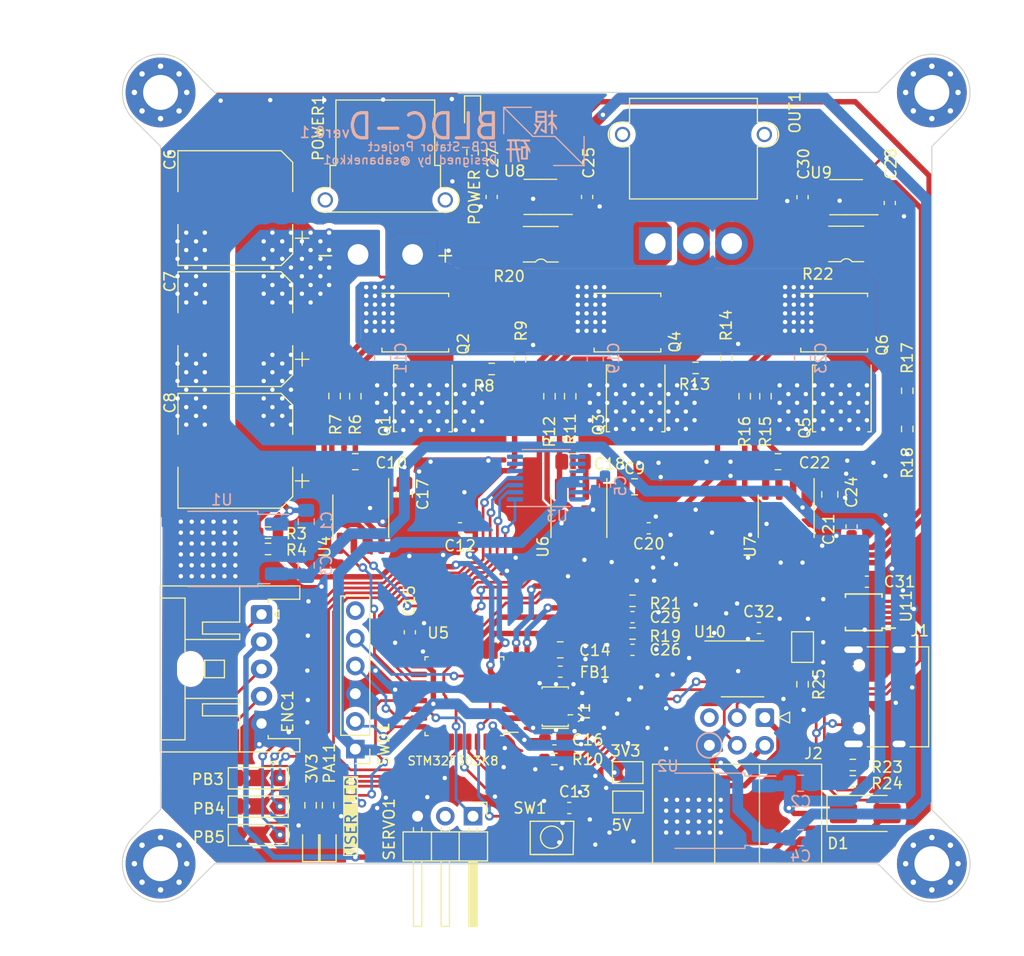
<source format=kicad_pcb>
(kicad_pcb (version 20221018) (generator pcbnew)
  (layers (0 "F.Cu" signal) (31 "B.Cu" signal) (34 "B.Paste" user) (35 "F.Paste" user) (36 "B.SilkS" user "B.Silkscreen") (37 "F.SilkS" user "F.Silkscreen") (38 "B.Mask" user) (39 "F.Mask" user) (44 "Edge.Cuts" user))
  (net 0 "")
  (net 1 "GND")
  (net 2 "+3.3V")
  (net 3 "/BRIDGE/OUT")
  (net 4 "+9V")
  (net 5 "+BATT")
  (net 6 "Net-(U4-HB)")
  (net 7 "/BRIDGE1/OUT")
  (net 8 "/BRIDGE2/OUT")
  (net 9 "Net-(U8-REF)")
  (net 10 "+5V")
  (net 11 "Net-(D2-A)")
  (net 12 "Net-(D3-A)")
  (net 13 "Net-(D4-A)")
  (net 14 "Net-(ENC1-Pin_1)")
  (net 15 "Net-(ENC1-Pin_3)")
  (net 16 "Net-(ENC1-Pin_4)")
  (net 17 "SWCLK")
  (net 18 "SWDIO")
  (net 19 "NRST")
  (net 20 "Net-(U11-UD+)")
  (net 21 "Net-(U11-UD-)")
  (net 22 "Net-(JP3-A)")
  (net 23 "Net-(JP4-A)")
  (net 24 "/MCU/SPI_MOSI")
  (net 25 "/MCU/SPI_MISO")
  (net 26 "/MCU/SPI_SCK")
  (net 27 "Net-(Q1-G)")
  (net 28 "Net-(Q2-G)")
  (net 29 "Net-(Q3-G)")
  (net 30 "Net-(Q4-G)")
  (net 31 "Net-(Q5-G)")
  (net 32 "Net-(Q6-G)")
  (net 33 "Net-(U4-HO)")
  (net 34 "Net-(U4-LO)")
  (net 35 "/BRIDGE/SENS_V")
  (net 36 "/BRIDGE1/SENS_V")
  (net 37 "/BRIDGE2/SENS_V")
  (net 38 "/MCU/POWER_V")
  (net 39 "/MCU/LED1")
  (net 40 "/I_SENS/SENS_I")
  (net 41 "/I_SENS1/SENS_I")
  (net 42 "/MCU/SERVO_PWM")
  (net 43 "/BRIDGE/PWM_L")
  (net 44 "/BRIDGE1/PWM_H")
  (net 45 "/BRIDGE2/PWM_L")
  (net 46 "/BRIDGE/PWM_H")
  (net 47 "/BRIDGE1/PWM_L")
  (net 48 "/BRIDGE2/PWM_H")
  (net 49 "/COMM/UART_DE")
  (net 50 "/MCU/SS")
  (net 51 "/COMM/UART_TX")
  (net 52 "/COMM/UART_RX")
  (net 63 "Net-(U5-VDDA)")
  (net 64 "Net-(U6-HB)")
  (net 65 "Net-(U7-HB)")
  (net 66 "Net-(U9-REF)")
  (net 67 "Net-(J1-CC1)")
  (net 69 "Net-(J1-CC2)")
  (net 71 "Net-(J2-Pin_1)")
  (net 72 "Net-(J2-Pin_2)")
  (net 73 "Net-(J2-Pin_3)")
  (net 74 "Net-(J2-Pin_4)")
  (net 76 "Net-(JP1-A)")
  (net 77 "Net-(JP2-A)")
  (net 78 "Net-(U5-BOOT0)")
  (net 79 "Net-(U6-HO)")
  (net 80 "Net-(U6-LO)")
  (net 81 "Net-(U7-HO)")
  (net 82 "Net-(U7-LO)")
  (net 83 "Net-(U8-OUT)")
  (net 84 "Net-(U9-OUT)")
  (net 92 "Net-(U5-PF0)")
  (net 93 "Net-(U5-PF1)")
  (net 95 "/I_SENS/IN")
  (net 96 "/I_SENS1/OUT")
  (footprint "Inductor_SMD:L_0603_1608Metric_Pad1.05x0.95mm_HandSolder" (layer "F.Cu") (at 101.2875 117.75 180)
    (fp_text reference "FB1")
    (fp_text value "FerriteBead")
  )
  (footprint "Capacitor_SMD:C_0805_2012Metric_Pad1.18x1.45mm_HandSolder" (layer "F.Cu") (at 101.2875 115.75)
    (fp_text reference "C14")
    (fp_text value "4.7u")
  )
  (footprint "Resistor_SMD:R_0603_1608Metric_Pad0.98x0.95mm_HandSolder" (layer "F.Cu") (at 118.2 92.5 90)
    (fp_text reference "R16")
    (fp_text value "10")
  )
  (footprint "Resistor_SMD:R_0603_1608Metric_Pad0.98x0.95mm_HandSolder" (layer "F.Cu") (at 133.1 92 -90)
    (fp_text reference "R17")
    (fp_text value "10k")
  )
  (footprint "Package_SO:SOIC-8_3.9x4.9mm_P1.27mm" (layer "F.Cu") (at 122 103.5 -90)
    (fp_text reference "U7")
    (fp_text value "MIC4604YM")
  )
  (footprint "Resistor_SMD:R_0603_1608Metric_Pad0.98x0.95mm_HandSolder" (layer "F.Cu") (at 97.6 89.1 90)
    (fp_text reference "R9")
    (fp_text value "1k")
  )
  (footprint "Capacitor_SMD:C_0603_1608Metric_Pad1.08x0.95mm_HandSolder" (layer "F.Cu") (at 95 74.225 -90)
    (fp_text reference "C27")
    (fp_text value "0.1u")
  )
  (footprint "Capacitor_SMD:C_0603_1608Metric_Pad1.08x0.95mm_HandSolder" (layer "F.Cu") (at 128 104.4375 90)
    (fp_text reference "C24")
    (fp_text value "1000p")
  )
  (footprint "Resistor_SMD:R_0603_1608Metric_Pad0.98x0.95mm_HandSolder" (layer "F.Cu") (at 74.5 106.5 180)
    (fp_text reference "R4")
    (fp_text value "1k")
  )
  (footprint "Package_TO_SOT_SMD:TDSON-8-1" (layer "F.Cu") (at 108.2024 92.695 -90)
    (fp_text reference "Q3")
    (fp_text value "BSC028N06LS3")
  )
  (footprint "Connector_AMASS:AMASS_MR30PW-M_1x03_P3.50mm_Horizontal" (layer "F.Cu") (at 110 78.5)
    (fp_text reference "OUT1")
    (fp_text value "Conn_01x03")
  )
  (footprint "Package_SO:MSOP-8_3x3mm_P0.65mm" (layer "F.Cu") (at 99.4625 74.225 180)
    (fp_text reference "U8")
    (fp_text value "MAX40056")
  )
  (footprint "Package_TO_SOT_SMD:TDSON-8-1" (layer "F.Cu") (at 88 85.75)
    (fp_text reference "Q2")
    (fp_text value "BSC028N06LS3")
  )
  (footprint "Capacitor_SMD:C_0805_2012Metric_Pad1.18x1.45mm_HandSolder" (layer "F.Cu") (at 87 101.5 -90)
    (fp_text reference "C17")
    (fp_text value "4.7u")
  )
  (footprint "Connector_PinHeader_2.54mm:PinHeader_1x03_P2.54mm_Horizontal" (layer "F.Cu") (at 93.29 131 -90)
    (fp_text reference "SERVO1")
    (fp_text value "Conn_01x03")
  )
  (footprint "MountingHole:MountingHole_3.2mm_M3_Pad_Via" (layer "F.Cu") (at 64.644661 135.355339 45)
    (fp_text reference "H2" hide)
    (fp_text value "MountingHole_Pad")
  )
  (footprint "Resistor_SMD:R_0603_1608Metric_Pad0.98x0.95mm_HandSolder" (layer "F.Cu") (at 78.4 130 -90)
    (fp_text reference "R1" hide)
    (fp_text value "10k")
  )
  (footprint "Package_TO_SOT_SMD:TDSON-8-1" (layer "F.Cu") (at 126.4 85.75)
    (fp_text reference "Q6")
    (fp_text value "BSC028N06LS3")
  )
  (footprint "Diode_SMD:D_SMA" (layer "F.Cu") (at 129.25 130.75)
    (fp_text reference "D1")
    (fp_text value "D")
  )
  (footprint "Resistor_SMD:R_0603_1608Metric_Pad0.98x0.95mm_HandSolder" (layer "F.Cu") (at 74.5 105)
    (fp_text reference "R3")
    (fp_text value "10k")
  )
  (footprint "Resistor_SMD:R_0603_1608Metric_Pad0.98x0.95mm_HandSolder" (layer "F.Cu") (at 107.9125 111.25)
    (fp_text reference "R21")
    (fp_text value "10k")
  )
  (footprint "Capacitor_SMD:C_0603_1608Metric_Pad1.08x0.95mm_HandSolder" (layer "F.Cu") (at 92.1 104.6 180)
    (fp_text reference "C12")
    (fp_text value "1000p")
  )
  (footprint "Capacitor_SMD:C_0603_1608Metric_Pad1.08x0.95mm_HandSolder" (layer "F.Cu") (at 119.5 113.743604)
    (fp_text reference "C32")
    (fp_text value "C")
  )
  (footprint "Connector_PinHeader_2.54mm:PinHeader_1x06_P2.54mm_Vertical" (layer "F.Cu") (at 82.5 124.85 180)
    (fp_text reference "SWD1")
    (fp_text value "Conn_01x06")
  )
  (footprint "Connector_IDC:IDC-Header_2x03_P2.54mm_Horizontal" (layer "F.Cu") (at 120.04 121.96 -90)
    (fp_text reference "J2")
    (fp_text value "Conn_02x03_Odd_Even")
  )
  (footprint "Jumper:SolderJumper-3_P2.0mm_Open_TrianglePad1.0x1.5mm" (layer "F.Cu") (at 73.6 127.5 180)
    (fp_text reference "JP3" hide)
    (fp_text value "Jumper_3_Open")
  )
  (footprint "Jumper:SolderJumper-3_P2.0mm_Open_TrianglePad1.0x1.5mm" (layer "F.Cu") (at 73.6 132.7 180)
    (fp_text reference "JP1" hide)
    (fp_text value "Jumper_3_Open")
  )
  (footprint "Package_SO:SOIC-8_3.9x4.9mm_P1.27mm" (layer "F.Cu") (at 103 103.5 -90)
    (fp_text reference "U6")
    (fp_text value "MIC4604YM")
  )
  (footprint "Resistor_SMD:R_0603_1608Metric_Pad0.98x0.95mm_HandSolder" (layer "F.Cu") (at 100.3 92.5 90)
    (fp_text reference "R12")
    (fp_text value "10")
  )
  (footprint "Resistor_SMD:R_0603_1608Metric_Pad0.98x0.95mm_HandSolder" (layer "F.Cu") (at 95 90)
    (fp_text reference "R8")
    (fp_text value "10k")
  )
  (footprint "Resistor_SMD:R_0603_1608Metric_Pad0.98x0.95mm_HandSolder" (layer "F.Cu") (at 123.5 118.906104 90)
    (fp_text reference "R25")
    (fp_text value "120")
  )
  (footprint "Robocon_Resistor:PU2512" (layer "F.Cu") (at 127.5254 83.9174 180)
    (fp_text reference "R22")
    (fp_text value "0.5m")
  )
  (footprint "Resistor_SMD:R_0603_1608Metric_Pad0.98x0.95mm_HandSolder" (layer "F.Cu") (at 113.7 89.9)
    (fp_text reference "R13")
    (fp_text value "10k")
  )
  (footprint "Package_SO:MSOP-10_3x3mm_P0.5mm" (layer "F.Cu") (at 129.11 112.305 180)
    (fp_text reference "U11")
    (fp_text value "CH340E")
  )
  (footprint "Jumper:SolderJumper-3_P2.0mm_Open_TrianglePad1.0x1.5mm" (layer "F.Cu") (at 73.6 130.1 180)
    (fp_text reference "JP2" hide)
    (fp_text value "Jumper_3_Open")
  )
  (footprint "Resistor_SMD:R_0603_1608Metric_Pad0.98x0.95mm_HandSolder" (layer "F.Cu") (at 128.11 126.305 180)
    (fp_text reference "R23")
    (fp_text value "5.1k")
  )
  (footprint "Capacitor_SMD:C_0603_1608Metric_Pad1.08x0.95mm_HandSolder" (layer "F.Cu") (at 103.75 74.225 -90)
    (fp_text reference "C25")
    (fp_text value "0.1u")
  )
  (footprint "Resistor_SMD:R_0603_1608Metric_Pad0.98x0.95mm_HandSolder" (layer "F.Cu") (at 93.25 70.125 90)
    (fp_text reference "R5" hide)
    (fp_text value "10k")
  )
  (footprint "Resistor_SMD:R_0603_1608Metric_Pad0.98x0.95mm_HandSolder" (layer "F.Cu") (at 102.2 92.5 90)
    (fp_text reference "R11")
    (fp_text value "10")
  )
  (footprint "Capacitor_SMD:C_0603_1608Metric_Pad1.08x0.95mm_HandSolder" (layer "F.Cu") (at 107.9125 112.75)
    (fp_text reference "C29")
    (fp_text value "0.1u")
  )
  (footprint "Resistor_SMD:R_0603_1608Metric_Pad0.98x0.95mm_HandSolder" (layer "F.Cu") (at 128.11 127.805 180)
    (fp_text reference "R24")
    (fp_text value "5.1k")
  )
  (footprint "Package_TO_SOT_SMD:TDSON-8-1" (layer "F.Cu") (at 127.105 92.7 -90)
    (fp_text reference "Q5")
    (fp_text value "BSC028N06LS3")
  )
  (footprint "Capacitor_SMD:C_0805_2012Metric_Pad1.18x1.45mm_HandSolder" (layer "F.Cu") (at 102.4625 98.5 180)
    (fp_text reference "C18")
    (fp_text value "4.7u")
  )
  (footprint "Connector_JST:JST_XA_S05B-XASK-1_1x05_P2.50mm_Horizontal" (layer "F.Cu") (at 73.9 112.5 -90)
    (fp_text reference "ENC1")
    (fp_text value "Conn_01x05")
  )
  (footprint "MountingHole:MountingHole_3.2mm_M3_Pad_Via" (layer "F.Cu") (at 64.644661 64.644661 -45)
    (fp_text reference "H1" hide)
    (fp_text value "MountingHole_Pad")
  )
  (footprint "Capacitor_SMD:C_0805_2012Metric_Pad1.18x1.45mm_HandSolder" (layer "F.Cu") (at 126 101.5 -90)
    (fp_text reference "C21")
    (fp_text value "4.7u")
  )
  (footprint "Capacitor_SMD:C_0603_1608Metric_Pad1.08x0.95mm_HandSolder" (layer "F.Cu") (at 123.5 74.25 -90)
    (fp_text reference "C30")
    (fp_text value "0.1u")
  )
  (footprint "Resistor_SMD:R_0603_1608Metric_Pad0.98x0.95mm_HandSolder" (layer "F.Cu") (at 133.1 95.5 -90)
    (fp_text reference "R18")
    (fp_text value "1k")
  )
  (footprint "LED_SMD:LED_0603_1608Metric_Pad1.05x0.95mm_HandSolder" (layer "F.Cu") (at 78.4 133.5 90)
    (fp_text reference "D2" hide)
    (fp_text value "LED")
  )
  (footprint "Capacitor_SMD:CP_Elec_10x10" (layer "F.Cu") (at 71.5 86.35 180)
    (fp_text reference "C7")
    (fp_text value "330u")
  )
  (footprint "Capacitor_SMD:C_0603_1608Metric_Pad1.08x0.95mm_HandSolder" (layer "F.Cu") (at 107.9125 115.75)
    (fp_text reference "C26")
    (fp_text value "0.1u")
  )
  (footprint "Crystal:Resonator_SMD_Murata_CSTxExxV-3Pin_3.0x1.1mm_HandSoldering" (layer "F.Cu") (at 100.825 120.952 90)
    (fp_text reference "Y1")
    (fp_text value "Resonator")
  )
  (footprint "Package_SO:SOIC-8_3.9x4.9mm_P1.27mm" (layer "F.Cu") (at 118 117.493604)
    (fp_text reference "U10")
    (fp_text value "MAX3485")
  )
  (footprint "Capacitor_SMD:C_0603_1608Metric_Pad1.08x0.95mm_HandSolder" (layer "F.Cu") (at 131.5 74.7826 -90)
    (fp_text reference "C28")
    (fp_text value "0.1u")
  )
  (footprint "Jumper:SolderJumper-2_P1.3mm_Open_TrianglePad1.0x1.5mm" (layer "F.Cu") (at 123.5 115.493604 90)
    (fp_text reference "JP4" hide)
    (fp_text value "Jumper_2_Bridged")
  )
  (footprint "Package_TO_SOT_SMD:TDSON-8-1" (layer "F.Cu") (at 88.7024 92.7 -90)
    (fp_text reference "Q1")
    (fp_text value "BSC028N06LS3")
  )
  (footprint "Capacitor_SMD:CP_Elec_10x10" (layer "F.Cu") (at 71.5 75.25 180)
    (fp_text reference "C6")
    (fp_text value "330u")
  )
  (footprint "Package_SO:MSOP-8_3x3mm_P0.65mm" (layer "F.Cu") (at 127.5 74.25 180)
    (fp_text reference "U9")
    (fp_text value "MAX40056")
  )
  (footprint "LED_SMD:LED_0603_1608Metric_Pad1.05x0.95mm_HandSolder" (layer "F.Cu") (at 80 133.5 90)
    (fp_text reference "D3" hide)
    (fp_text value "LED")
  )
  (footprint "Capacitor_SMD:C_0603_1608Metric_Pad1.08x0.95mm_HandSolder" (layer "F.Cu") (at 87.5 114.1375 90)
    (fp_text reference "C15")
    (fp_text value "0.1u")
  )
  (footprint "Resistor_SMD:R_0603_1608Metric_Pad0.98x0.95mm_HandSolder" (layer "F.Cu") (at 107.9125 114.25)
    (fp_text reference "R19")
    (fp_text value "10k")
  )
  (footprint "Capacitor_SMD:C_0805_2012Metric_Pad1.18x1.45mm_HandSolder" (layer "F.Cu") (at 121.25 98.5 180)
    (fp_text reference "C22")
    (fp_text value "4.7u")
  )
  (footprint "Robocon_Switch:TVAF06-A020B-R" (layer "F.Cu") (at 100.5635 129.178)
    (fp_text reference "SW1")
    (fp_text value "SW_Push")
  )
  (footprint "Connector_AMASS:AMASS_XT30PW-F_1x02_P2.50mm_Horizontal" (layer "F.Cu") (at 82.75 79.5)
    (fp_text reference "POWER1")
    (fp_text value "Conn_01x02")
  )
  (footprint "MountingHole:MountingHole_3.2mm_M3_Pad_Via" (layer "F.Cu") (at 135.355339 135.355339 135)
    (fp_text reference "H3" hide)
    (fp_text value "MountingHole_Pad")
  )
  (footprint "Resistor_SMD:R_0603_1608Metric_Pad0.98x0.95mm_HandSolder" (layer "F.Cu") (at 100.75 125.75)
    (fp_text reference "R10")
    (fp_text value "10k")
  )
  (footprint "Capacitor_SMD:C_0603_1608Metric_Pad1.08x0.95mm_HandSolder" (layer "F.Cu") (at 100.75 123.952)
    (fp_text reference "C16")
    (fp_text value "0.1u")
  )
  (footprint "Capacitor_SMD:C_0603_1608Metric_Pad1.08x0.95mm_HandSolder" (layer "F.Cu") (at 102.1125 130.25 180)
    (fp_text reference "C13")
    (fp_text value "0.1u")
  )
  (footprint "Jumper:SolderJumper-2_P1.3mm_Open_TrianglePad1.0x1.5mm" (layer "F.Cu") (at 107.5 129.7 180)
    (fp_text reference "JP5" hide)
    (fp_text value "Jumper_2_Bridged")
  )
  (footprint "Jumper:SolderJumper-2_P1.3mm_Open_TrianglePad1.0x1.5mm" (layer "F.Cu") (at 107.475 127 180)
    (fp_text reference "JP6" hide)
    (fp_text value "Jumper_2_Bridged")
  )
  (footprint "Capacitor_SMD:C_0805_2012Metric_Pad1.18x1.45mm_HandSolder" (layer "F.Cu") (at 108.1 100.8)
    (fp_text reference "C9")
    (fp_text value "4.7u")
  )
  (footprint "Package_TO_SOT_SMD:TDSON-8-1" (layer "F.Cu") (at 107.45 85.75)
    (fp_text reference "Q4")
    (fp_text value "BSC028N06LS3")
  )
  (footprint "Package_QFP:LQFP-32_7x7mm_P0.8mm" (layer "F.Cu") (at 92.5 120 180)
    (fp_text reference "U5")
    (fp_text value "STM32F303K8Tx")
  )
  (footprint "Resistor_SMD:R_0603_1608Metric_Pad0.98x0.95mm_HandSolder" (layer "F.Cu") (at 120.1 92.5 90)
    (fp_text reference "R15")
    (fp_text value "10")
  )
  (footprint "Robocon_Resistor:PU2512" (layer "F.Cu") (at 99.5254 83.94865 180)
    (fp_text reference "R20")
    (fp_text value "0.5m")
  )
  (footprint "Capacitor_SMD:C_0805_2012Metric_Pad1.18x1.45mm_HandSolder" (layer "F.Cu") (at 82.5 98.5 180)
    (fp_text reference "C10")
    (fp_text value "4.7u")
  )
  (footprint "Resistor_SMD:R_0603_1608Metric_Pad0.98x0.95mm_HandSolder" (layer "F.Cu") (at 82.5 92.5 90)
    (fp_text reference "R6")
    (fp_text value "10")
  )
  (footprint "Connector_USB:USB_C_Receptacle_XKB_U262-16XN-4BVC11" (layer "F.Cu") (at 131.28 120.055 90)
    (fp_text reference "J1")
    (fp_text value "USB_C_Receptacle_USB2.0")
  )
  (footprint "Resistor_SMD:R_0603_1608Metric_Pad0.98x0.95mm_HandSolder" (layer "F.Cu") (at 80 130 -90)
    (fp_text reference "R2" hide)
    (fp_text value "10k")
  )
  (footprint "Package_SO:SOIC-8_3.9x4.9mm_P1.27mm" (layer "F.Cu") (at 83 103.5 -90)
    (fp_text reference "U4")
    (fp_text value "MIC4604YM")
  )
  (footprint "Capacitor_SMD:CP_Elec_10x10" (layer "F.Cu") (at 71.5 97.5 180)
    (fp_text reference "C8")
    (fp_text value "330u")
  )
  (footprint "LED_SMD:LED_0603_1608Metric_Pad1.05x0.95mm_HandSolder" (layer "F.Cu") (at 93.25 66.625 -90)
    (fp_text reference "D4" hide)
    (fp_text value "LED")
  )
  (footprint "Resistor_SMD:R_0603_1608Metric_Pad0.98x0.95mm_HandSolder" (layer "F.Cu") (at 116.5 89 90)
    (fp_text reference "R14")
    (fp_text value "1k")
  )
  (footprint "MountingHole:MountingHole_3.2mm_M3_Pad_Via" (layer "F.Cu") (at 135.355339 64.644661 -135)
    (fp_text reference "H4" hide)
    (fp_text value "MountingHole_Pad")
  )
  (footprint "Capacitor_SMD:C_0603_1608Metric_Pad1.08x0.95mm_HandSolder" (layer "F.Cu") (at 109.4 104.6 180)
    (fp_text reference "C20")
    (fp_text value "1000p")
  )
  (footprint "Resistor_SMD:R_0603_1608Metric_Pad0.98x0.95mm_HandSolder" (layer "F.Cu") (at 80.6 92.48 90)
    (fp_text reference "R7")
    (fp_text value "10")
  )
  (footprint "Capacitor_SMD:C_0603_1608Metric_Pad1.08x0.95mm_HandSolder" (layer "F.Cu") (at 129.4 109.5 180)
    (fp_text reference "C31")
    (fp_text value "0.1u")
  )
  (footprint "Capacitor_SMD:C_0805_2012Metric_Pad1.18x1.45mm_HandSolder" (layer "B.Cu") (at 104.5 89 90)
    (fp_text reference "C19")
    (fp_text value "4.7u")
  )
  (footprint "Package_TO_SOT_SMD:TO-252-2" (layer "B.Cu") (at 70.26 106.5 180)
    (fp_text reference "U1")
    (fp_text value "9V_LR")
  )
  (footprint "Package_SO:TSSOP-14_4.4x5mm_P0.65mm" (layer "B.Cu") (at 100 100)
    (fp_text reference "U3")
    (fp_text value "AS5048A")
  )
  (footprint "Capacitor_SMD:C_0805_2012Metric_Pad1.18x1.45mm_HandSolder" (layer "B.Cu") (at 78 104 -90)
    (fp_text reference "C1")
    (fp_text value "4.7u")
  )
  (footprint "Sabanekko_icon:sabanegi" (layer "B.Cu") (at 98.9 65.25 180)
    (fp_text reference "REF**" hide)
    (fp_text value "sabanegi")
  )
  (footprint "Capacitor_SMD:C_0805_2012Metric_Pad1.18x1.45mm_HandSolder" (layer "B.Cu") (at 123.33 127.975)
    (fp_text reference "C2")
    (fp_text value "4.7u")
  )
  (footprint "Capacitor_SMD:C_0603_1608Metric_Pad1.08x0.95mm_HandSolder" (layer "B.Cu") (at 105.39 100.695 90)
    (fp_text reference "C5")
    (fp_text value "0.1u")
  )
  (footprint "Capacitor_SMD:C_0805_2012Metric_Pad1.18x1.45mm_HandSolder" (layer "B.Cu") (at 123.5 89 90)
    (fp_text reference "C23")
    (fp_text value "4.7u")
  )
  (footprint "Capacitor_SMD:C_0805_2012Metric_Pad1.18x1.45mm_HandSolder" (layer "B.Cu") (at 78 108 90)
    (fp_text reference "C3")
    (fp_text value "4.7u")
  )
  (footprint "Capacitor_SMD:C_0805_2012Metric_Pad1.18x1.45mm_HandSolder" (layer "B.Cu") (at 123.33 132.975)
    (fp_text reference "C4")
    (fp_text value "4.7u")
  )
  (footprint "Capacitor_SMD:C_0805_2012Metric_Pad1.18x1.45mm_HandSolder" (layer "B.Cu") (at 85 89 90)
    (fp_text reference "C11")
    (fp_text value "4.7u")
  )
  (footprint "Package_TO_SOT_SMD:TO-252-2" (layer "B.Cu") (at 114.915 130.5 180)
    (fp_text reference "U2")
    (fp_text value "3.3V_LR")
  )
  (gr_circle (center 114.95 124.5) (end 114.95 123.35) (stroke (width 0.15)) (fill none) (layer "B.SilkS"))
  (gr_line (start 137.830213 67.119535) (end 135.355339 69.594408) (stroke (width 0.1)) (layer "Edge.Cuts"))
  (gr_line (start 69.594408 135.355339) (end 130.405592 135.355339) (stroke (width 0.1)) (layer "Edge.Cuts"))
  (gr_line (start 132.880465 62.169787) (end 130.759145 64.291108) (stroke (width 0.1)) (layer "Edge.Cuts"))
  (gr_arc (start 137.830213 132.880465) (mid 137.830213 137.830213) (end 132.880465 137.830213) (stroke (width 0.1)) (layer "Edge.Cuts"))
  (gr_line (start 132.880465 137.830213) (end 130.405592 135.355339) (stroke (width 0.1)) (layer "Edge.Cuts"))
  (gr_line (start 62.169787 132.880465) (end 64.644661 130.405592) (stroke (width 0.1)) (layer "Edge.Cuts"))
  (gr_line (start 64.644661 69.594408) (end 64.644661 130.405592) (stroke (width 0.1)) (layer "Edge.Cuts"))
  (gr_line (start 130.759145 64.291108) (end 130.405592 64.644661) (stroke (width 0.1)) (layer "Edge.Cuts"))
  (gr_arc (start 62.169787 67.119535) (mid 62.169787 62.169787) (end 67.119535 62.169787) (stroke (width 0.1)) (layer "Edge.Cuts"))
  (gr_line (start 62.169787 67.119535) (end 64.644661 69.594408) (stroke (width 0.1)) (layer "Edge.Cuts"))
  (gr_arc (start 132.880465 62.169787) (mid 137.830213 62.169787) (end 137.830213 67.119535) (stroke (width 0.1)) (layer "Edge.Cuts"))
  (gr_line (start 137.830213 132.880465) (end 135.355339 130.405592) (stroke (width 0.1)) (layer "Edge.Cuts"))
  (gr_line (start 67.119535 137.830213) (end 69.594408 135.355339) (stroke (width 0.1)) (layer "Edge.Cuts"))
  (gr_line (start 67.119535 62.169787) (end 69.594408 64.644661) (stroke (width 0.1)) (layer "Edge.Cuts"))
  (gr_arc (start 67.119535 137.830213) (mid 62.169787 137.830213) (end 62.169787 132.880465) (stroke (width 0.1)) (layer "Edge.Cuts"))
  (gr_line (start 130.405592 64.644661) (end 69.594408 64.644661) (stroke (width 0.1)) (layer "Edge.Cuts"))
  (gr_line (start 135.355339 130.405592) (end 135.355339 69.594408) (stroke (width 0.1)) (layer "Edge.Cuts"))
  (gr_text "BLDC-D" (at 95.9 69.1) (layer "B.SilkS") (effects (font (size 2.3 2.3) (thickness 0.3)) (justify left bottom mirror)))
  (gr_text "PCB-Stator Project" (at 95.6 70.1) (layer "B.SilkS") (effects (font (size 0.8 0.8) (thickness 0.13)) (justify left bottom mirror)))
  (gr_text "ver0.1" (at 82.1 68.9) (layer "B.SilkS") (effects (font (size 1 1)) (justify left bottom mirror)))
  (gr_text "Designed by @sabanekko1" (at 95.6 71.3) (layer "B.SilkS") (effects (font (size 0.8 0.8) (thickness 0.13)) (justify left bottom mirror)))
  (gr_text "3V3" (at 105.8 125.6) (layer "F.SilkS") (effects (font (size 1 1)) (justify left bottom)))
  (gr_text "PB4" (at 67.5 130.9) (layer "F.SilkS") (effects (font (size 1 1)) (justify left bottom)))
  (gr_text "USER LED" (at 82.7 134.8 90) (layer "F.SilkS" knockout) (effects (font (size 1 1)) (justify left bottom)))
  (gr_text "PA11" (at 80.7 128.1 90) (layer "F.SilkS") (effects (font (size 1 1)) (justify left bottom)))
  (gr_text "POWER" (at 94 76.9 90) (layer "F.SilkS") (effects (font (size 1 1)) (justify left bottom)))
  (gr_text "STM32F303K8" (at 87.2 126.4) (layer "F.SilkS") (effects (font (size 0.8 0.8) (thickness 0.13)) (justify left bottom)))
  (gr_text "5V" (at 105.9 132.4) (layer "F.SilkS") (effects (font (size 1 1)) (justify left bottom)))
  (gr_text "3V3" (at 79.1 128.1 90) (layer "F.SilkS") (effects (font (size 1 1)) (justify left bottom)))
  (gr_text "PB5" (at 67.5 133.5) (layer "F.SilkS") (effects (font (size 1 1)) (justify left bottom)))
  (gr_text "PB3" (at 67.4 128.2) (layer "F.SilkS") (effects (font (size 1 1)) (justify left bottom)))
  (segment (start 109.5 100.8) (end 110.4 99.9) (width 0.5) (layer "F.Cu") (net 1))
  (segment (start 131.5 75.6451) (end 132.3451 75.6451) (width 0.25) (layer "F.Cu") (net 1))
  (segment (start 101.643578 103.15) (end 103.635 105.141422) (width 0.5) (layer "F.Cu") (net 1))
  (segment (start 110.4 99.9) (end 110.5 99.9) (width 0.5) (layer "F.Cu") (net 1))
  (segment (start 99.375 91.052728) (end 99.375 102.125) (width 0.5) (layer "F.Cu") (net 1))
  (segment (start 96.525 126.925) (end 98.775 126.925) (width 0.5) (layer "F.Cu") (net 1))
  (segment (start 95.877 124.752) (end 95.3 124.175) (width 0.25) (layer "F.Cu") (net 1))
  (segment (start 97.6 88.1875) (end 98.5125 88.1875) (width 0.25) (layer "F.Cu") (net 1))
  (segment (start 99.38125 91.046478) (end 99.375 91.052728) (width 0.5) (layer "F.Cu") (net 1))
  (segment (start 121.318604 112.818604) (end 119.5625 112.818604) (width 0.5) (layer "F.Cu") (net 1))
  (segment (start 81.65 103.15) (end 80.406522 103.15) (width 0.5) (layer "F.Cu") (net 1))
  (segment (start 94.9875 75.1) (end 95 75.0875) (width 0.25) (layer "F.Cu") (net 1))
  (segment (start 110.5 99.9) (end 110.5 99.8) (width 0.5) (layer "F.Cu") (net 1))
  (segment (start 84.795 86.385) (end 85.1 86.5) (width 0.5) (layer "F.Cu") (net 1))
  (segment (start 132.7 111.915) (end 132.7 110.3) (width 0.25) (layer "F.Cu") (net 1))
  (segment (start 79.645 102.388478) (end 79.645 90.98515) (width 0.5) (layer "F.Cu") (net 1))
  (segment (start 83.635 105.975) (end 83.635 105.135) (width 0.5) (layer "F.Cu") (net 1))
  (segment (start 109.75 112.75) (end 110.2 112.3) (width 0.25) (layer "F.Cu") (net 1))
  (segment (start 91.65 65.75) (end 91.35 65.25) (width 0.25) (layer "F.Cu") (net 1))
  (segment (start 128.175 124.375) (end 128.175 123.97) (width 0.25) (layer "F.Cu") (net 1))
  (segment (start 98.775 126.925) (end 99 126.7) (width 0.5) (layer "F.Cu") (net 1))
  (segment (start 124.0375 74.575) (end 123.5 75.1125) (width 0.25) (layer "F.Cu") (net 1))
  (segment (start 107.5 124.3) (end 107.333274 124.3) (width 0.25) (layer "F.Cu") (net 1))
  (segment (start 87.5 113.625) (end 89.7 115.825) (width 0.25) (layer "F.Cu") (net 1))
  (segment (start 123.5 75.1125) (end 122.5125 75.1125) (width 0.25) (layer "F.Cu") (net 1))
  (segment (start 131.31 112.305) (end 132.31 112.305) (width 0.25) (layer "F.Cu") (net 1))
  (segment (start 87 102.5375) (end 86.4625 102.5375) (width 1) (layer "F.Cu") (net 1))
  (segment (start 121.481396 112.818604) (end 121.4 112.9) (width 0.5) (layer "F.Cu") (net 1))
  (segment (start 122.5125 75.1125) (end 122.1 74.6) (width 0.25) (layer "F.Cu") (net 1))
  (segment (start 99.375 102.125) (end 100.4 103.15) (width 0.5) (layer "F.Cu") (net 1))
  (segment (start 110.3 112.3) (end 110.3 112.2) (width 0.25) (layer "F.Cu") (net 1))
  (segment (start 119.5625 112.818604) (end 118.6375 113.743604) (width 0.5) (layer "F.Cu") (net 1))
  (segment (start 101.6125 125.7) (end 101.6625 125.75) (width 0.25) (layer "F.Cu") (net 1))
  (segment (start 98.625 74.575) (end 98.8 74.4) (width 0.25) (layer "F.Cu") (net 1))
  (segment (start 123.918604 112.818604) (end 121.481396 112.818604) (width 0.5) (layer "F.Cu") (net 1))
  (segment (start 104.5 127.133274) (end 104.5 127.3) (width 0.25) (layer "F.Cu") (net 1))
  (segment (start 91.35 65.25) (end 91.6 65.7) (width 0.25) (layer "F.Cu") (net 1))
  (segment (start 98.5125 88.1875) (end 98.8 87.9) (width 0.25) (layer "F.Cu") (net 1))
  (segment (start 105.3 122.9) (end 105.3 123.452208) (width 0.25) (layer "F.Cu") (net 1))
  (segment (start 132.3451 75.6451) (end 132.8 76) (width 0.25) (layer "F.Cu") (net 1))
  (segment (start 102.026104 126.726104) (end 101.9 126.6) (width 0.25) (layer "F.Cu") (net 1))
  (segment (start 120.898604 119.398604) (end 121.75 120.25) (width 0.5) (layer "F.Cu") (net 1))
  (segment (start 102.2 86.5) (end 99.38125 89.31875) (width 0.5) (layer "F.Cu") (net 1))
  (segment (start 101.6105 124.752) (end 101.6125 124.75) (width 0.25) (layer "F.Cu") (net 1))
  (segment (start 125.3875 73.925) (end 125.3875 74.575) (width 0.25) (layer "F.Cu") (net 1))
  (segment (start 87.5 113.275) (end 87.5 113.625) (width 0.25) (layer "F.Cu") (net 1))
  (segment (start 105.3 123.452208) (end 102.026104 126.726104) (width 0.25) (layer "F.Cu") (net 1))
  (segment (start 109.1375 100.8) (end 109.5 100.8) (width 0.5) (layer "F.Cu") (net 1))
  (segment (start 99.38125 89.31875) (end 99.38125 91.046478) (width 0.5) (layer "F.Cu") (net 1))
  (segment (start 84.13015 86.5) (end 84.3 86.5) (width 0.5) (layer "F.Cu") (net 1))
  (segment (start 100.4 103.15) (end 101.643578 103.15) (width 0.5) (layer "F.Cu") (net 1))
  (segment (start 96.1125 75.023959) (end 96.561459 74.575) (width 0.25) (layer "F.Cu") (net 1))
  (segment (start 103.7 86.5) (end 102.2 86.5) (width 0.5) (layer "F.Cu") (net 1))
  (segment (start 96.561459 74.575) (end 97.3875 74.575) (width 0.25) (layer "F.Cu") (net 1))
  (segment (start 84.68 86.5) (end 84.795 86.385) (width 0.5) (layer "F.Cu") (net 1))
  (segment (start 107.333274 124.3) (end 104.5 127.133274) (width 0.25) (layer "F.Cu") (net 1))
  (segment (start 85.1 86.5) (end 85.1 86.385) (width 0.5) (layer "F.Cu") (net 1))
  (segment (start 96.1125 75.0875) (end 96.1125 75.023959) (width 0.25) (layer "F.Cu") (net 1))
  (segment (start 104.26 86.5) (end 103.7 86.5) (width 0.5) (layer "F.Cu") (net 1))
  (segment (start 101.9 126.6) (end 101.4 126.6) (width 0.25) (layer "F.Cu") (net 1))
  (segment (start 104.8875 75.0875) (end 104.9 75.1) (width 0.25) (layer "F.Cu") (net 1))
  (segment (start 100.9 123.1) (end 100.7 122.9) (width 0.5) (layer "F.Cu") (net 1))
  (segment (start 101.6125 124.75) (end 101.6125 125.7) (width 0.25) (layer "F.Cu") (net 1))
  (segment (start 132.31 112.305) (end 132.7 111.915) (width 0.25) (layer "F.Cu") (net 1))
  (segment (start 84.3 86.5) (end 84.68 86.5) (width 0.5) (layer "F.Cu") (net 1))
  (segment (start 101.075 126.925) (end 101.4 126.6) (width 0.5) (layer "F.Cu") (net 1))
  (segment (start 104.55 86.385) (end 104.5 86.5) (width 0.5) (layer "F.Cu") (net 1))
  (segment (start 120.475 119.398604) (end 120.898604 119.398604) (width 0.5) (layer "F.Cu") (net 1))
  (segment (start 117.9 111.1) (end 117.5 111.5) (width 0.25) (layer "F.Cu") (net 1))
  (segment (start 103.635 105.141422) (end 103.635 105.975) (width 0.5) (layer "F.Cu") (net 1))
  (segment (start 86.4625 102.5375) (end 85 104) (width 1) (layer "F.Cu") (net 1))
  (segment (start 128.175 123.97) (end 127.61 123.405) (width 0.25) (layer "F.Cu") (net 1))
  (segment (start 125.4 111.1) (end 117.9 111.1) (width 0.25) (layer "F.Cu") (net 1))
  (segment (start 110.2 112.3) (end 110.3 112.3) (width 0.25) (layer "F.Cu") (net 1))
  (segment (start 110.3 112.2) (end 110.2 112.3) (width 0.25) (layer "F.Cu") (net 1))
  (segment (start 97.3875 73.925) (end 97.3875 74.575) (width 0.25) (layer "F.Cu") (net 1))
  (segment (start 121.4 112.9) (end 121.318604 112.818604) (width 0.5) (layer "F.Cu") (net 1))
  (segment (start 96.1 126.5) (end 96.525 126.925) (width 0.5) (layer "F.Cu") (net 1))
  (segment (start 133.1 96.4125) (end 133.1 97.8) (width 0.5) (layer "F.Cu") (net 1))
  (segment (start 124 112.9) (end 123.918604 112.818604) (width 0.5) (layer "F.Cu") (net 1))
  (segment (start 100.7 122.9) (end 98.8 122.9) (width 0.5) (layer "F.Cu") (net 1))
  (segment (start 101.6125 123.952) (end 101.6125 124.75) (width 0.25) (layer "F.Cu") (net 1))
  (segment (start 94 75.1) (end 94.0125 75.0875) (width 0.25) (layer "F.Cu") (net 1))
  (segment (start 116.5 88.0875) (end 117.2125 88.0875) (width 0.25) (layer "F.Cu") (net 1))
  (segment (start 97.3875 74.575) (end 98.625 74.575) (width 0.25) (layer "F.Cu") (net 1))
  (segment (start 83.635 105.135) (end 81.65 103.15) (width 0.5) (layer "F.Cu") (net 1))
  (segment (start 103.75 75.0875) (end 104.8875 75.0875) (width 0.25) (layer "F.Cu") (net 1))
  (segment (start 94.0125 75.0875) (end 96.1125 75.0875) (width 0.25) (layer "F.Cu") (net 1))
  (segment (start 99.1 126.6) (end 99 126.7) (width 0.25) (layer "F.Cu") (net 1))
  (segment (start 108.775 112.75) (end 109.75 112.75) (width 0.25) (layer "F.Cu") (net 1))
  (segment (start 96.2 124.752) (end 95.877 124.752) (width 0.25) (layer "F.Cu") (net 1))
  (segment (start 79.645 90.98515) (end 84.13015 86.5) (width 0.5) (layer "F.Cu") (net 1))
  (segment (start 117.2125 88.0875) (end 117.6 87.7) (width 0.25) (layer "F.Cu") (net 1))
  (segment (start 125.3875 74.575) (end 127.025 74.575) (width 0.25) (layer "F.Cu") (net 1))
  (segment (start 128.175 115.735) (end 128.175 116.14) (width 0.25) (layer "F.Cu") (net 1))
  (segment (start 80.406522 103.15) (end 79.645 102.388478) (width 0.5) (layer "F.Cu") (net 1))
  (segment (start 125.3875 74.575) (end 124.0375 74.575) (width 0.25) (layer "F.Cu") (net 1))
  (segment (start 98.775 126.925) (end 101.075 126.925) (width 0.5) (layer "F.Cu") (net 1))
  (segment (start 128.175 116.14) (end 127.61 116.705) (width 0.25) (layer "F.Cu") (net 1))
  (segment (start 93.25 65.75) (end 91.65 65.75) (width 0.25) (layer "F.Cu") (net 1))
  (segment (start 104.375 86.385) (end 104.26 86.5) (width 0.5) (layer "F.Cu") (net 1))
  (segment (start 104.5 86.5) (end 104.375 86.385) (width 0.5) (layer "F.Cu") (net 1))
  (via (at 68.7 82.3) (size 0.8) (drill 0.4) (layers "F.Cu" "B.Cu") (net 1))
  (via (at 120.2 104.2) (size 0.8) (drill 0.4) (layers "F.Cu" "B.Cu") (net 1))
  (via (at 67 82.3) (size 0.8) (drill 0.4) (layers "F.Cu" "B.Cu") (net 1))
  (via (at 83.5 85.7) (size 0.8) (drill 0.4) (layers "F.Cu" "B.Cu") (net 1))
  (via (at 122.7 85.7) (size 0.8) (drill 0.4) (layers "F.Cu" "B.Cu") (net 1))
  (via (at 68.5 107) (size 0.8) (drill 0.4) (layers "F.Cu" "B.Cu") (net 1))
  (via (at 65.45 70.15) (size 0.8) (drill 0.4) (layers "F.Cu" "B.Cu") (net 1))
  (via (at 113 132.5) (size 0.8) (drill 0.4) (layers "F.Cu" "B.Cu") (net 1))
  (via (at 67 77.5) (size 0.8) (drill 0.4) (layers "F.Cu" "B.Cu") (net 1))
  (via (at 99 126.7) (size 0.8) (drill 0.4) (layers "F.Cu" "B.Cu") (net 1))
  (via (at 83.5 84.1) (size 0.8) (drill 0.4) (layers "F.Cu" "B.Cu") (net 1))
  (via (at 107.5 124.3) (size 0.8) (drill 0.4) (layers "F.Cu" "B.Cu") (net 1))
  (via (at 111.4 105.2) (size 0.8) (drill 0.4) (layers "F.Cu" "B.Cu") (net 1))
  (via (at 122.7 83.3) (size 0.8) (drill 0.4) (layers "F.Cu" "B.Cu") (net 1))
  (via (at 99.8 129.6) (size 0.8) (drill 0.4) (layers "F.Cu" "B.Cu") (net 1))
  (via (at 105.3 82.5) (size 0.8) (drill 0.4) (layers "F.Cu" "B.Cu") (net 1))
  (via (at 113 130.5) (size 0.8) (drill 0.4) (layers "F.Cu" "B.Cu") (net 1))
  (via (at 77.3 131.85) (size 0.8) (drill 0.4) (layers "F.Cu" "B.Cu") (net 1))
  (via (at 98.8 87.8) (size 0.8) (drill 0.4) (layers "F.Cu" "B.Cu") (net 1))
  (via (at 67 93.5) (size 0.8) (drill 0.4) (layers "F.Cu" "B.Cu") (net 1))
  (via (at 123.5 85.7) (size 0.8) (drill 0.4) (layers "F.Cu" "B.Cu") (net 1))
  (via (at 70.5 104) (size 0.8) (drill 0.4) (layers "F.Cu" "B.Cu") (net 1))
  (via (at 102 109) (size 0.8) (drill 0.4) (layers "F.Cu" "B.Cu") (net 1))
  (via (at 121.9 84.1) (size 0.8) (drill 0.4) (layers "F.Cu" "B.Cu") (net 1))
  (via (at 102.9 84.1) (size 0.8) (drill 0.4) (layers "F.Cu" "B.Cu") (net 1))
  (via (at 118.5 107.3) (size 0.8) (drill 0.4) (layers "F.Cu" "B.Cu") (net 1))
  (via (at 116 129.5) (size 0.8) (drill 0.4) (layers "F.Cu" "B.Cu") (net 1))
  (via (at 117.5 111.5) (size 0.8) (drill 0.4) (layers "F.Cu" "B.Cu") (net 1))
  (via (at 104.5 127.3) (size 0.8) (drill 0.4) (layers "F.Cu" "B.Cu") (net 1))
  (via (at 121.9 85.7) (size 0.8) (drill 0.4) (layers "F.Cu" "B.Cu") (net 1))
  (via (at 96.2 124.752) (size 0.8) (drill 0.4) (layers "F.Cu" "B.Cu") (net 1))
  (via (at 100.9 118.9) (size 0.8) (drill 0.4) (layers "F.Cu" "B.Cu") (net 1))
  (via (at 67.5 105) (size 0.8) (drill 0.4) (layers "F.Cu" "B.Cu") (net 1))
  (via (at 66.5 106) (size 0.8) (drill 0.4) (layers "F.Cu" "B.Cu") (net 1))
  (via (at 68.5 104) (size 0.8) (drill 0.4) (layers "F.Cu" "B.Cu") (net 1))
  (via (at 110.3 98.6) (size 0.8) (drill 0.4) (layers "F.Cu" "B.Cu") (net 1))
  (via (at 122.7 84.9) (size 0.8) (drill 0.4) (layers "F.Cu" "B.Cu") (net 1))
  (via (at 68.5 106) (size 0.8) (drill 0.4) (layers "F.Cu" "B.Cu") (net 1))
  (via (at 112 132.5) (size 0.8) (drill 0.4) (layers "F.Cu" "B.Cu") (net 1))
  (via (at 85.1 84.9) (size 0.8) (drill 0.4) (layers "F.Cu" "B.Cu") (net 1))
  (via (at 110.05 103.5255) (size 0.8) (drill 0.4) (layers "F.Cu" "B.Cu") (net 1))
  (via (at 79.4 109.95) (size 0.8) (drill 0.4) (layers "F.Cu" "B.Cu") (net 1))
  (via (at 107.6 120.3) (size 0.8) (drill 0.4) (layers "F.Cu" "B.Cu") (net 1))
  (via (at 66.5 108) (size 0.8) (drill 0.4) (layers "F.Cu" "B.Cu") (net 1))
  (via (at 126.6 105.3) (size 0.8) (drill 0.4) (layers "F.Cu" "B.Cu") (net 1))
  (via (at 78.2 111.3) (size 0.8) (drill 0.4) (layers "F.Cu" "B.Cu") (net 1))
  (via (at 111 129.5) (size 0.8) (drill 0.4) (layers "F.Cu" "B.Cu") (net 1))
  (via (at 104 131.3) (size 0.8) (drill 0.4) (layers "F.Cu" "B.Cu") (net 1))
  (via (at 112 129.5) (size 0.8) (drill 0.4) (layers "F.Cu" "B.Cu") (net 1))
  (via (at 132.7 110.3) (size 0.8) (drill 0.4) (layers "F.Cu" "B.Cu") (net 1))
  (via (at 111 130.5) (size 0.8) (drill 0.4) (layers "F.Cu" "B.Cu") (net 1))
  (via (at 66.2 78.3) (size 0.8) (drill 0.4) (layers "F.Cu" "B.Cu") (net 1))
  (via (at 88.7 115.9) (size 0.8) (drill 0.4) (layers "F.Cu" "B.Cu") (net 1))
  (via (at 78.1 122.4) (size 0.8) (drill 0.4) (layers "F.Cu" "B.Cu") (net 1))
  (via (at 85.9 85.7) (size 0.8) (drill 0.4) (layers "F.Cu" "B.Cu") (net 1))
  (via (at 67.5 109) (size 0.8) (drill 0.4) (layers "F.Cu" "B.Cu") (net 1))
  (via (at 108.3 109.4) (size 0.8) (drill 0.4) (layers "F.Cu" "B.Cu") (net 1))
  (via (at 67.9 81.5) (size 0.8) (drill 0.4) (layers "F.Cu" "B.Cu") (net 1))
  (via (at 132.8 76) (size 0.8) (drill 0.4) (layers "F.Cu" "B.Cu") (net 1))
  (via (at 68.5 105) (size 0.8) (drill 0.4) (layers "F.Cu" "B.Cu") (net 1))
  (via (at 123.5 82.5) (size 0.8) (drill 0.4) (layers "F.Cu" "B.Cu") (net 1))
  (via (at 133.55 119.2) (size 0.8) (drill 0.4) (layers "F.Cu" "B.Cu") (net 1))
  (via (at 85.9 82.5) (size 0.8) (drill 0.4) (layers "F.Cu" "B.Cu") (net 1))
  (via (at 103.6 116.6) (size 0.8) (drill 0.4) (layers "F.Cu" "B.Cu") (net 1))
  (via (at 124.7 118.3) (size 0.8) (drill 0.4) (layers "F.Cu" "B.Cu") (net 1))
  (via (at 69.5 107) (size 0.8) (drill 0.4) (layers "F.Cu" "B.Cu") (net 1))
  (via (at 116 130.5) (size 0.8) (drill 0.4) (layers "F.Cu" "B.Cu") (net 1))
  (via (at 85.9 84.1) (size 0.8) (drill 0.4) (layers "F.Cu" "B.Cu") (net 1))
  (via (at 70.5 106) (size 0.8) (drill 0.4) (layers "F.Cu" "B.Cu") (net 1))
  (via (at 109.3 122.9) (size 0.8) (drill 0.4) (layers "F.Cu" "B.Cu") (net 1))
  (via (at 108 133.3) (size 0.8) (drill 0.4) (layers "F.Cu" "B.Cu") (net 1))
  (via (at 67.5 106) (size 0.8) (drill 0.4) (layers "F.Cu" "B.Cu") (net 1))
  (via (at 66.5 109) (size 0.8) (drill 0.4) (layers "F.Cu" "B.Cu") (net 1))
  (via (at 113.7 102.9) (size 0.8) (drill 0.4) (layers "F.Cu" "B.Cu") (net 1))
  (via (at 104.9 75.1) (size 0.8) (drill 0.4) (layers "F.Cu" "B.Cu") (net 1))
  (via (at 127.5 99.6) (size 0.8) (drill 0.4) (layers "F.Cu" "B.Cu") (net 1))
  (via (at 67 83.9) (size 0.8) (drill 0.4) (layers "F.Cu" "B.Cu") (net 1))
  (via (at 110.7 107.3) (size 0.8) (drill 0.4) (layers "F.Cu" "B.Cu") (net 1))
  (via (at 105.5 128.4) (size 0.8) (drill 0.4) (layers "F.Cu" "B.Cu") (net 1))
  (via (at 116 132.5) (size 0.8) (drill 0.4) (layers "F.Cu" "B.Cu") (net 1))
  (via (at 111.9 107.9) (size 0.8) (drill 0.4) (layers "F.Cu" "B.Cu") (net 1))
  (via (at 104.5 85.7) (size 0.8) (drill 0.4) (layers "F.Cu" "B.Cu") (net 1))
  (via (at 71.5 108) (size 0.8) (drill 0.4) (layers "F.Cu" "B.Cu") (net 1))
  (via (at 103.7 82.5) (size 0.8) (drill 0.4) (layers "F.Cu" "B.Cu") (net 1))
  (via (at 66.2 81.5) (size 0.8) (drill 0.4) (layers "F.Cu" "B.Cu") (net 1))
  (via (at 66.2 91.1) (size 0.8) (drill 0.4) (layers "F.Cu" "B.Cu") (net 1))
  (via (at 116 131.5) (size 0.8) (drill 0.4) (layers "F.Cu" "B.Cu") (net 1))
  (via (at 113 129.5) (size 0.8) (drill 0.4) (layers "F.Cu" "B.Cu") (net 1))
  (via (at 97.2 107.3) (size 0.8) (drill 0.4) (layers "F.Cu" "B.Cu") (net 1))
  (via (at 91.05 79.15) (size 0.8) (drill 0.4) (layers "F.Cu" "B.Cu") (net 1))
  (via (at 122.7 86.5) (size 0.8) (drill 0.4) (layers "F.Cu" "B.Cu") (net 1))
  (via (at 66.5 104) (size 0.8) (drill 0.4) (layers "F.Cu" "B.Cu") (net 1))
  (via (at 86.15 119.4) (size 0.8) (drill 0.4) (layers "F.Cu" "B.Cu") (net 1))
  (via (at 67 95.1) (size 0.8) (drill 0.4) (layers "F.Cu" "B.Cu") (net 1))
  (via (at 102.9 86.5) (size 0.8) (drill 0.4) (layers "F.Cu" "B.Cu") (net 1))
  (via (at 103.7 84.9) (size 0.8) (drill 0.4) (layers "F.Cu" "B.Cu") (net 1))
  (via (at 83.5 82.5) (size 0.8) (drill 0.4) (layers "F.Cu" "B.Cu") (net 1))
  (via (at 95.3 129.2) (size 0.8) (drill 0.4) (layers "F.Cu" "B.Cu") (net 1))
  (via (at 66.2 83.1) (size 0.8) (drill 0.4) (layers "F.Cu" "B.Cu") (net 1))
  (via (at 115.4 114.2) (size 0.8) (drill 0.4) (layers "F.Cu" "B.Cu") (net 1))
  (via (at 71.5 105) (size 0.8) (drill 0.4) (layers "F.Cu" "B.Cu") (net 1))
  (via (at 114 131.5) (size 0.8) (drill 0.4) (layers "F.Cu" "B.Cu") (net 1))
  (via (at 73.7 124.4) (size 0.8) (drill 0.4) (layers "F.Cu" "B.Cu") (net 1))
  (via (at 123.5 83.3) (size 0.8) (drill 0.4) (layers "F.Cu" "B.Cu") (net 1))
  (via (at 110.5 99.9) (size 0.8) (drill 0.4) (layers "F.Cu" "B.Cu") (net 1))
  (via (at 68.7 79.1) (size 0.8) (drill 0.4) (layers "F.Cu" "B.Cu") (net 1))
  (via (at 69.5 106) (size 0.8) (drill 0.4) (layers "F.Cu" "B.Cu") (net 1))
  (via (at 84.3 83.3) (size 0.8) (drill 0.4) (layers "F.Cu" "B.Cu") (net 1))
  (via (at 104.5 84.1) (size 0.8) (drill 0.4) (layers "F.Cu" "B.Cu") (net 1))
  (via (at 121.9 82.5) (size 0.8) (drill 0.4) (layers "F.Cu" "B.Cu") (net 1))
  (via (at 124 112.9) (size 0.8) (drill 0.4) (layers "F.Cu" "B.Cu") (net 1))
  (via (at 111 121.1) (size 0.8) (drill 0.4) (layers "F.Cu" "B.Cu") (net 1))
  (via (at 113.7 111.6) (size 0.8) (drill 0.4) (layers "F.Cu" "B.Cu") (net 1))
  (via (at 106 107.7) (size 0.8) (drill 0.4) (layers "F.Cu" "B.Cu") (net 1))
  (via (at 123.5 84.9) (size 0.8) (drill 0.4) (layers "F.Cu" "B.Cu") (net 1))
  (via (at 105.3 122.9) (size 0.8) (drill 0.4) (layers "F.Cu" "B.Cu") (net 1))
  (via (at 117.6 117.7) (size 0.8) (drill 0.4) (layers "F.Cu" "B.Cu") (net 1))
  (via (at 74.7 65.35) (size 0.8) (drill 0.4) (layers "F.Cu" "B.Cu") (net 1))
  (via (at 105.3 84.9) (size 0.8) (drill 0.4) (layers "F.Cu" "B.Cu") (net 1))
  (via (at 69.5 104) (size 0.8) (drill 0.4) (layers "F.Cu" "B.Cu") (net 1))
  (via (at 116.9 98.5) (size 0.8) (drill 0.4) (layers "F.Cu" "B.Cu") (net 1))
  (via (at 132.05 120.6) (size 0.8) (drill 0.4) (layers "F.Cu" "B.Cu") (net 1))
  (via (at 124.3 84.9) (size 0.8) (drill 0.4) (layers "F.Cu" "B.Cu") (net 1))
  (via (at 111 132.5) (size 0.8) (drill 0.4) (layers "F.Cu" "B.Cu") (net 1))
  (via (at 124.3 86.5) (size 0.8) (drill 0.4) (layers "F.Cu" "B.Cu") (net 1))
  (via (at 67.9 83.1) (size 0.8) (drill 0.4) (layers "F.Cu" "B.Cu") (net 1))
  (via (at 103.7 85.7) (size 0.8) (drill 0.4) (layers "F.Cu" "B.Cu") (net 1))
  (via (at 67 80.7) (size 0.8) (drill 0.4) (layers "F.Cu" "B.Cu") (net 1))
  (via (at 103.7 84.1) (size 0.8) (drill 0.4) (layers "F.Cu" "B.Cu") (net 1))
  (via (at 68.7 90.3) (size 0.8) (drill 0.4) (layers "F.Cu" "B.Cu") (net 1))
  (via (at 126.9 74.575) (size 0.8) (drill 0.4) (layers "F.Cu" "B.Cu") (net 1))
  (via (at 68.7 91.9) (size 0.8) (drill 0.4) (layers "F.Cu" "B.Cu") (net 1))
  (via (at 103.7 83.3) (size 0.8) (drill 0.4) (layers "F.Cu" "B.Cu") (net 1))
  (via (at 101.2 133.4) (size 0.8) (drill 0.4) (layers "F.Cu" "B.Cu") (net 1))
  (via (at 125.4 115.05) (size 0.8) (drill 0.4) (layers "F.Cu" "B.Cu") (net 1))
  (via (at 103.7 86.5) (size 0.8) (drill 0.4) (layers "F.Cu" "B.Cu") (net 1))
  (via (at 66.2 92.7) (size 0.8) (drill 0.4) (layers "F.Cu" "B.Cu") (net 1))
  (via (at 105.3 83.3) (size 0.8) (drill 0.4) (layers "F.Cu" "B.Cu") (net 1))
  (via (at 67.9 91.1) (size 0.8) (drill 0.4) (layers "F.Cu" "B.Cu") (net 1))
  (via (at 104.5 133.6) (size 0.8) (drill 0.4) (layers "F.Cu" "B.Cu") (net 1))
  (via (at 118.7 105.2) (size 0.8) (drill 0.4) (layers "F.Cu" "B.Cu") (net 1))
  (via (at 85.1 82.5) (size 0.8) (drill 0.4) (layers "F.Cu" "B.Cu") (net 1))
  (via (at 70.5 105) (size 0.8) (drill 0.4) (layers "F.Cu" "B.Cu") (net 1))
  (via (at 112 130.5) (size 0.8) (drill 0.4) (layers "F.Cu" "B.Cu") (net 1))
  (via (at 66.5 105) (size 0.8) (drill 0.4) (layers "F.Cu" "B.Cu") (net 1))
  (via (at 129.2 113.9) (size 0.8) (drill 0.4) (layers "F.Cu" "B.Cu") (net 1))
  (via (at 78.1 117.65) (size 0.8) (drill 0.4) (layers "F.Cu" "B.Cu") (net 1))
  (via (at 116.5 112.4) (size 0.8) (drill 0.4) (layers "F.Cu" "B.Cu") (net 1))
  (via (at 124.3 83.3) (size 0.8) (drill 0.4) (layers "F.Cu" "B.Cu") (net 1))
  (via (at 122.7 84.1) (size 0.8) (drill 0.4) (layers "F.Cu" "B.Cu") (net 1))
  (via (at 110.2 118.1) (size 0.8) (drill 0.4) (layers "F.Cu" "B.Cu") (net 1))
  (via (at 105.8 132.5) (size 0.8) (drill 0.4) (layers "F.Cu" "B.Cu") (net 1))
  (via (at 67.9 92.7) (size 0.8) (drill 0.4) (layers "F.Cu" "B.Cu") (net 1))
  (via (at 115 132.5) (size 0.8) (drill 0.4) (layers "F.Cu" "B.Cu") (net 1))
  (via (at 112 131.5) (size 0.8) (drill 0.4) (layers "F.Cu" "B.Cu") (net 1))
  (via (at 114 129.5) (size 0.8) (drill 0.4) (layers "F.Cu" "B.Cu") (net 1))
  (via (at 115.2 105) (size 0.8) (drill 0.4) (layers "F.Cu" "B.Cu") (net 1))
  (via (at 111 131.5) (size 0.8) (drill 0.4) (layers "F.Cu" "B.Cu") (net 1))
  (via (at 69.5 109) (size 0.8) (drill 0.4) (layers "F.Cu" "B.Cu") (net 1))
  (via (at 123.6 121.25) (size 0.8) (drill 0.4) (layers "F.Cu" "B.Cu") (net 1))
  (via (at 92.5 101.3) (size 0.8) (drill 0.4) (layers "F.Cu" "B.Cu") (net 1))
  (via (at 71.5 109) (size 0.8) (drill 0.4) (layers "F.Cu" "B.Cu") (net 1))
  (via (at 84.35 117.65) (size 0.8) (drill 0.4) (layers "F.Cu" "B.Cu") (net 1))
  (via (at 118.5 114.75) (size 0.8) (drill 0.4) (layers "F.Cu" "B.Cu") (net 1))
  (via (at 114.7 98.5) (size 0.8) (drill 0.4) (layers "F.Cu" "B.Cu") (net 1))
  (via (at 68.7 83.9) (size 0.8) (drill 0.4) (layers "F.Cu" "B.Cu") (net 1))
  (via (at 131.1 99.8) (size 0.8) (drill 0.4) (layers "F.Cu" "B.Cu") (net 1))
  (via (at 108.7 119.2) (size 0.8) (drill 0.4) (layers "F.Cu" "B.Cu") (net 1))
  (via (at 78.15 114.45) (size 0.8) (drill 0.4) (layers "F.Cu" "B.Cu") (net 1))
  (via (at 100.9 123.1) (size 0.8) (drill 0.4) (layers "F.Cu" "B.Cu") (net 1))
  (via (at 67 79.1) (size 0.8) (drill 0.4) (layers "F.Cu" "B.Cu") (net 1))
  (via (at 67 90.3) (size 0.8) (drill 0.4) (layers "F.Cu" "B.Cu") (net 1))
  (via (at 85.05 65.3) (size 0.8) (drill 0.4) (layers "F.Cu" "B.Cu") (net 1))
  (via (at 131.7 108.3) (size 0.8) (drill 0.4) (layers "F.Cu" "B.Cu") (net 1))
  (via (at 70.15 65.4) (size 0.8) (drill 0.4) (layers "F.Cu" "B.Cu") (net 1))
  (via (at 67.5 104) (size 0.8) (drill 0.4) (layers "F.Cu" "B.Cu") (net 1))
  (via (at 115 130.5) (size 0.8) (drill 0.4) (layers "F.Cu" "B.Cu") (net 1))
  (via (at 123.5 84.1) (size 0.8) (drill 0.4) (layers "F.Cu" "B.Cu") (net 1))
  (via (at 67 91.9) (size 0.8) (drill 0.4) (layers "F.Cu" "B.Cu") (net 1))
  (via (at 102.9 82.5) (size 0.8) (drill 0.4) (layers "F.Cu" "B.Cu") (net 1))
  (via (at 85.9 84.9) (size 0.8) (drill 0.4) (layers "F.Cu" "B.Cu") (net 1))
  (via (at 117.6 87.7) (size 0.8) (drill 0.4) (layers "F.Cu" "B.Cu") (net 1))
  (via (at 85 104) (size 0.8) (drill 0.4) (layers "F.Cu" "B.Cu") (net 1))
  (via (at 124.3 84.1) (size 0.8) (drill 0.4) (layers "F.Cu" "B.Cu") (net 1))
  (via (at 95.1 122.7) (size 0.8) (drill 0.4) (layers "F.Cu" "B.Cu") (net 1))
  (via (at 121.4 112.9) (size 0.8) (drill 0.4) (layers "F.Cu" "B.Cu") (net 1))
  (via (at 91.4 72.8) (size 0.8) (drill 0.4) (layers "F.Cu" "B.Cu") (net 1))
  (via (at 83.85 102.75) (size 0.8) (drill 0.4) (layers "F.Cu" "B.Cu") (net 1))
  (via (at 66.2 79.9) (size 0.8) (drill 0.4) (layers "F.Cu" "B.Cu") (net 1))
  (via (at 103.1 128.8) (size 0.8) (drill 0.4) (layers "F.Cu" "B.Cu") (net 1))
  (via (at 86.15 115.1) (size 0.8) (drill 0.4) (layers "F.Cu" "B.Cu") (net 1))
  (via (at 116.9 99.8) (size 0.8) (drill 0.4) (layers "F.Cu" "B.Cu") (net 1))
  (via (at 66.2 94.3) (size 0.8) (drill 0.4) (layers "F.Cu" "B.Cu") (net 1))
  (via (at 125.4 116.9) (size 0.8) (drill 0.4) (layers "F.Cu" "B.Cu") (net 1))
  (via (at 85.1 85.7) (size 0.8) (drill 0.4) (layers "F.Cu" "B.Cu") (net 1))
  (via (at 101.4 104.15) (size 0.8) (drill 0.4) (layers "F.Cu" "B.Cu") (net 1))
  (via (at 104.3 102.9) (size 0.8) (drill 0.4) (layers "F.Cu" "B.Cu") (net 1))
  (via (at 114 130.5) (size 0.8) (drill 0.4) (layers "F.Cu" "B.Cu") (net 1))
  (via (at 113 131.5) (size 0.8) (drill 0.4) (layers "F.Cu" "B.Cu") (net 1))
  (via (at 68.7 77.5) (size 0.8) (drill 0.4) (layers "F.Cu" "B.Cu") (net 1))
  (via (at 89.1 129.25) (size 0.8) (drill 0.4) (layers "F.Cu" "B.Cu") (net 1))
  (via (at 85.1 86.5) (size 0.8) (drill 0.4) (layers "F.Cu" "B.Cu") (net 1))
  (via (at 103.5 107.5) (size 0.8) (drill 0.4) (layers "F.Cu" "B.Cu") (net 1))
  (via (at 103.6 115.4) (size 0.8) (drill 0.4) (layers "F.Cu" "B.Cu") (net 1))
  (via (at 104.5 86.5) (size 0.8) (drill 0.4) (layers "F.Cu" "B.Cu") (net 1))
  (via (at 98.8 122.9) (size 0.8) (drill 0.4) (layers "F.Cu" "B.Cu") (net 1))
  (via (at 67.9 89.5) (size 0.8) (drill 0.4) (layers "F.Cu" "B.Cu") (net 1))
  (via (at 103.3 119.7) (size 0.8) (drill 0.4) (layers "F.Cu" "B.Cu") (net 1))
  (via (at 123.5 86.5) (size 0.8) (drill 0.4) (layers "F.Cu" "B.Cu") (net 1))
  (via (at 68.5 108) (size 0.8) (drill 0.4) (layers "F.Cu" "B.Cu") (net 1))
  (via (at 104.5 84.9) (size 0.8) (drill 0.4) (layers "F.Cu" "B.Cu") (net 1))
  (via (at 85.1 83.3) (size 0.8) (drill 0.4) (layers "F.Cu" "B.Cu") (net 1))
  (via (at 102.6 123.2) (size 0.8) (drill 0.4) (layers "F.Cu" "B.Cu") (net 1))
  (via (at 124.3 82.5) (size 0.8) (drill 0.4) (layers "F.Cu" "B.Cu") (net 1))
  (via (at 85.9 86.5) (size 0.8) (drill 0.4) (layers "F.Cu" "B.Cu") (net 1))
  (via (at 84.5 130.25) (size 0.8) (drill 0.4) (layers "F.Cu" "B.Cu") (net 1))
  (via (at 105.6 115.3) (size 0.8) (drill 0.4) (layers "F.Cu" "B.Cu") (net 1))
  (via (at 105.4 118.6) (size 0.8) (drill 0.4) (layers "F.Cu" "B.Cu") (net 1))
  (via (at 84.3 86.5) (size 0.8) (drill 0.4) (layers "F.Cu" "B.Cu") (net 1))
  (via (at 96.4 108.5) (size 0.8) (drill 0.4) (layers "F.Cu" "B.Cu") (net 1))
  (via (at 76.4 123.3) (size 0.8) (drill 0.4) (layers "F.Cu" "B.Cu") (net 1))
  (via (at 105.3 86.5) (size 0.8) (drill 0.4) (layers "F.Cu" "B.Cu") (net 1))
  (via (at 87.45 107.15) (size 0.8) (drill 0.4) (layers "F.Cu" "B.Cu") (net 1))
  (via (at 123.5 107.75) (size 0.8) (drill 0.4) (layers "F.Cu" "B.Cu") (net 1))
  (via (at 98.8 74.4) (size 0.8) (drill 0.4) (layers "F.Cu" "B.Cu") (net 1))
  (via (at 70.5 108) (size 0.8) (drill 0.4) (layers "F.Cu" "B.Cu") (net 1))
  (via (at 78.15 120.35) (size 0.8) (drill 0.4) (layers "F.Cu" "B.Cu") (net 1))
  (via (at 83.5 84.9) (size 0.8) (drill 0.4) (layers "F.Cu" "B.Cu") (net 1))
  (via (at 113.1 116.5) (size 0.8) (drill 0.4) (layers "F.Cu" "B.Cu") (net 1))
  (via (at 110.3 112.3) (size 0.8) (drill 0.4) (layers "F.Cu" "B.Cu") (net 1))
  (via (at 67 88.7) (size 0.8) (drill 0.4) (layers "F.Cu" "B.Cu") (net 1))
  (via (at 91.35 65.25) (size 0.8) (drill 0.4) (layers "F.Cu" "B.Cu") (net 1))
  (via (at 67.5 107) (size 0.8) (drill 0.4) (layers "F.Cu" "B.Cu") (net 1))
  (via (at 121.9 84.9) (size 0.8) (drill 0.4) (layers "F.Cu" "B.Cu") (net 1))
  (via (at 85.3 129.3) (size 0.8) (drill 0.4) (layers "F.Cu" "B.Cu") (net 1))
  (via (at 67.9 78.3) (size 0.8) (drill 0.4) (layers "F.Cu" "B.Cu") (net 1))
  (via (at 102.9 84.9) (size 0.8) (drill 0.4) (layers "F.Cu" "B.Cu") (net 1))
  (via (at 111 124.8) (size 0.8) (drill 0.4) (layers "F.Cu" "B.Cu") (net 1))
  (via (at 101.5 131.6) (size 0.8) (drill 0.4) (layers "F.Cu" "B.Cu") (net 1))
  (via (at 127.6 98.4) (size 0.8) (drill 0.4) (layers "F.Cu" "B.Cu") (net 1))
  (via (at 69.5 105) (size 0.8) (drill 0.4) (layers "F.Cu" "B.Cu") (net 1))
  (via (at 89.4 98.5) (size 0.8) (drill 0.4) (layers "F.Cu" "B.Cu") (net 1))
  (via (at 133.1 97.8) (size 0.8) (drill 0.4) (layers "F.Cu" "B.Cu") (net 1))
  (via (at 99.4 118.8) (size 0.8) (drill 0.4) (layers "F.Cu" "B.Cu") (net 1))
  (via (at 68.7 80.7) (size 0.8) (drill 0.4) (layers "F.Cu" "B.Cu") (net 1))
  (via (at 108.5 98.6) (size 0.8) (drill 0.4) (layers "F.Cu" "B.Cu") (net 1))
  (via (at 122.7 82.5) (size 0.8) (drill 0.4) (layers "F.Cu" "B.Cu") (net 1))
  (via (at 105.3 85.7) (size 0.8) (drill 0.4) (layers "F.Cu" "B.Cu") (net 1))
  (via (at 101.4 126.6) (size 0.8) (drill 0.4) (layers "F.Cu" "B.Cu") (net 1))
  (via (at 133.7 112) (size 0.8) (drill 0.4) (layers "F.Cu" "B.Cu") (net 1))
  (via (at 122.1 74.6) (size 0.8) (drill 0.4) (layers "F.Cu" "B.Cu") (net 1))
  (via (at 68.7 95.1) (size 0.8) (drill 0.4) (layers "F.Cu" "B.Cu") (net 1))
  (via (at 84.3 84.1) (size 0.8) (drill 0.4) (layers "F.Cu" "B.Cu") (net 1))
  (via (at 121.9 83.3) (size 0.8) (drill 0.4) (layers "F.Cu" "B.Cu") (net 1))
  (via (at 84.3 85.7) (size 0.8) (drill 0.4) (layers "F.Cu" "B.Cu") (net 1))
  (via (at 94 75.1) (size 0.8) (drill 0.4) (layers "F.Cu" "B.Cu") (net 1))
  (via (at 84.3 82.5) (size 0.8) (drill 0.4) (layers "F.Cu" "B.Cu") (net 1))
  (via (at 102.9 85.7) (size 0.8) (drill 0.4) (layers "F.Cu" "B.Cu") (net 1))
  (via (at 85.9 83.3) (size 0.8) (drill 0.4) (layers "F.Cu" "B.Cu") (net 1))
  (via (at 111.6 118) (size 0.8) (drill 0.4) (layers "F.Cu" "B.Cu") (net 1))
  (via (at 104.5 83.3) (size 0.8) (drill 0.4) (layers "F.Cu" "B.Cu") (net 1))
  (via (at 109.9 109.4) (size 0.8) (drill 0.4) (layers "F.Cu" "B.Cu") (net 1))
  (via (at 130 98.6) (size 0.8) (drill 0.4) (layers "F.Cu" "B.Cu") (net 1))
  (via (at 115 129.5) (size 0.8) (drill 0.4) (layers "F.Cu" "B.Cu") (net 1))
  (via (at 71.5 104) (size 0.8) (drill 0.4) (layers "F.Cu" "B.Cu") (net 1))
  (via (at 71.5 106) (size 0.8) (drill 0.4) (layers "F.Cu" "B.Cu") (net 1))
  (via (at 102.9 83.3) (size 0.8) (drill 0.4) (layers "F.Cu" "B.Cu") (net 1))
  (via (at 106.5 121.6) (size 0.8) (drill 0.4) (layers "F.Cu" "B.Cu") (net 1))
  (via (at 67.9 79.9) (size 0.8) (drill 0.4) (layers "F.Cu" "B.Cu") (net 1))
  (via (at 103.3005 122.1) (size 0.8) (drill 0.4) (layers "F.Cu" "B.Cu") (net 1))
  (via (at 124.3 85.7) (size 0.8) (drill 0.4) (layers "F.Cu" "B.Cu") (net 1))
  (via (at 70.5 109) (size 0.8) (drill 0.4) (layers "F.Cu" "B.Cu") (net 1))
  (via (at 68.5 109) (size 0.8) (drill 0.4) (layers "F.Cu" "B.Cu") (net 1))
  (via (at 66.2 89.5) (size 0.8) (drill 0.4) (layers "F.Cu" "B.Cu") (net 1))
  (via (at 90.55 107.05) (size 0.8) (drill 0.4) (layers "F.Cu" "B.Cu") (net 1))
  (via (at 104.5 82.5) (size 0.8) (drill 0.4) (layers "F.Cu" "B.Cu") (net 1))
  (via (at 81.2 131) (size 0.8) (drill 0.4) (layers "F.Cu" "B.Cu") (net 1))
  (via (at 96.1 126.5) (size 0.8) (drill 0.4) (layers "F.Cu" "B.Cu") (net 1))
  (via (at 68.7 88.7) (size 0.8) (drill 0.4) (layers "F.Cu" "B.Cu") (net 1))
  (via (at 109.8 108.2) (size 0.8) (drill 0.4) (layers "F.Cu" "B.Cu") (net 1))
  (via (at 125.4 111.1) (size 0.8) (drill 0.4) (layers "F.Cu" "B.Cu") (net 1))
  (via (at 84.3 84.9) (size 0.8) (drill 0.4) (layers "F.Cu" "B.Cu") (net 1))
  (via (at 83.5 86.5) (size 0.8) (drill 0.4) (layers "F.Cu" "B.Cu") (net 1))
  (via (at 105.3 84.1) (size 0.8) (drill 0.4) (layers "F.Cu" "B.Cu") (net 1))
  (via (at 125.3 106.2) (size 0.8) (drill 0.4) (layers "F.Cu" "B.Cu") (net 1))
  (via (at 115 131.5) (size 0.8) (drill 0.4) (layers "F.Cu" "B.Cu") (net 1))
  (via (at 67.5 108) (size 0.8) (drill 0.4) (layers "F.Cu" "B.Cu") (net 1))
  (via (at 127.4 101.8) (size 0.8) (drill 0.4) (layers "F.Cu" "B.Cu") (net 1))
  (via (at 110.1 115.7) (size 0.8) (drill 0.4) (layers "F.Cu" "B.Cu") (net 1))
  (via (at 90.7 127.5) (size 0.8) (drill 0.4) (layers "F.Cu" "B.Cu") (net 1))
  (via (at 121.75 120.25) (size 0.8) (drill 0.4) (layers "F.Cu" "B.Cu") (net 1))
  (via (at 66.5 107) (size 0.8) (drill 0.4) (layers "F.Cu" "B.Cu") (net 1))
  (via (at 103.3 120.9) (size 0.8) (drill 0.4) (layers "F.Cu" "B.Cu") (net 1))
  (via (at 79.65 65.35) (size 0.8) (drill 0.4) (layers "F.Cu" "B.Cu") (net 1))
  (via (at 67.9 94.3) (size 0.8) (drill 0.4) (layers "F.Cu" "B.Cu") (net 1))
  (via (at 69.5 108) (size 0.8) (drill 0.4) (layers "F.Cu" "B.Cu") (net 1))
  (via (at 131.1 103.4) (size 0.8) (drill 0.4) (layers "F.Cu" "B.Cu") (net 1))
  (via (at 71.5 107) (size 0.8) (drill 0.4) (layers "F.Cu" "B.Cu") (net 1))
  (via (at 70.5 107) (size 0.8) (drill 0.4) (layers "F.Cu" "B.Cu") (net 1))
  (via (at 88.35 99.4) (size 0.8) (drill 0.4) (layers "F.Cu" "B.Cu") (net 1))
  (via (at 88.8 113.3) (size 0.8) (drill 0.4) (layers "F.Cu" "B.Cu") (net 1))
  (via (at 121.5 107.75) (size 0.8) (drill 0.4) (layers "F.Cu" "B.Cu") (net 1))
  (via (at 121.9 86.5) (size 0.8) (drill 0.4) (layers "F.Cu" "B.Cu") (net 1))
  (via (at 85.1 84.1) (size 0.8) (drill 0.4) (layers "F.Cu" "B.Cu") (net 1))
  (via (at 94.7 98.4) (size 0.8) (drill 0.4) (layers "F.Cu" "B.Cu") (net 1))
  (via (at 83.5 83.3) (size 0.8) (drill 0.4) (layers "F.Cu" "B.Cu") (net 1))
  (via (at 68.7 93.5) (size 0.8) (drill 0.4) (layers "F.Cu" "B.Cu") (net 1))
  (via (at 114 132.5) (size 0.8) (drill 0.4) (layers "F.Cu" "B.Cu") (net 1))
  (via (at 102.5 118.9) (size 0.8) (drill 0.4) (layers "F.Cu" "B.Cu") (net 1))
  (segment (start 78 105.0375) (end 78 106.25) (width 0.5) (layer "B.Cu") (net 1))
  (segment (start 102.8625 101.3) (end 105.1325 101.3) (width 0.25) (layer "B.Cu") (net 1))
  (segment (start 77.75 106.5) (end 78 106.25) (width 0.5) (layer "B.Cu") (net 1))
  (segment (start 71 106.5) (end 71.5 107) (width 0.5) (layer "B.Cu") (net 1))
  (segment (start 78 106.25) (end 78 106.9625) (width 0.5) (layer "B.Cu") (net 1))
  (segment (start 70.5 106) (end 71 106.5) (width 0.5) (layer "B.Cu") (net 1))
  (segment (start 105.1325 101.3) (end 105.39 101.5575) (width 0.25) (layer "B.Cu") (net 1))
  (segment (start 72 106.5) (end 77.75 106.5) (width 0.5) (layer "B.Cu") (net 1))
  (segment (start 69 106.5) (end 69.5 106) (width 0.5) (layer "B.Cu") (net 1))
  (segment (start 71.5 107) (end 72 106.5) (width 0.5) (layer "B.Cu") (net 1))
  (segment (start 69.5 106) (end 70.5 106) (width 0.5) (layer "B.Cu") (net 1))
  (segment (start 87.5 115) (end 87.5 116.375) (width 0.5) (layer "F.Cu") (net 2))
  (segment (start 103.4 73.0125) (end 103.75 73.3625) (width 1) (layer "F.Cu") (net 2))
  (segment (start 131.4951 73.925) (end 131.5 73.9201) (width 0.25) (layer "F.Cu") (net 2))
  (segment (start 127.91 111.805) (end 126.91 111.805) (width 0.25) (layer "F.Cu") (net 2))
  (segment (start 120.418896 113.8) (end 120.3625 113.743604) (width 0.5) (layer "F.Cu") (net 2))
  (segment (start 83.1 129.812) (end 82.9375 129.9745) (width 0.25) (layer "F.Cu") (net 2))
  (segment (start 97.827 123.952) (end 97.952 123.952) (width 0.25) (layer "F.Cu") (net 2))
  (segment (start 89.088173 117.2) (end 88.325 117.2) (width 0.5) (layer "F.Cu") (net 2))
  (segment (start 79.387 129.9745) (end 78.5 129.0875) (width 0.25) (layer "F.Cu") (net 2))
  (segment (start 120.475 115.588604) (end 119.921472 115.588604) (width 0.5) (layer "F.Cu") (net 2))
  (segment (start 89.652687 120.701443) (end 89.652687 117.764514) (width 0.5) (layer "F.Cu") (net 2))
  (segment (start 128.848959 73.925) (end 128.475 73.551041) (width 0.25) (layer "F.Cu") (net 2))
  (segment (start 129.6125 73.925) (end 128.848959 73.925) (width 0.25) (layer "F.Cu") (net 2))
  (segment (start 106.25 127) (end 106.75 127) (width 0.5) (layer "F.Cu") (net 2))
  (segment (start 119.921472 115.588604) (end 118.6 116.910076) (width 0.5) (layer "F.Cu") (net 2))
  (segment (start 103.25 117.75) (end 104.4 118.9) (width 0.25) (layer "F.Cu") (net 2))
  (segment (start 87.5 116.375) (end 88.325 117.2) (width 0.5) (layer "F.Cu") (net 2))
  (segment (start 116 126.1) (end 109.6 126.1) (width 1) (layer "F.Cu") (net 2))
  (segment (start 109.6 126.1) (end 109.05 125.55) (width 1) (layer "F.Cu") (net 2))
  (segment (start 129.6125 73.925) (end 131.4951 73.925) (width 0.25) (layer "F.Cu") (net 2))
  (segment (start 106.75 126.563604) (end 106.25 127) (width 0.5) (layer "F.Cu") (net 2))
  (segment (start 103.4 68.5) (end 103.4 73.0125) (width 1) (layer "F.Cu") (net 2))
  (segment (start 128.06 109.9775) (end 128.06 113.405) (width 0.5) (layer "F.Cu") (net 2))
  (segment (start 98 124) (end 98.048 123.952) (width 0.25) (layer "F.Cu") (net 2))
  (segment (start 107.45 125.8) (end 106.25 127) (width 0.5) (layer "F.Cu") (net 2))
  (segment (start 126.415 113.8) (end 120.418896 113.8) (width 0.5) (layer "F.Cu") (net 2))
  (segment (start 104.4 118.9) (end 104.4 123.2) (width 0.25) (layer "F.Cu") (net 2))
  (segment (start 128.475 72.925) (end 130.7 70.7) (width 0.25) (layer "F.Cu") (net 2))
  (segment (start 102.1625 117.75) (end 103.25 117.75) (width 0.25) (layer "F.Cu") (net 2))
  (segment (start 107.25 125.55) (end 106.25 126.55) (width 1) (layer "F.Cu") (net 2))
  (segment (start 109.05 125.55) (end 107.25 125.55) (width 1) (layer "F.Cu") (net 2))
  (segment (start 120.475 115.588604) (end 120.475 113.856104) (width 0.5) (layer "F.Cu") (net 2))
  (segment (start 82.9375 129.9745) (end 79.387 129.9745) (width 0.25) (layer "F.Cu") (net 2))
  (segment (start 130.7 70.7) (end 131.2 70.7) (width 0.25) (layer "F.Cu") (net 2))
  (segment (start 103.1875 73.925) (end 103.75 73.3625) (width 0.25) (layer "F.Cu") (net 2))
  (segment (start 96.675 122.8) (end 97.827 123.952) (width 0.25) (layer "F.Cu") (net 2))
  (segment (start 127.935 111.83) (end 127.91 111.805) (width 0.25) (layer "F.Cu") (net 2))
  (segment (start 120.475 113.856104) (end 120.3625 113.743604) (width 0.5) (layer "F.Cu") (net 2))
  (segment (start 107.513604 125.8) (end 106.75 126.563604) (width 0.5) (layer "F.Cu") (net 2))
  (segment (start 118.6 116.910076) (end 118.6 118.177285) (width 0.5) (layer "F.Cu") (net 2))
  (segment (start 113.34 120.66) (end 108.2 125.8) (width 0.5) (layer "F.Cu") (net 2))
  (segment (start 128.5375 109.5) (end 128.06 109.9775) (width 0.5) (layer "F.Cu") (net 2))
  (segment (start 104.4 123.2) (end 103.2 124.4) (width 0.25) (layer "F.Cu") (net 2))
  (segment (start 127.935 111.83) (end 127.935 113.47) (width 0.25) (layer "F.Cu") (net 2))
  (segment (start 128.06 113.405) (end 126.81 113.405) (width 0.5) (layer "F.Cu") (net 2))
  (segment (start 105.2 66.7) (end 103.4 68.5) (width 1) (layer "F.Cu") (net 2))
  (segment (start 126.81 113.405) (end 126.415 113.8) (width 0.5) (layer "F.Cu") (net 2))
  (segment (start 106.25 126.55) (end 106.25 127) (width 1) (layer "F.Cu") (net 2))
  (segment (start 128.475 73.551041) (end 128.475 72.925) (width 0.25) (layer "F.Cu") (net 2))
  (segment (start 89.652687 117.764514) (end 89.088173 117.2) (width 0.5) (layer "F.Cu") (net 2))
  (segment (start 101.6125 73.925) (end 103.1875 73.925) (width 0.25) (layer "F.Cu") (net 2))
  (segment (start 116.117285 120.66) (end 113.34 120.66) (width 0.5) (layer "F.Cu") (net 2))
  (segment (start 118.6 118.177285) (end 116.117285 120.66) (width 0.5) (layer "F.Cu") (net 2))
  (segment (start 97.952 123.952) (end 98 124) (width 0.25) (layer "F.Cu") (net 2))
  (segment (start 108.2 125.8) (end 107.45 125.8) (width 0.5) (layer "F.Cu") (net 2))
  (segment (start 98.048 123.952) (end 99.9625 123.952) (width 0.25) (layer "F.Cu") (net 2))
  (via (at 98 124) (size 0.8) (drill 0.4) (layers "F.Cu" "B.Cu") (net 2))
  (via (at 106.25 127) (size 0.8) (drill 0.4) (layers "F.Cu" "B.Cu") (net 2))
  (via (at 105.2 66.7) (size 0.8) (drill 0.4) (layers "F.Cu" "B.Cu") (net 2))
  (via (at 89.652687 120.701443) (size 0.8) (drill 0.4) (layers "F.Cu" "B.Cu") (net 2))
  (via (at 131.2 70.7) (size 0.8) (drill 0.4) (layers "F.Cu" "B.Cu") (net 2))
  (via (at 103.2 124.4) (size 0.8) (drill 0.4) (layers "F.Cu" "B.Cu") (net 2))
  (via (at 83.1 129.812) (size 0.8) (drill 0.4) (layers "F.Cu" "B.Cu") (net 2))
  (via (at 116 126.1) (size 0.8) (drill 0.4) (layers "F.Cu" "B.Cu") (net 2))
  (segment (start 89.652687 120.701443) (end 89.604192 120.701443) (width 1) (layer "B.Cu") (net 2))
  (segment (start 107.1 65.2) (end 107.155339 65.144661) (width 1) (layer "B.Cu") (net 2))
  (segment (start 98.5 124.5) (end 98 124) (width 1) (layer "B.Cu") (net 2))
  (segment (start 124.386497 130.8) (end 122.2925 132.893997) (width 1) (layer "B.Cu") (net 2))
  (segment (start 101.425 102.175) (end 97.7 105.9) (width 1) (layer "B.Cu") (net 2))
  (segment (start 105.39 99.8325) (end 105.2225 100) (width 0.25) (layer "B.Cu") (net 2))
  (segment (start 92.766726 121.6) (end 95.6 121.6) (width 1) (layer "B.Cu") (net 2))
  (segment (start 85.380135 124.9255) (end 82.5755 124.9255) (width 1) (layer "B.Cu") (net 2))
  (segment (start 80.95 123.3) (end 82.5 124.85) (width 1) (layer "B.Cu") (net 2))
  (segment (start 120.15 132.975) (end 119.955 132.78) (width 1) (layer "B.Cu") (net 2))
  (segment (start 117.555 127.455) (end 116.2 126.1) (width 1) (layer "B.Cu") (net 2))
  (segment (start 83.45 106.3) (end 80.95 108.8) (width 1) (layer "B.Cu") (net 2))
  (segment (start 102.8625 100) (end 102.8625 100.65) (width 0.25) (layer "B.Cu") (net 2))
  (segment (start 105.2225 100) (end 102.8625 100) (width 0.25) (layer "B.Cu") (net 2))
  (segment (start 106.7 65.2) (end 107.1 65.2) (width 1) (layer "B.Cu") (net 2))
  (segment (start 116.2 126.1) (end 116 126.1) (width 1) (layer "B.Cu") (net 2))
  (segment (start 107.155339 65.144661) (end 125.544661 65.144661) (width 1) (layer "B.Cu") (net 2))
  (segment (start 85.952691 106.3) (end 83.45 106.3) (width 1) (layer "B.Cu") (net 2))
  (segment (start 105.2 66.7) (end 106.7 65.2) (width 1) (layer "B.Cu") (net 2))
  (segment (start 122.2925 132.975) (end 120.15 132.975) (width 1) (layer "B.Cu") (net 2))
  (segment (start 95.6 121.6) (end 98 124) (width 1) (layer "B.Cu") (net 2))
  (segment (start 86.352691 105.9) (end 85.952691 106.3) (width 1) (layer "B.Cu") (net 2))
  (segment (start 89.604192 120.701443) (end 85.380135 124.9255) (width 1) (layer "B.Cu") (net 2))
  (segment (start 102.556371 100.4) (end 101.625 100.4) (width 1) (layer "B.Cu") (net 2))
  (segment (start 119.955 132.78) (end 117.555 130.38) (width 1) (layer "B.Cu") (net 2))
  (segment (start 134.8 74.4) (end 134.855339 74.4) (width 1) (layer "B.Cu") (net 2))
  (segment (start 106.25 126.95) (end 103.8 124.5) (width 1) (layer "B.Cu") (net 2))
  (segment (start 122.2925 132.893997) (end 122.2925 132.975) (width 1) (layer "B.Cu") (net 2))
  (segment (start 106.25 127) (end 106.25 126.95) (width 0.5) (layer "B.Cu") (net 2))
  (segment (start 80.95 108.8) (end 80.95 123.3) (width 1) (layer "B.Cu") (net 2))
  (segment (start 82.5755 124.9255) (end 82.5 124.85) (width 1) (layer "B.Cu") (net 2))
  (segment (start 82.5 129.212) (end 82.5 124.85) (width 0.25) (layer "B.Cu") (net 2))
  (segment (start 89.652687 120.701443) (end 91.868169 120.701443) (width 1) (layer "B.Cu") (net 2))
  (segment (start 134.855339 74.4) (end 134.855339 129.444661) (width 1) (layer "B.Cu") (net 2))
  (segment (start 117.555 130.38) (end 117.555 127.455) (width 1) (layer "B.Cu") (net 2))
  (segment (start 103.8 124.5) (end 98.5 124.5) (width 1) (layer "B.Cu") (net 2))
  (segment (start 91.868169 120.701443) (end 92.766726 121.6) (width 1) (layer "B.Cu") (net 2))
  (segment (start 125.544661 65.144661) (end 134.8 74.4) (width 1) (layer "B.Cu") (net 2))
  (segment (start 101.425 100.6) (end 101.425 102.175) (width 1) (layer "B.Cu") (net 2))
  (segment (start 133.5 130.8) (end 124.386497 130.8) (width 1) (layer "B.Cu") (net 2))
  (segment (start 97.7 105.9) (end 86.352691 105.9) (width 1) (layer "B.Cu") (net 2))
  (segment (start 134.855339 129.444661) (end 133.5 130.8) (width 1) (layer "B.Cu") (net 2))
  (segment (start 83.1 129.812) (end 82.5 129.212) (width 0.25) (layer "B.Cu") (net 2))
  (segment (start 101.625 100.4) (end 101.425 100.6) (width 1) (layer "B.Cu") (net 2))
  (segment (start 94.0875 90) (end 93.8875 89.8) (width 0.25) (layer "F.Cu") (net 3))
  (segment (start 84.21005 88.4) (end 86.4 88.4) (width 0.5) (layer "F.Cu") (net 3))
  (segment (start 98.75 78) (end 98.75 76.25) (width 0.25) (layer "F.Cu") (net 3))
  (segment (start 86.4 88.4) (end 89.05 85.75) (width 0.5) (layer "F.Cu") (net 3))
  (segment (start 98.18615 78.56385) (end 98.75 78) (width 0.25) (layer "F.Cu") (net 3))
  (segment (start 98.75 76.25) (end 97.75 75.25) (width 0.25) (layer "F.Cu") (net 3))
  (segment (start 96.6806 78.56385) (end 98.18615 78.56385) (width 0.25) (layer "F.Cu") (net 3))
  (segment (start 81.4625 97.19005) (end 81.4649 97.18765) (width 0.5) (layer "F.Cu") (net 3))
  (segment (start 81.525 91.08505) (end 84.21005 88.4) (width 0.5) (layer "F.Cu") (net 3))
  (segment (start 81.4649 94.94005) (end 81.525 94.87995) (width 0.5) (layer "F.Cu") (net 3))
  (segment (start 81.095 101.025) (end 81.095 98.8675) (width 0.5) (layer "F.Cu") (net 3))
  (segment (start 81.4649 97.18765) (end 81.4649 94.94005) (width 0.5) (layer "F.Cu") (net 3))
  (segment (start 81.4625 98.5) (end 81.4625 97.19005) (width 0.5) (layer "F.Cu") (net 3))
  (segment (start 81.525 94.87995) (end 81.525 91.08505) (width 0.5) (layer "F.Cu") (net 3))
  (segment (start 93.8875 89.8) (end 90.6074 89.8) (width 0.25) (layer "F.Cu") (net 3))
  (segment (start 81.095 98.8675) (end 81.4625 98.5) (width 0.5) (layer "F.Cu") (net 3))
  (segment (start 84.905 101.025) (end 86.4375 101.025) (width 0.5) (layer "F.Cu") (net 4))
  (segment (start 106.4375 101.025) (end 107 100.4625) (width 1) (layer "F.Cu") (net 4))
  (segment (start 123.905 102.295) (end 123.905 101.025) (width 1) (layer "F.Cu") (net 4))
  (segment (start 87 100.4625) (end 87 99) (width 0.5) (layer "F.Cu") (net 4))
  (segment (start 123.5 102.7) (end 123.905 102.295) (width 1) (layer "F.Cu") (net 4))
  (segment (start 127.25 130.75) (end 122.75 130.75) (width 0.5) (layer "F.Cu") (net 4))
  (segment (start 86.4375 101.025) (end 87 100.4625) (width 0.5) (layer "F.Cu") (net 4))
  (segment (start 124.4675 100.4625) (end 123.905 101.025) (width 1) (layer "F.Cu") (net 4))
  (segment (start 126 100.4625) (end 124.4675 100.4625) (width 1) (layer "F.Cu") (net 4))
  (segment (start 107 99) (end 107 100.4625) (width 1) (layer "F.Cu") (net 4))
  (segment (start 122.75 130.75) (end 122.25 130.25) (width 0.5) (layer "F.Cu") (net 4))
  (segment (start 104.905 101.025) (end 106.4375 101.025) (width 1) (layer "F.Cu") (net 4))
  (via (at 87 99) (size 0.8) (drill 0.4) (layers "F.Cu" "B.Cu") (net 4))
  (via (at 123.5 102.7) (size 0.8) (drill 0.4) (layers "F.Cu" "B.Cu") (net 4))
  (via (at 107 99) (size 0.8) (drill 0.4) (layers "F.Cu" "B.Cu") (net 4))
  (via (at 122.25 130.25) (size 0.8) (drill 0.4) (layers "F.Cu" "B.Cu") (net 4))
  (segment (start 88.85 97.15) (end 105.15 97.15) (width 1) (layer "B.Cu") (net 4))
  (segment (start 77.7425 108.78) (end 78 109.0375) (width 1) (layer "B.Cu") (net 4))
  (segment (start 119.955 128.22) (end 122.0475 128.22) (width 1) (layer "B.Cu") (net 4))
  (segment (start 82.018503 105.1) (end 78.081003 109.0375) (width 1) (layer "B.Cu") (net 4))
  (segment (start 109.2 101.2) (end 107 99) (width 1) (layer "B.Cu") (net 4))
  (segment (start 87 103.555635) (end 85.455635 105.1) (width 1) (layer "B.Cu") (net 4))
  (segment (start 123.5 102.7) (end 125 104.2) (width 1) (layer "B.Cu") (net 4))
  (segment (start 105.15 97.15) (end 107 99) (width 1) (layer "B.Cu") (net 4))
  (segment (start 129.8 104.2) (end 130.6 105) (width 1) (layer "B.Cu") (net 4))
  (segment (start 127.9 129.6) (end 122.2925 129.6) (width 1) (layer "B.Cu") (net 4))
  (segment (start 122.2925 130.2075) (end 122.25 130.25) (width 1) (layer "B.Cu") (net 4))
  (segment (start 85.455635 105.1) (end 82.018503 105.1) (width 1) (layer "B.Cu") (net 4))
  (segment (start 125 104.2) (end 129.8 104.2) (width 1) (layer "B.Cu") (net 4))
  (segment (start 122.2925 127.975) (end 122.2925 129.6) (width 1) (layer "B.Cu") (net 4))
  (segment (start 122.2925 129.6) (end 122.2925 130.2075) (width 1) (layer "B.Cu") (net 4))
  (segment (start 87 99) (end 87 103.555635) (width 1) (layer "B.Cu") (net 4))
  (segment (start 122 101.2) (end 109.2 101.2) (width 1) (layer "B.Cu") (net 4))
  (segment (start 130.6 126.9) (end 127.9 129.6) (width 1) (layer "B.Cu") (net 4))
  (segment (start 75.3 108.78) (end 77.7425 108.78) (width 1) (layer "B.Cu") (net 4))
  (segment (start 123.5 102.7) (end 122 101.2) (width 1) (layer "B.Cu") (net 4))
  (segment (start 122.0475 128.22) (end 122.2925 127.975) (width 1) (layer "B.Cu") (net 4))
  (segment (start 130.6 105) (end 130.6 126.9) (width 1) (layer "B.Cu") (net 4))
  (segment (start 78.081003 109.0375) (end 78 109.0375) (width 1) (layer "B.Cu") (net 4))
  (segment (start 87 99) (end 88.85 97.15) (width 1) (layer "B.Cu") (net 4))
  (segment (start 75.5 102) (end 75.5 97.5) (width 0.5) (layer "F.Cu") (net 5))
  (segment (start 90.425 81.575) (end 84.825 81.575) (width 0.25) (layer "F.Cu") (net 5))
  (segment (start 93.25 71.0375) (end 93.25 75.45) (width 0.25) (layer "F.Cu") (net 5))
  (segment (start 92.2 79.8) (end 90.425 81.575) (width 0.25) (layer "F.Cu") (net 5))
  (segment (start 84.825 81.575) (end 82.75 79.5) (width 0.25) (layer "F.Cu") (net 5))
  (segment (start 76.5 103) (end 75.5 102) (width 0.5) (layer "F.Cu") (net 5))
  (segment (start 93.25 75.45) (end 92.2 76.5) (width 0.25) (layer "F.Cu") (net 5))
  (segment (start 92.2 76.5) (end 92.2 79.8) (width 0.25) (layer "F.Cu") (net 5))
  (segment (start 73.5875 103.9125) (end 73.5875 105) (width 0.5) (layer "F.Cu") (net 5))
  (segment (start 75.5 102) (end 73.5875 103.9125) (width 0.5) (layer "F.Cu") (net 5))
  (via (at 110.4 91.5) (size 0.8) (drill 0.4) (layers "F.Cu" "B.Cu") (net 5))
  (via (at 86.1 93.1) (size 0.8) (drill 0.4) (layers "F.Cu" "B.Cu") (net 5))
  (via (at 108.8 94.7) (size 0.8) (drill 0.4) (layers "F.Cu" "B.Cu") (net 5))
  (via (at 110.4 93.1) (size 0.8) (drill 0.4) (layers "F.Cu" "B.Cu") (net 5))
  (via (at 75.8 94.3) (size 0.8) (drill 0.4) (layers "F.Cu" "B.Cu") (net 5))
  (via (at 74.9 93.5) (size 0.8) (drill 0.4) (layers "F.Cu" "B.Cu") (net 5))
  (via (at 74.9 91.9) (size 0.8) (drill 0.4) (layers "F.Cu" "B.Cu") (net 5))
  (via (at 111.2 93.9) (size 0.8) (drill 0.4) (layers "F.Cu" "B.Cu") (net 5))
  (via (at 107.2 93.1) (size 0.8) (drill 0.4) (layers "F.Cu" "B.Cu") (net 5))
  (via (at 94.1 93.1) (size 0.8) (drill 0.4) (layers "F.Cu" "B.Cu") (net 5))
  (via (at 76.6 77.5) (size 0.8) (drill 0.4) (layers "F.Cu" "B.Cu") (net 5))
  (via (at 76.6 88.7) (size 0.8) (drill 0.4) (layers "F.Cu" "B.Cu") (net 5))
  (via (at 127.8 93.1) (size 0.8) (drill 0.4) (layers "F.Cu" "B.Cu") (net 5))
  (via (at 109.6 93.9) (size 0.8) (drill 0.4) (layers "F.Cu" "B.Cu") (net 5))
  (via (at 76.6 79.1) (size 0.8) (drill 0.4) (layers "F.Cu" "B.Cu") (net 5))
  (via (at 121.4 91.5) (size 0.8) (drill 0.4) (layers "F.Cu" "B.Cu") (net 5))
  (via (at 75.8 81.5) (size 0.8) (drill 0.4) (layers "F.Cu" "B.Cu") (net 5))
  (via (at 80.1 80.7) (size 0.8) (drill 0.4) (layers "F.Cu" "B.Cu") (net 5))
  (via (at 80.1 79.1) (size 0.8) (drill 0.4) (layers "F.Cu" "B.Cu") (net 5))
  (via (at 78.4 83.9) (size 0.8) (drill 0.4) (layers "F.Cu" "B.Cu") (net 5))
  (via (at 74.9 90.3) (size 0.8) (drill 0.4) (layers "F.Cu" "B.Cu") (net 5))
  (via (at 92.5 91.5) (size 0.8) (drill 0.4) (layers "F.Cu" "B.Cu") (net 5))
  (via (at 86.1 94.8) (size 0.8) (drill 0.4) (layers "F.Cu" "B.Cu") (net 5))
  (via (at 122.2 92.3) (size 0.8) (drill 0.4) (layers "F.Cu" "B.Cu") (net 5))
  (via (at 75.8 91.1) (size 0.8) (drill 0.4) (layers "F.Cu" "B.Cu") (net 5))
  (via (at 113.6 91.5) (size 0.8) (drill 0.4) (layers "F.Cu" "B.Cu") (net 5))
  (via (at 127.8 94.7) (size 0.8) (drill 0.4) (layers "F.Cu" "B.Cu") (net 5))
  (via (at 127.8 91.5) (size 0.8) (drill 0.4) (layers "F.Cu" "B.Cu") (net 5))
  (via (at 105.6 94.7) (size 0.8) (drill 0.4) (layers "F.Cu" "B.Cu") (net 5))
  (via (at 93.3 92.3) (size 0.8) (drill 0.4) (layers "F.Cu" "B.Cu") (net 5))
  (via (at 123.8 95.5) (size 0.8) (drill 0.4) (layers "F.Cu" "B.Cu") (net 5))
  (via (at 74.9 79.1) (size 0.8) (drill 0.4) (layers "F.Cu" "B.Cu") (net 5))
  (via (at 77.6 78.3) (size 0.8) (drill 0.4) (layers "F.Cu" "B.Cu") (net 5))
  (via (at 112 91.5) (size 0.8) (drill 0.4) (layers "F.Cu" "B.Cu") (net 5))
  (via (at 74.9 88.7) (size 0.8) (drill 0.4) (layers "F.Cu" "B.Cu") (net 5))
  (via (at 111.2 95.5) (size 0.8) (drill 0.4) (layers "F.Cu" "B.Cu") (net 5))
  (via (at 128.6 95.5) (size 0.8) (drill 0.4) (layers "F.Cu" "B.Cu") (net 5))
  (via (at 109.6 95.5) (size 0.8) (drill 0.4) (layers "F.Cu" "B.Cu") (net 5))
  (via (at 104.8 92.3) (size 0.8) (drill 0.4) (layers "F.Cu" "B.Cu") (net 5))
  (via (at 86.9 95.6) (size 0.8) (drill 0.4) (layers "F.Cu" "B.Cu") (net 5))
  (via (at 76.6 91.9) (size 0.8) (drill 0.4) (layers "F.Cu" "B.Cu") (net 5))
  (via (at 74.9 77.5) (size 0.8) (drill 0.4) (layers "F.Cu" "B.Cu") (net 5))
  (via (at 112.8 92.3) (size 0.8) (drill 0.4) (layers "F.Cu" "B.Cu") (net 5))
  (via (at 108 92.3) (size 0.8) (drill 0.4) (layers "F.Cu" "B.Cu") (net 5))
  (via (at 121.4 93.1) (size 0.8) (drill 0.4) (layers "F.Cu" "B.Cu") (net 5))
  (via (at 108 95.5) (size 0.8) (drill 0.4) (layers "F.Cu" "B.Cu") (net 5))
  (via (at 75.8 83.1) (size 0.8) (drill 0.4) (layers "F.Cu" "B.Cu") (net 5))
  (via (at 126.2 94.7) (size 0.8) (drill 0.4) (layers "F.Cu" "B.Cu") (net 5))
  (via (at 75.8 79.9) (size 0.8) (drill 0.4) (layers "F.Cu" "B.Cu") (net 5))
  (via (at 110.4 94.7) (size 0.8) (drill 0.4) (layers "F.Cu" "B.Cu") (net 5))
  (via (at 74.1 89.5) (size 0.8) (drill 0.4) (layers "F.Cu" "B.Cu") (net 5))
  (via (at 125.4 93.9) (size 0.8) (drill 0.4) (layers "F.Cu" "B.Cu") (net 5))
  (via (at 113.6 93.1) (size 0.8) (drill 0.4) (layers "F.Cu" "B.Cu") (net 5))
  (via (at 94.1 94.8) (size 0.8) (drill 0.4) (layers "F.Cu" "B.Cu") (net 5))
  (via (at 80.1 77.5) (size 0.8) (drill 0.4) (layers "F.Cu" "B.Cu") (net 5))
  (via (at 84.5 91.5) (size 0.8) (drill 0.4) (layers "F.Cu" "B.Cu") (net 5))
  (via (at 84.5 93.1) (size 0.8) (drill 0.4) (layers "F.Cu" "B.Cu") (net 5))
  (via (at 106.4 92.3) (size 0.8) (drill 0.4) (layers "F.Cu" "B.Cu") (net 5))
  (via (at 127 92.3) (size 0.8) (drill 0.4) (layers "F.Cu" "B.Cu") (net 5))
  (via (at 111.2 92.3) (size 0.8) (drill 0.4) (layers "F.Cu" "B.Cu") (net 5))
  (via (at 74.9 80.7) (size 0.8) (drill 0.4) (layers "F.Cu" "B.Cu") (net 5))
  (via (at 104 93.1) (size 0.8) (drill 0.4) (layers "F.Cu" "B.Cu") (net 5))
  (via (at 75.8 78.3) (size 0.8) (drill 0.4) (layers "F.Cu" "B.Cu") (net 5))
  (via (at 106.4 93.9) (size 0.8) (drill 0.4) (layers "F.Cu" "B.Cu") (net 5))
  (via (at 129.4 91.5) (size 0.8) (drill 0.4) (layers "F.Cu" "B.Cu") (net 5))
  (via (at 85.3 92.3) (size 0.8) (drill 0.4) (layers "F.Cu" "B.Cu") (net 5))
  (via (at 78.4 79.1) (size 0.8) (drill 0.4) (layers "F.Cu" "B.Cu") (net 5))
  (via (at 123.8 92.3) (size 0.8) (drill 0.4) (layers "F.Cu" "B.Cu") (net 5))
  (via (at 129.4 93.1) (size 0.8) (drill 0.4) (layers "F.Cu" "B.Cu") (net 5))
  (via (at 79.3 83.1) (size 0.8) (drill 0.4) (layers "F.Cu" "B.Cu") (net 5))
  (via (at 122.2 95.5) (size 0.8) (drill 0.4) (layers "F.Cu" "B.Cu") (net 5))
  (via (at 113.6 94.7) (size 0.8) (drill 0.4) (layers "F.Cu" "B.Cu") (net 5))
  (via (at 112 93.1) (size 0.8) (drill 0.4) (layers "F.Cu" "B.Cu") (net 5))
  (via (at 76.6 83.9) (size 0.8) (drill 0.4) (layers "F.Cu" "B.Cu") (net 5))
  (via (at 74.1 79.9) (size 0.8) (drill 0.4) (layers "F.Cu" "B.Cu") (net 5))
  (via (at 92.5 93.1) (size 0.8) (drill 0.4) (layers "F.Cu" "B.Cu") (net 5))
  (via (at 123.8 93.9) (size 0.8) (drill 0.4) (layers "F.Cu" "B.Cu") (net 5))
  (via (at 124.6 91.5) (size 0.8) (drill 0.4) (layers "F.Cu" "B.Cu") (net 5))
  (via (at 86.9 92.3) (size 0.8) (drill 0.4) (layers "F.Cu" "B.Cu") (net 5))
  (via (at 93.3 95.6) (size 0.8) (drill 0.4) (layers "F.Cu" "B.Cu") (net 5))
  (via (at 126.2 93.1) (size 0.8) (drill 0.4) (layers "F.Cu" "B.Cu") (net 5))
  (via (at 74.1 81.5) (size 0.8) (drill 0.4) (layers "F.Cu" "B.Cu") (net 5))
  (via (at 121.4 94.7) (size 0.8) (drill 0.4) (layers "F.Cu" "B.Cu") (net 5))
  (via (at 104.8 95.5) (size 0.8) (drill 0.4) (layers "F.Cu" "B.Cu") (net 5))
  (via (at 112.8 95.5) (size 0.8) (drill 0.4) (layers "F.Cu" "B.Cu") (net 5))
  (via (at 125.4 92.3) (size 0.8) (drill 0.4) (layers "F.Cu" "B.Cu") (net 5))
  (via (at 76.5 103) (size 0.8) (drill 0.4) (layers "F.Cu" "B.Cu") (net 5))
  (via (at 104 91.5) (size 0.8) (drill 0.4) (layers "F.Cu" "B.Cu") (net 5))
  (via (at 108.8 93.1) (size 0.8) (drill 0.4) (layers "F.Cu" "B.Cu") (net 5))
  (via (at 75.8 92.7) (size 0.8) (drill 0.4) (layers "F.Cu" "B.Cu") (net 5))
  (via (at 105.6 91.5) (size 0.8) (drill 0.4) (layers "F.Cu" "B.Cu") (net 5))
  (via (at 90.9 91.5) (size 0.8) (drill 0.4) (layers "F.Cu" "B.Cu") (net 5))
  (via (at 76.6 80.7) (size 0.8) (drill 0.4) (layers "F.Cu" "B.Cu") (net 5))
  (via (at 128.6 92.3) (size 0.8) (drill 0.4) (layers "F.Cu" "B.Cu") (net 5))
  (via (at 88.5 93.9) (size 0.8) (drill 0.4) (layers "F.Cu" "B.Cu") (net 5))
  (via (at 85.3 95.6) (size 0.8) (drill 0.4) (layers "F.Cu" "B.Cu") (net 5))
  (via (at 112 94.7) (size 0.8) (drill 0.4) (layers "F.Cu" "B.Cu") (net 5))
  (via (at 87.7 93.1) (size 0.8) (drill 0.4) (layers "F.Cu" "B.Cu") (net 5))
  (via (at 76.6 93.5) (size 0.8) (drill 0.4) (layers "F.Cu" "B.Cu") (net 5))
  (via (at 91.7 93.9) (size 0.8) (drill 0.4) (layers "F.Cu" "B.Cu") (net 5))
  (via (at 123 93.1) (size 0.8) (drill 0.4) (layers "F.Cu" "B.Cu") (net 5))
  (via (at 106.4 95.5) (size 0.8) (drill 0.4) (layers "F.Cu" "B.Cu") (net 5))
  (via (at 108.8 91.5) (size 0.8) (drill 0.4) (layers "F.Cu" "B.Cu") (net 5))
  (via (at 89.3 91.5) (size 0.8) (drill 0.4) (layers "F.Cu" "B.Cu") (net 5))
  (via (at 108 93.9) (size 0.8) (drill 0.4) (layers "F.Cu" "B.Cu") (net 5))
  (via (at 74.1 78.3) (size 0.8) (drill 0.4) (layers "F.Cu" "B.Cu") (net 5))
  (via (at 76.6 90.3) (size 0.8) (drill 0.4) (layers "F.Cu" "B.Cu") (net 5))
  (via (at 90.1 93.9) (size 0.8) (drill 0.4) (layers "F.Cu" "B.Cu") (net 5))
  (via (at 123 91.5) (size 0.8) (drill 0.4) (layers "F.Cu" "B.Cu") (net 5))
  (via (at 128.6 93.9) (size 0.8) (drill 0.4) (layers "F.Cu" "B.Cu") (net 5))
  (via (at 89.3 94.8) (size 0.8) (drill 0.4) (layers "F.Cu" "B.Cu") (net 5))
  (via (at 89.3 93.1) (size 0.8) (drill 0.4) (layers "F.Cu" "B.Cu") (net 5))
  (via (at 124.6 93.1) (size 0.8) (drill 0.4) (layers "F.Cu" "B.Cu") (net 5))
  (via (at 76.6 95.1) (size 0.8) (drill 0.4) (layers "F.Cu" "B.Cu") (net 5))
  (via (at 129.4 94.7) (size 0.8) (drill 0.4) (layers "F.Cu" "B.Cu") (net 5))
  (via (at 93.3 93.9) (size 0.8) (drill 0.4) (layers "F.Cu" "B.Cu") (net 5))
  (via (at 80.1 82.3) (size 0.8) (drill 0.4) (layers "F.Cu" "B.Cu") (net 5))
  (via (at 75.8 89.5) (size 0.8) (drill 0.4) (layers "F.Cu" "B.Cu") (net 5))
  (via (at 79.3 79.9) (size 0.8) (drill 0.4) (layers "F.Cu" "B.Cu") (net 5))
  (via (at 88.5 92.3) (size 0.8) (drill 0.4) (layers "F.Cu" "B.Cu") (net 5))
  (via (at 77.6 83.1) (size 0.8) (drill 0.4) (layers "F.Cu" "B.Cu") (net 5))
  (via (at 74.1 91.1) (size 0.8) (drill 0.4) (layers "F.Cu" "B.Cu") (net 5))
  (via (at 74.1 83.1) (size 0.8) (drill 0.4) (layers "F.Cu" "B.Cu") (net 5))
  (via (at 88.5 95.6) (size 0.8) (drill 0.4) (layers "F.Cu" "B.Cu") (net 5))
  (via (at 107.2 91.5) (size 0.8) (drill 0.4) (layers "F.Cu" "B.Cu") (net 5))
  (via (at 78.4 77.5) (size 0.8) (drill 0.4) (layers "F.Cu" "B.Cu") (net 5))
  (via (at 126.2 91.5) (size 0.8) (drill 0.4) (layers "F.Cu" "B.Cu") (net 5))
  (via (at 104.8 93.9) (size 0.8) (drill 0.4) (layers "F.Cu" "B.Cu") (net 5))
  (via (at 112.8 93.9) (size 0.8) (drill 0.4) (layers "F.Cu" "B.Cu") (net 5))
  (via (at 90.9 94.8) (size 0.8) (drill 0.4) (layers "F.Cu" "B.Cu") (net 5))
  (via (at 78.4 82.3) (size 0.8) (drill 0.4) (layers "F.Cu" "B.Cu") (net 5))
  (via (at 74.1 92.7) (size 0.8) (drill 0.4) (layers "F.Cu" "B.Cu") (net 5))
  (via (at 74.9 95.1) (size 0.8) (drill 0.4) (layers "F.Cu" "B.Cu") (net 5))
  (via (at 77.6 79.9) (size 0.8) (drill 0.4) (layers "F.Cu" "B.Cu") (net 5))
  (via (at 76.6 82.3) (size 0.8) (drill 0.4) (layers "F.Cu" "B.Cu") (net 5))
  (via (at 109.6 92.3) (size 0.8) (drill 0.4) (layers "F.Cu" "B.Cu") (net 5))
  (via (at 79.3 78.3) (size 0.8) (drill 0.4) (layers "F.Cu" "B.Cu") (net 5))
  (via (at 87.7 94.8) (size 0.8) (drill 0.4) (layers "F.Cu" "B.Cu") (net 5))
  (via (at 105.6 93.1) (size 0.8) (drill 0.4) (layers "F.Cu" "B.Cu") (net 5))
  (via (at 90.1 95.6) (size 0.8) (drill 0.4) (layers "F.Cu" "B.Cu") (net 5))
  (via (at 74.9 82.3) (size 0.8) (drill 0.4) (layers "F.Cu" "B.Cu") (net 5))
  (via (at 125.4 95.5) (size 0.8) (drill 0.4) (layers "F.Cu" "B.Cu") (net 5))
  (via (at 77.6 81.5) (size 0.8) (drill 0.4) (layers "F.Cu" "B.Cu") (net 5))
  (via (at 104 94.7) (size 0.8) (drill 0.4) (layers "F.Cu" "B.Cu") (net 5))
  (via (at 74.9 83.9) (size 0.8) (drill 0.4) (layers "F.Cu" "B.Cu") (net 5))
  (via (at 94.1 91.5) (size 0.8) (drill 0.4) (layers "F.Cu" "B.Cu") (net 5))
  (via (at 74.1 94.3) (size 0.8) (drill 0.4) (layers "F.Cu" "B.Cu") (net 5))
  (via (at 79.3 81.5) (size 0.8) (drill 0.4) (layers "F.Cu" "B.Cu") (net 5))
  (via (at 86.9 93.9) (size 0.8) (drill 0.4) (layers "F.Cu" "B.Cu") (net 5))
  (via (at 91.7 95.6) (size 0.8) (drill 0.4) (layers "F.Cu" "B.Cu") (net 5))
  (via (at 86.1 91.5) (size 0.8) (drill 0.4) (layers "F.Cu" "B.Cu") (net 5))
  (via (at 92.5 94.8) (size 0.8) (drill 0.4) (layers "F.Cu" "B.Cu") (net 5))
  (via (at 90.1 92.3) (size 0.8) (drill 0.4) (layers "F.Cu" "B.Cu") (net 5))
  (via (at 122.2 93.9) (size 0.8) (drill 0.4) (layers "F.Cu" "B.Cu") (net 5))
  (via (at 91.7 92.3) (size 0.8) (drill 0.4) (layers "F.Cu" "B.Cu") (net 5))
  (via (at 123 94.7) (size 0.8) (drill 0.4) (layers "F.Cu" "B.Cu") (net 5))
  (via (at 127 93.9) (size 0.8) (drill 0.4) (layers "F.Cu" "B.Cu") (net 5))
  (via (at 85.3 93.9) (size 0.8) (drill 0.4) (layers "F.Cu" "B.Cu") (net 5))
  (via (at 107.2 94.7) (size 0.8) (drill 0.4) (layers "F.Cu" "B.Cu") (net 5))
  (via (at 78.4 80.7) (size 0.8) (drill 0.4) (layers "F.Cu" "B.Cu") (net 5))
  (via (at 124.6 94.7) (size 0.8) (drill 0.4) (layers "F.Cu" "B.Cu") (net 5))
  (via (at 127 95.5) (size 0.8) (drill 0.4) (layers "F.Cu" "B.Cu") (net 5))
  (via (at 87.7 91.5) (size 0.8) (drill 0.4) (layers "F.Cu" "B.Cu") (net 5))
  (via (at 90.9 93.1) (size 0.8) (drill 0.4) (layers "F.Cu" "B.Cu") (net 5))
  (via (at 84.5 94.8) (size 0.8) (drill 0.4) (layers "F.Cu" "B.Cu") (net 5))
  (segment (start 76.52 103) (end 76.5 103) (width 0.5) (layer "B.Cu") (net 5))
  (segment (start 76.5575 102.9625) (end 76.52 103) (width 0.5) (layer "B.Cu") (net 5))
  (segment (start 76.5 103.02) (end 75.3 104.22) (width 0.5) (layer "B.Cu") (net 5))
  (segment (start 78 102.9625) (end 76.5575 102.9625) (width 0.5) (layer "B.Cu") (net 5))
  (segment (start 76.5 103) (end 76.5 103.02) (width 0.5) (layer "B.Cu") (net 5))
  (segment (start 83.635 98.5975) (end 83.5375 98.5) (width 0.5) (layer "F.Cu") (net 6))
  (segment (start 83.635 101.025) (end 83.635 98.5975) (width 0.5) (layer "F.Cu") (net 6))
  (segment (start 101.2 89.4799) (end 101.2 91.027728) (width 0.5) (layer "F.Cu") (net 7))
  (segment (start 112.6825 89.795) (end 110.1074 89.795) (width 0.25) (layer "F.Cu") (net 7))
  (segment (start 101.225 100.895) (end 101.095 101.025) (width 0.5) (layer "F.Cu") (net 7))
  (segment (start 101.225 92.877728) (end 101.225 100.895) (width 0.5) (layer "F.Cu") (net 7))
  (segment (start 101.2 92.852728) (end 101.225 92.877728) (width 0.5) (layer "F.Cu") (net 7))
  (segment (start 101.2 92.147272) (end 101.2 92.852728) (width 0.5) (layer "F.Cu") (net 7))
  (segment (start 102.2799 88.4) (end 101.2 89.4799) (width 0.5) (layer "F.Cu") (net 7))
  (segment (start 105.95 88.4) (end 102.2799 88.4) (width 0.5) (layer "F.Cu") (net 7))
  (segment (start 101.225 92.122272) (end 101.2 92.147272) (width 0.5) (layer "F.Cu") (net 7))
  (segment (start 101.225 91.052728) (end 101.225 92.122272) (width 0.5) (layer "F.Cu") (net 7))
  (segment (start 101.2 91.027728) (end 101.225 91.052728) (width 0.5) (layer "F.Cu") (net 7))
  (segment (start 112.7875 89.9) (end 112.6825 89.795) (width 0.25) (layer "F.Cu") (net 7))
  (segment (start 107.5674 89.795) (end 110.1074 89.795) (width 0.5) (layer "F.Cu") (net 7))
  (segment (start 108.45 85.9) (end 105.95 88.4) (width 0.5) (layer "F.Cu") (net 7))
  (segment (start 119.1 97.3875) (end 120.2125 98.5) (width 0.5) (layer "F.Cu") (net 8))
  (segment (start 119.1 92.852728) (end 119.125 92.877728) (width 0.5) (layer "F.Cu") (net 8))
  (segment (start 119.1 92.147272) (end 119.1 92.852728) (width 0.5) (layer "F.Cu") (net 8))
  (segment (start 119.125 89.96495) (end 119.125 92.122272) (width 0.5) (layer "F.Cu") (net 8))
  (segment (start 131.8125 89.8) (end 133.1 91.0875) (width 0.5) (layer "F.Cu") (net 8))
  (segment (start 120.2125 98.75) (end 120.2125 100.9075) (width 0.5) (layer "F.Cu") (net 8))
  (segment (start 119.125 93.947272) (end 119.1 93.972272) (width 0.5) (layer "F.Cu") (net 8))
  (segment (start 119.1 93.972272) (end 119.1 97.3875) (width 0.5) (layer "F.Cu") (net 8))
  (segment (start 129.525 75.225) (end 129.6125 75.225) (width 0.25) (layer "F.Cu") (net 8))
  (segment (start 120.2125 100.9075) (end 120.095 101.025) (width 0.5) (layer "F.Cu") (net 8))
  (segment (start 124.845 88.355) (end 120.73495 88.355) (width 0.5) (layer "F.Cu") (net 8))
  (segment (start 130.3194 78.5326) (end 129.0326 78.5326) (width 0.25) (layer "F.Cu") (net 8))
  (segment (start 128.25 76.5) (end 129.525 75.225) (width 0.25) (layer "F.Cu") (net 8))
  (segment (start 119.125 92.122272) (end 119.1 92.147272) (width 0.5) (layer "F.Cu") (net 8))
  (segment (start 129.01 89.8) (end 131.8125 89.8) (width 0.5) (layer "F.Cu") (net 8))
  (segment (start 127.45 85.75) (end 124.845 88.355) (width 0.5) (layer "F.Cu") (net 8))
  (segment (start 128.25 77.75) (end 128.25 76.5) (width 0.25) (layer "F.Cu") (net 8))
  (segment (start 129.0326 78.5326) (end 128.25 77.75) (width 0.25) (layer "F.Cu") (net 8))
  (segment (start 119.125 92.877728) (end 119.125 93.947272) (width 0.5) (layer "F.Cu") (net 8))
  (segment (start 120.73495 88.355) (end 119.125 89.96495) (width 0.5) (layer "F.Cu") (net 8))
  (segment (start 97.3875 73.275) (end 95.0875 73.275) (width 0.25) (layer "F.Cu") (net 9))
  (segment (start 95.0875 73.275) (end 95 73.3625) (width 0.25) (layer "F.Cu") (net 9))
  (segment (start 129.9 132.1) (end 122.897918 132.1) (width 0.5) (layer "F.Cu") (net 10))
  (segment (start 106.775 133.125) (end 105.5 134.4) (width 0.5) (layer "F.Cu") (net 10))
  (segment (start 130.025 129.525) (end 131.25 130.75) (width 0.25) (layer "F.Cu") (net 10))
  (segment (start 105.2 134.4) (end 104.85 134.75) (width 0.5) (layer "F.Cu") (net 10))
  (segment (start 126.355 122.605) (end 126.25 122.5) (width 0.25) (layer "F.Cu") (net 10))
  (segment (start 124.75 127.276891) (end 126.998109 129.525) (width 0.25) (layer "F.Cu") (net 10))
  (segment (start 124.75 119.54) (end 124.75 127.276891) (width 0.25) (layer "F.Cu") (net 10))
  (segment (start 127.61 122.605) (end 126.355 122.605) (width 0.25) (layer "F.Cu") (net 10))
  (segment (start 126.785 117.505) (end 124.75 119.54) (width 0.25) (layer "F.Cu") (net 10))
  (segment (start 104.85 134.75) (end 82.5 134.75) (width 0.5) (layer "F.Cu") (net 10))
  (segment (start 126.998109 129.525) (end 130.025 129.525) (width 0.25) (layer "F.Cu") (net 10))
  (segment (start 105.5 134.4) (end 105.2 134.4) (width 0.5) (layer "F.Cu") (net 10))
  (segment (start 127.61 117.505) (end 126.785 117.505) (width 0.25) (layer "F.Cu") (net 10))
  (segment (start 122.897918 132.1) (end 120.597918 134.4) (width 0.5) (layer "F.Cu") (net 10))
  (segment (start 131.25 130.75) (end 129.9 132.1) (width 0.5) (layer "F.Cu") (net 10))
  (segment (start 120.597918 134.4) (end 105.5 134.4) (width 0.5) (layer "F.Cu") (net 10))
  (segment (start 106.775 129.7) (end 106.775 133.125) (width 0.5) (layer "F.Cu") (net 10))
  (via (at 126.25 122.5) (size 0.8) (drill 0.4) (layers "F.Cu" "B.Cu") (net 10))
  (via (at 124.7755 123.375) (size 0.8) (drill 0.4) (layers "F.Cu" "B.Cu") (net 10))
  (via (at 82.5 134.75) (size 0.8) (drill 0.4) (layers "F.Cu" "B.Cu") (net 10))
  (segment (start 124.7755 123.375) (end 125.6505 122.5) (width 0.25) (layer "B.Cu") (net 10))
  (segment (start 125.6505 122.5) (end 126.25 122.5) (width 0.25) (layer "B.Cu") (net 10))
  (segment (start 75.047918 134.75) (end 72.475 132.177082) (width 0.5) (layer "B.Cu") (net 10))
  (segment (start 72.475 116.425) (end 73.9 115) (width 0.5) (layer "B.Cu") (net 10))
  (segment (start 82.5 134.75) (end 75.047918 134.75) (width 0.5) (layer "B.Cu") (net 10))
  (segment (start 72.475 132.177082) (end 72.475 116.425) (width 0.5) (layer "B.Cu") (net 10))
  (segment (start 78.4 130.9125) (end 78.5 131.0125) (width 0.25) (layer "F.Cu") (net 11))
  (segment (start 78.5 131.0125) (end 78.5 132.625) (width 0.25) (layer "F.Cu") (net 11))
  (segment (start 80 130.9125) (end 80 132.625) (width 0.25) (layer "F.Cu") (net 12))
  (segment (start 93.25 69.2125) (end 93.25 67.5) (width 0.25) (layer "F.Cu") (net 13))
  (segment (start 70.1 131.2) (end 70.1 116.3) (width 0.25) (layer "F.Cu") (net 14))
  (segment (start 71.6 132.7) (end 70.1 131.2) (width 0.25) (layer "F.Cu") (net 14))
  (segment (start 70.1 116.3) (end 73.9 112.5) (width 0.25) (layer "F.Cu") (net 14))
  (segment (start 70.55 129.05) (end 70.55 120.85) (width 0.25) (layer "F.Cu") (net 15))
  (segment (start 70.55 120.85) (end 73.9 117.5) (width 0.25) (layer "F.Cu") (net 15))
  (segment (start 71.6 130.1) (end 70.55 129.05) (width 0.25) (layer "F.Cu") (net 15))
  (segment (start 71.6 127.5) (end 71 126.9) (width 0.25) (layer "F.Cu") (net 16))
  (segment (start 71 122.9) (end 73.9 120) (width 0.25) (layer "F.Cu") (net 16))
  (segment (start 71 126.9) (end 71 122.9) (width 0.25) (layer "F.Cu") (net 16))
  (segment (start 85.173793 123.676207) (end 86.05 122.8) (width 0.25) (layer "F.Cu") (net 17))
  (segment (start 88.325 122.8) (end 86.05 122.8) (width 0.25) (layer "F.Cu") (net 17))
  (segment (start 85.0745 123.676207) (end 85.173793 123.676207) (width 0.25) (layer "F.Cu") (net 17))
  (via (at 85.0745 123.676207) (size 0.8) (drill 0.4) (layers "F.Cu" "B.Cu") (net 17))
  (segment (start 85.0745 123.676207) (end 84.148293 122.75) (width 0.25) (layer "B.Cu") (net 17))
  (segment (start 82.94 122.75) (end 82.5 122.31) (width 0.25) (layer "B.Cu") (net 17))
  (segment (start 84.148293 122.75) (end 82.94 122.75) (width 0.25) (layer "B.Cu") (net 17))
  (segment (start 85.3 121.1245) (end 85.516201 121.1245) (width 0.25) (layer "F.Cu") (net 18))
  (segment (start 85.516201 121.1245) (end 86.391701 122) (width 0.25) (layer "F.Cu") (net 18))
  (segment (start 86.391701 122) (end 88.325 122) (width 0.25) (layer "F.Cu") (net 18))
  (via (at 85.3 121.1245) (size 0.8) (drill 0.4) (layers "F.Cu" "B.Cu") (net 18))
  (segment (start 85.3 121.1245) (end 85.3 120.03) (width 0.25) (layer "B.Cu") (net 18))
  (segment (start 85.3 120.03) (end 82.5 117.23) (width 0.25) (layer "B.Cu") (net 18))
  (segment (start 102.975 131.150305) (end 102.975 130.25) (width 0.25) (layer "F.Cu") (net 19))
  (segment (start 91.55 118.15) (end 92.612201 118.15) (width 0.25) (layer "F.Cu") (net 19))
  (segment (start 94.862201 120.4) (end 96.675 120.4) (width 0.25) (layer "F.Cu") (net 19))
  (segment (start 101.800305 132.325) (end 102.975 131.150305) (width 0.25) (layer "F.Cu") (net 19))
  (segment (start 102.9765 130.2515) (end 102.975 130.25) (width 0.25) (layer "F.Cu") (net 19))
  (segment (start 98.5 131) (end 99.825 132.325) (width 0.25) (layer "F.Cu") (net 19))
  (segment (start 94.8 131) (end 98.5 131) (width 0.25) (layer "F.Cu") (net 19))
  (segment (start 94 122.75) (end 94.862201 121.887799) (width 0.25) (layer "F.Cu") (net 19))
  (segment (start 99.825 132.325) (end 101.800305 132.325) (width 0.25) (layer "F.Cu") (net 19))
  (segment (start 92.612201 118.15) (end 94.862201 120.4) (width 0.25) (layer "F.Cu") (net 19))
  (segment (start 102.9765 132.988) (end 102.9765 130.2515) (width 0.25) (layer "F.Cu") (net 19))
  (segment (start 94.862201 121.887799) (end 94.862201 120.4) (width 0.25) (layer "F.Cu") (net 19))
  (via (at 94 122.75) (size 0.8) (drill 0.4) (layers "F.Cu" "B.Cu") (net 19))
  (via (at 94.8 131) (size 0.8) (drill 0.4) (layers "F.Cu" "B.Cu") (net 19))
  (via (at 91.55 118.15) (size 0.8) (drill 0.4) (layers "F.Cu" "B.Cu") (net 19))
  (segment (start 85.81 118) (end 82.5 114.69) (width 0.25) (layer "B.Cu") (net 19))
  (segment (start 93.8 129.16) (end 93.8 122.95) (width 0.25) (layer "B.Cu") (net 19))
  (segment (start 91.4 118) (end 85.81 118) (width 0.25) (layer "B.Cu") (net 19))
  (segment (start 94.8 131) (end 94.8 130.16) (width 0.25) (layer "B.Cu") (net 19))
  (segment (start 91.55 118.15) (end 91.4 118) (width 0.25) (layer "B.Cu") (net 19))
  (segment (start 94.8 130.16) (end 93.8 129.16) (width 0.25) (layer "B.Cu") (net 19))
  (segment (start 93.8 122.95) (end 94 122.75) (width 0.25) (layer "B.Cu") (net 19))
  (segment (start 127.61 120.305) (end 126.735 120.305) (width 0.25) (layer "F.Cu") (net 20))
  (segment (start 133.75 114.5) (end 133.75 116.613604) (width 0.25) (layer "F.Cu") (net 20))
  (segment (start 132.555 113.305) (end 133.75 114.5) (width 0.25) (layer "F.Cu") (net 20))
  (segment (start 126.71 119.33) (end 126.735 119.305) (width 0.25) (layer "F.Cu") (net 20))
  (segment (start 128.45 119.3) (end 128.445 119.305) (width 0.25) (layer "F.Cu") (net 20))
  (segment (start 126.71 120.28) (end 126.71 119.33) (width 0.25) (layer "F.Cu") (net 20))
  (segment (start 126.735 120.305) (end 126.71 120.28) (width 0.25) (layer "F.Cu") (net 20))
  (segment (start 131.31 113.305) (end 132.555 113.305) (width 0.25) (layer "F.Cu") (net 20))
  (segment (start 126.735 119.305) (end 127.61 119.305) (width 0.25) (layer "F.Cu") (net 20))
  (segment (start 133.75 116.613604) (end 131.063604 119.3) (width 0.25) (layer "F.Cu") (net 20))
  (segment (start 131.063604 119.3) (end 128.45 119.3) (width 0.25) (layer "F.Cu") (net 20))
  (segment (start 128.445 119.305) (end 127.61 119.305) (width 0.25) (layer "F.Cu") (net 20))
  (segment (start 128.5 119.805) (end 127.61 119.805) (width 0.25) (layer "F.Cu") (net 21))
  (segment (start 131.31 112.805) (end 132.691396 112.805) (width 0.25) (layer "F.Cu") (net 21))
  (segment (start 128.485 120.805) (end 128.51 120.78) (width 0.25) (layer "F.Cu") (net 21))
  (segment (start 134.25 114.363604) (end 134.25 116.75) (width 0.25) (layer "F.Cu") (net 21))
  (segment (start 131.195 119.805) (end 128.5 119.805) (width 0.25) (layer "F.Cu") (net 21))
  (segment (start 132.691396 112.805) (end 134.25 114.363604) (width 0.25) (layer "F.Cu") (net 21))
  (segment (start 128.51 120.78) (end 128.51 119.815) (width 0.25) (layer "F.Cu") (net 21))
  (segment (start 127.61 120.805) (end 128.485 120.805) (width 0.25) (layer "F.Cu") (net 21))
  (segment (start 134.25 116.75) (end 131.195 119.805) (width 0.25) (layer "F.Cu") (net 21))
  (segment (start 128.51 119.815) (end 128.5 119.805) (width 0.25) (layer "F.Cu") (net 21))
  (segment (start 80.05 123.222792) (end 80.05 112.063604) (width 0.25) (layer "F.Cu") (net 22))
  (segment (start 95.5 107.431802) (end 95.5 106.5) (width 0.25) (layer "F.Cu") (net 22))
  (segment (start 86.388299 109.6) (end 92.377403 109.6) (width 0.25) (layer "F.Cu") (net 22))
  (segment (start 92.377403 109.6) (end 93.326903 108.6505) (width 0.25) (layer "F.Cu") (net 22))
  (segment (start 93.326903 108.6505) (end 94.281302 108.6505) (width 0.25) (layer "F.Cu") (net 22))
  (segment (start 81.588604 110.525) (end 85.463299 110.525) (width 0.25) (layer "F.Cu") (net 22))
  (segment (start 94.281302 108.6505) (end 95.5 107.431802) (width 0.25) (layer "F.Cu") (net 22))
  (segment (start 77.760493 125.512299) (end 80.05 123.222792) (width 0.25) (layer "F.Cu") (net 22))
  (segment (start 95.525 103.995899) (end 95.583365 103.937534) (width 0.25) (layer "F.Cu") (net 22))
  (segment (start 85.463299 110.525) (end 86.388299 109.6) (width 0.25) (layer "F.Cu") (net 22))
  (segment (start 95.525 106.475) (end 95.525 103.995899) (width 0.25) (layer "F.Cu") (net 22))
  (segment (start 95.5 106.5) (end 95.525 106.475) (width 0.25) (layer "F.Cu") (net 22))
  (segment (start 76.112299 125.512299) (end 77.760493 125.512299) (width 0.25) (layer "F.Cu") (net 22))
  (segment (start 80.05 112.063604) (end 81.588604 110.525) (width 0.25) (layer "F.Cu") (net 22))
  (via (at 75.6 127.5) (size 0.8) (drill 0.4) (layers "F.Cu" "B.Cu") (net 22))
  (via (at 76.112299 125.512299) (size 0.8) (drill 0.4) (layers "F.Cu" "B.Cu") (net 22))
  (via (at 95.583365 103.937534) (size 0.8) (drill 0.4) (layers "F.Cu" "B.Cu") (net 22))
  (segment (start 96.421751 101.3) (end 97.1375 101.3) (width 0.25) (layer "B.Cu") (net 22))
  (segment (start 76.112299 125.512299) (end 75.6 126.024598) (width 0.25) (layer "B.Cu") (net 22))
  (segment (start 95.729392 103.791507) (end 95.729392 101.992359) (width 0.25) (layer "B.Cu") (net 22))
  (segment (start 95.729392 101.992359) (end 96.421751 101.3) (width 0.25) (layer "B.Cu") (net 22))
  (segment (start 95.583365 103.937534) (end 95.729392 103.791507) (width 0.25) (layer "B.Cu") (net 22))
  (segment (start 75.6 126.024598) (end 75.6 127.5) (width 0.25) (layer "B.Cu") (net 22))
  (segment (start 123.5 117.993604) (end 123.5 116.218604) (width 0.25) (layer "F.Cu") (net 23))
  (segment (start 88.611396 128.25) (end 92.1 124.761396) (width 0.25) (layer "F.Cu") (net 24))
  (segment (start 92.1 124.761396) (end 92.1 124.175) (width 0.25) (layer "F.Cu") (net 24))
  (segment (start 76.175 131.625) (end 77.25 130.55) (width 0.25) (layer "F.Cu") (net 24))
  (segment (start 73.6 132.7) (end 74.675 131.625) (width 0.25) (layer "F.Cu") (net 24))
  (segment (start 74.675 131.625) (end 76.175 131.625) (width 0.25) (layer "F.Cu") (net 24))
  (segment (start 77.8 128.25) (end 88.611396 128.25) (width 0.25) (layer "F.Cu") (net 24))
  (segment (start 77.25 130.55) (end 77.25 128.8) (width 0.25) (layer "F.Cu") (net 24))
  (segment (start 77.25 128.8) (end 77.8 128.25) (width 0.25) (layer "F.Cu") (net 24))
  (segment (start 77.6 127.8) (end 88.261396 127.8) (width 0.25) (layer "F.Cu") (net 25))
  (segment (start 88.261396 127.8) (end 91.3 124.761396) (width 0.25) (layer "F.Cu") (net 25))
  (segment (start 76.825 128.575) (end 75.125 128.575) (width 0.25) (layer "F.Cu") (net 25))
  (segment (start 75.125 128.575) (end 73.6 130.1) (width 0.25) (layer "F.Cu") (net 25))
  (segment (start 77.6 127.8) (end 76.825 128.575) (width 0.25) (layer "F.Cu") (net 25))
  (segment (start 91.3 124.761396) (end 91.3 124.175) (width 0.25) (layer "F.Cu") (net 25))
  (segment (start 77.15962 127.35) (end 77.3 127.35) (width 0.25) (layer "F.Cu") (net 26))
  (segment (start 76.23462 126.425) (end 77.15962 127.35) (width 0.25) (layer "F.Cu") (net 26))
  (segment (start 73 127.5) (end 74.075 126.425) (width 0.25) (layer "F.Cu") (net 26))
  (segment (start 90.5 124.175) (end 90.5 124.761396) (width 0.25) (layer "F.Cu") (net 26))
  (segment (start 87.911396 127.35) (end 77.3 127.35) (width 0.25) (layer "F.Cu") (net 26))
  (segment (start 74.075 126.425) (end 76.23462 126.425) (width 0.25) (layer "F.Cu") (net 26))
  (segment (start 90.5 124.761396) (end 87.911396 127.35) (width 0.25) (layer "F.Cu") (net 26))
  (segment (start 82.5 91.5875) (end 82.5 91.1) (width 0.5) (layer "F.Cu") (net 27))
  (segment (start 82.5 91.1) (end 83.8 89.8) (width 0.5) (layer "F.Cu") (net 27))
  (segment (start 83.8 89.8) (end 86.7974 89.8) (width 0.5) (layer "F.Cu") (net 27))
  (segment (start 85.1 87.655) (end 85.055 87.7) (width 0.5) (layer "F.Cu") (net 28))
  (segment (start 83.9201 87.7) (end 80.6 91.0201) (width 0.5) (layer "F.Cu") (net 28))
  (segment (start 85.055 87.7) (end 83.9201 87.7) (width 0.5) (layer "F.Cu") (net 28))
  (segment (start 80.6 91.0201) (end 80.6 91.5675) (width 0.5) (layer "F.Cu") (net 28))
  (segment (start 102.2 89.46985) (end 102.56985 89.1) (width 0.5) (layer "F.Cu") (net 29))
  (segment (start 105.6024 89.1) (end 106.2974 89.795) (width 0.5) (layer "F.Cu") (net 29))
  (segment (start 102.2 91.5875) (end 102.2 89.46985) (width 0.5) (layer "F.Cu") (net 29))
  (segment (start 102.56985 89.1) (end 105.6024 89.1) (width 0.5) (layer "F.Cu") (net 29))
  (segment (start 100.3 89.38995) (end 101.98995 87.7) (width 0.5) (layer "F.Cu") (net 30))
  (segment (start 100.3 91.5875) (end 100.3 89.38995) (width 0.5) (layer "F.Cu") (net 30))
  (segment (start 101.98995 87.7) (end 104.395 87.7) (width 0.5) (layer "F.Cu") (net 30))
  (segment (start 120.5299 89.55) (end 125.3624 89.55) (width 0.5) (layer "F.Cu") (net 31))
  (segment (start 120.1 91.5875) (end 120.1 89.9799) (width 0.5) (layer "F.Cu") (net 31))
  (segment (start 120.1 89.9799) (end 120.5299 89.55) (width 0.5) (layer "F.Cu") (net 31))
  (segment (start 120.445 87.655) (end 123.5 87.655) (width 0.5) (layer "F.Cu") (net 32))
  (segment (start 118.2 89.9) (end 120.445 87.655) (width 0.5) (layer "F.Cu") (net 32))
  (segment (start 118.2 91.5875) (end 118.2 89.9) (width 0.5) (layer "F.Cu") (net 32))
  (segment (start 82.5 100.89) (end 82.365 101.025) (width 0.5) (layer "F.Cu") (net 33))
  (segment (start 82.5 93.4125) (end 82.5 100.89) (width 0.5) (layer "F.Cu") (net 33))
  (segment (start 84.905 105.975) (end 84.905 105.405) (width 0.5) (layer "F.Cu") (net 34))
  (segment (start 81.95 102.45) (end 80.696472 102.45) (width 0.5) (layer "F.Cu") (net 34))
  (segment (start 80.345 93.6475) (end 80.6 93.3925) (width 0.5) (layer "F.Cu") (net 34))
  (segment (start 84.905 105.405) (end 81.95 102.45) (width 0.5) (layer "F.Cu") (net 34))
  (segment (start 80.345 102.098528) (end 80.345 93.6475) (width 0.5) (layer "F.Cu") (net 34))
  (segment (start 80.696472 102.45) (end 80.345 102.098528) (width 0.5) (layer "F.Cu") (net 34))
  (segment (start 93.5 101.8) (end 95.975 99.325) (width 0.5) (layer "F.Cu") (net 35))
  (segment (start 96.0255 115.0995) (end 95.3 115.825) (width 0.5) (layer "F.Cu") (net 35))
  (segment (start 96.25 115.0995) (end 96.0255 115.0995) (width 0.5) (layer "F.Cu") (net 35))
  (segment (start 93.5 106.5) (end 93.5 101.8) (width 0.5) (layer "F.Cu") (net 35))
  (segment (start 97.5875 90) (end 97.6 90.0125) (width 0.5) (layer "F.Cu") (net 35))
  (segment (start 95.975 99.325) (end 96.6375 99.325) (width 0.5) (layer "F.Cu") (net 35))
  (segment (start 96.6375 99.325) (end 97.1 98.8625) (width 0.5) (layer "F.Cu") (net 35))
  (segment (start 95.9125 90) (end 97.5875 90) (width 0.5) (layer "F.Cu") (net 35))
  (segment (start 93 107) (end 93.5 106.5) (width 0.5) (layer "F.Cu") (net 35))
  (segment (start 97.1 98.8625) (end 97.1 91.1875) (width 0.5) (layer "F.Cu") (net 35))
  (segment (start 97.1 91.1875) (end 95.9125 90) (width 0.5) (layer "F.Cu") (net 35))
  (via (at 96.25 115.0995) (size 0.8) (drill 0.4) (layers "F.Cu" "B.Cu") (net 35))
  (via (at 93 107) (size 0.8) (drill 0.4) (layers "F.Cu" "B.Cu") (net 35))
  (segment (start 93.1 107) (end 95.7 109.6) (width 0.5) (layer "B.Cu") (net 35))
  (segment (start 95.7 109.6) (end 95.7 114.5495) (width 0.5) (layer "B.Cu") (net 35))
  (segment (start 95.7 114.5495) (end 96.25 115.0995) (width 0.5) (layer "B.Cu") (net 35))
  (segment (start 93 107) (end 93.1 107) (width 0.5) (layer "B.Cu") (net 35))
  (segment (start 98.630498 110.230498) (end 98.960996 109.9) (width 0.5) (layer "F.Cu") (net 36))
  (segment (start 98.960996 109.9) (end 102.85 109.9) (width 0.5) (layer "F.Cu") (net 36))
  (segment (start 108.725432 106.425) (end 108.750216 106.425) (width 0.5) (layer "F.Cu") (net 36))
  (segment (start 112.024784 103.175216) (end 115.7 99.5) (width 0.5) (layer "F.Cu") (net 36))
  (segment (start 104.025 108.725) (end 106.425432 108.725) (width 0.5) (layer "F.Cu") (net 36))
  (segment (start 108.750216 106.425) (end 112 103.175216) (width 0.5) (layer "F.Cu") (net 36))
  (segment (start 97.249503 115.0995) (end 97.249503 116.625497) (width 0.5) (layer "F.Cu") (net 36))
  (segment (start 97.249503 116.625497) (end 96.675 117.2) (width 0.5) (layer "F.Cu") (net 36))
  (segment (start 116.4 90.0125) (end 116.5 89.9125) (width 0.5) (layer "F.Cu") (net 36))
  (segment (start 102.85 109.9) (end 104.025 108.725) (width 0.5) (layer "F.Cu") (net 36))
  (segment (start 112 103.175216) (end 112.024784 103.175216) (width 0.5) (layer "F.Cu") (net 36))
  (segment (start 115.7 90.0125) (end 116.4 90.0125) (width 0.5) (layer "F.Cu") (net 36))
  (segment (start 114.725 90.0125) (end 114.6125 89.9) (width 0.5) (layer "F.Cu") (net 36))
  (segment (start 115.7 90.0125) (end 114.725 90.0125) (width 0.5) (layer "F.Cu") (net 36))
  (segment (start 106.425432 108.725) (end 108.725432 106.425) (width 0.5) (layer "F.Cu") (net 36))
  (segment (start 115.7 99.5) (end 115.7 90.0125) (width 0.5) (layer "F.Cu") (net 36))
  (via (at 97.249503 115.0995) (size 0.8) (drill 0.4) (layers "F.Cu" "B.Cu") (net 36))
  (via (at 98.630498 110.230498) (size 0.8) (drill 0.4) (layers "F.Cu" "B.Cu") (net 36))
  (segment (start 98.630498 112.619502) (end 97.249503 114.000497) (width 0.5) (layer "B.Cu") (net 36))
  (segment (start 98.630498 110.230498) (end 98.630498 112.619502) (width 0.5) (layer "B.Cu") (net 36))
  (segment (start 97.249503 114.000497) (end 97.249503 115.0995) (width 0.5) (layer "B.Cu") (net 36))
  (segment (start 133.1 92.9125) (end 133.1 94.5875) (width 0.5) (layer "F.Cu") (net 37))
  (segment (start 132.175 98.7625) (end 132.3 98.8875) (width 0.5) (layer "F.Cu") (net 37))
  (segment (start 127.9 106.35) (end 127.9 105.4) (width 0.5) (layer "F.Cu") (net 37))
  (segment (start 124.25 109) (end 111.520102 109) (width 0.5) (layer "F.Cu") (net 37))
  (segment (start 104.68774 110.325) (end 103.11224 111.9005) (width 0.5) (layer "F.Cu") (net 37))
  (segment (start 132.3 98.8875) (end 132.3 103.96005) (width 0.5) (layer "F.Cu") (net 37))
  (segment (start 127.9 105.4) (end 128 105.3) (width 0.5) (layer "F.Cu") (net 37))
  (segment (start 132.175 95.5125) (end 132.175 98.7625) (width 0.5) (layer "F.Cu") (net 37))
  (segment (start 111.520102 109) (end 110.195102 110.325) (width 0.5) (layer "F.Cu") (net 37))
  (segment (start 98.249006 115.0995) (end 98.249006 117.189167) (width 0.5) (layer "F.Cu") (net 37))
  (segment (start 133.1 94.5875) (end 132.175 95.5125) (width 0.5) (layer "F.Cu") (net 37))
  (segment (start 127.9 106.35) (end 126.9 106.35) (width 0.5) (layer "F.Cu") (net 37))
  (segment (start 103.11224 111.9005) (end 100.15 111.9005) (width 0.5) (layer "F.Cu") (net 37))
  (segment (start 110.195102 110.325) (end 104.68774 110.325) (width 0.5) (layer "F.Cu") (net 37))
  (segment (start 129.91005 106.35) (end 127.9 106.35) (width 0.5) (layer "F.Cu") (net 37))
  (segment (start 97.438173 118) (end 96.675 118) (width 0.5) (layer "F.Cu") (net 37))
  (segment (start 98.249006 117.189167) (end 97.438173 118) (width 0.5) (layer "F.Cu") (net 37))
  (segment (start 132.3 103.96005) (end 129.91005 106.35) (width 0.5) (layer "F.Cu") (net 37))
  (segment (start 126.9 106.35) (end 124.25 109) (width 0.5) (layer "F.Cu") (net 37))
  (via (at 98.249006 115.0995) (size 0.8) (drill 0.4) (layers "F.Cu" "B.Cu") (net 37))
  (via (at 100.15 111.9005) (size 0.8) (drill 0.4) (layers "F.Cu" "B.Cu") (net 37))
  (segment (start 99.330498 112.769502) (end 99.330498 112.909452) (width 0.5) (layer "B.Cu") (net 37))
  (segment (start 100.15 111.9005) (end 100.15 111.95) (width 0.5) (layer "B.Cu") (net 37))
  (segment (start 99.330498 112.909452) (end 98.249006 113.990944) (width 0.5) (layer "B.Cu") (net 37))
  (segment (start 98.249006 113.990944) (end 98.249006 115.0995) (width 0.5) (layer "B.Cu") (net 37))
  (segment (start 100.15 111.95) (end 99.330498 112.769502) (width 0.5) (layer "B.Cu") (net 37))
  (segment (start 94.888897 117.77707) (end 95.911827 118.8) (width 0.5) (layer "F.Cu") (net 38))
  (segment (start 94.888897 117.124729) (end 94.888897 117.77707) (width 0.5) (layer "F.Cu") (net 38))
  (segment (start 95.911827 118.8) (end 96.675 118.8) (width 0.5) (layer "F.Cu") (net 38))
  (segment (start 77.9625 109.05) (end 75.4125 106.5) (width 0.5) (layer "F.Cu") (net 38))
  (segment (start 91.555012 108.125) (end 85.777334 108.125) (width 0.5) (layer "F.Cu") (net 38))
  (segment (start 75.4125 105) (end 75.4125 106.5) (width 0.5) (layer "F.Cu") (net 38))
  (segment (start 84.852335 109.05) (end 77.9625 109.05) (width 0.5) (layer "F.Cu") (net 38))
  (segment (start 91.727256 107.952756) (end 91.555012 108.125) (width 0.5) (layer "F.Cu") (net 38))
  (segment (start 85.777334 108.125) (end 84.852335 109.05) (width 0.5) (layer "F.Cu") (net 38))
  (via (at 94.888897 117.124729) (size 0.8) (drill 0.4) (layers "F.Cu" "B.Cu") (net 38))
  (via (at 91.727256 107.952756) (size 0.8) (drill 0.4) (layers "F.Cu" "B.Cu") (net 38))
  (segment (start 95 117.013626) (end 95 110) (width 0.5) (layer "B.Cu") (net 38))
  (segment (start 91.830012 107.85) (end 91.727256 107.952756) (width 0.5) (layer "B.Cu") (net 38))
  (segment (start 92.85 107.85) (end 91.830012 107.85) (width 0.5) (layer "B.Cu") (net 38))
  (segment (start 94.888897 117.124729) (end 95 117.013626) (width 0.5) (layer "B.Cu") (net 38))
  (segment (start 95 110) (end 92.85 107.85) (width 0.5) (layer "B.Cu") (net 38))
  (segment (start 84.35 125.1755) (end 84.35 120.9) (width 0.25) (layer "F.Cu") (net 39))
  (segment (start 84.85 120.4) (end 88.325 120.4) (width 0.25) (layer "F.Cu") (net 39))
  (segment (start 83.887 129.0875) (end 80 129.0875) (width 0.25) (layer "F.Cu") (net 39))
  (segment (start 85.2 126.0255) (end 84.35 125.1755) (width 0.25) (layer "F.Cu") (net 39))
  (segment (start 84.35 120.9) (end 84.85 120.4) (width 0.25) (layer "F.Cu") (net 39))
  (segment (start 84 128.9745) (end 83.887 129.0875) (width 0.25) (layer "F.Cu") (net 39))
  (via (at 85.2 126.0255) (size 0.8) (drill 0.4) (layers "F.Cu" "B.Cu") (net 39))
  (via (at 84 128.9745) (size 0.8) (drill 0.4) (layers "F.Cu" "B.Cu") (net 39))
  (segment (start 84 127.2255) (end 84 128.9745) (width 0.25) (layer "B.Cu") (net 39))
  (segment (start 85.2 126.0255) (end 84 127.2255) (width 0.25) (layer "B.Cu") (net 39))
  (segment (start 94.5 115.061827) (end 94.5 115.825) (width 0.5) (layer "F.Cu") (net 40))
  (segment (start 107.05 115.75) (end 107.05 114.3) (width 0.5) (layer "F.Cu") (net 40))
  (segment (start 107 114.25) (end 95.311827 114.25) (width 0.5) (layer "F.Cu") (net 40))
  (segment (start 95.311827 114.25) (end 94.5 115.061827) (width 0.5) (layer "F.Cu") (net 40))
  (segment (start 107.05 114.3) (end 107 114.25) (width 0.5) (layer "F.Cu") (net 40))
  (segment (start 95.821878 112.75) (end 107.05 112.75) (width 0.5) (layer "F.Cu") (net 41))
  (segment (start 107 111.25) (end 107 112.7) (width 0.5) (layer "F.Cu") (net 41))
  (segment (start 93.7 115.825) (end 93.7 114.871878) (width 0.5) (layer "F.Cu") (net 41))
  (segment (start 93.7 114.871878) (end 95.821878 112.75) (width 0.5) (layer "F.Cu") (net 41))
  (segment (start 91.55 116.9) (end 92.411396 116.9) (width 0.25) (layer "F.Cu") (net 42))
  (segment (start 91.737701 122.762299) (end 91.737701 121.675805) (width 0.25) (layer "F.Cu") (net 42))
  (segment (start 90.605635 119.824695) (end 90.605635 117.844365) (width 0.25) (layer "F.Cu") (net 42))
  (segment (start 90.755635 119.974695) (end 90.605635 119.824695) (width 0.25) (layer "F.Cu") (net 42))
  (segment (start 91.738201 121.074695) (end 90.755635 120.092129) (width 0.25) (layer "F.Cu") (net 42))
  (segment (start 91.737701 121.675805) (end 91.738201 121.675305) (width 0.25) (layer "F.Cu") (net 42))
  (segment (start 92.411396 116.9) (end 92.9 116.411396) (width 0.25) (layer "F.Cu") (net 42))
  (segment (start 90.755635 120.092129) (end 90.755635 119.974695) (width 0.25) (layer "F.Cu") (net 42))
  (segment (start 90.605635 117.844365) (end 91.55 116.9) (width 0.25) (layer "F.Cu") (net 42))
  (segment (start 92.9 116.411396) (end 92.9 115.825) (width 0.25) (layer "F.Cu") (net 42))
  (segment (start 91.738201 121.675305) (end 91.738201 121.074695) (width 0.25) (layer "F.Cu") (net 42))
  (via (at 91.737701 122.762299) (size 0.8) (drill 0.4) (layers "F.Cu" "B.Cu") (net 42))
  (segment (start 91.737701 122.762299) (end 91.737701 129.447701) (width 0.25) (layer "B.Cu") (net 42))
  (segment (start 91.737701 129.447701) (end 93.29 131) (width 0.25) (layer "B.Cu") (net 42))
  (segment (start 87.255948 111.725) (end 88.250305 111.725) (width 0.25) (layer "F.Cu") (net 43))
  (segment (start 84.171554 108.041106) (end 84.054355 108.041106) (width 0.25) (layer "F.Cu") (net 43))
  (segment (start 88.250305 111.725) (end 90.5 113.974695) (width 0.25) (layer "F.Cu") (net 43))
  (segment (start 82.365 106.351751) (end 82.365 105.975) (width 0.25) (layer "F.Cu") (net 43))
  (segment (start 84.054355 108.041106) (end 82.365 106.351751) (width 0.25) (layer "F.Cu") (net 43))
  (segment (start 90.5 113.974695) (end 90.5 115.825) (width 0.25) (layer "F.Cu") (net 43))
  (via (at 84.171554 108.041106) (size 0.8) (drill 0.4) (layers "F.Cu" "B.Cu") (net 43))
  (via (at 87.255948 111.725) (size 0.8) (drill 0.4) (layers "F.Cu" "B.Cu") (net 43))
  (segment (start 87.255948 111.725) (end 87.255948 111.144052) (width 0.25) (layer "B.Cu") (net 43))
  (segment (start 87.255948 111.144052) (end 84.171554 108.059658) (width 0.25) (layer "B.Cu") (net 43))
  (segment (start 84.171554 108.059658) (end 84.171554 108.041106) (width 0.25) (layer "B.Cu") (net 43))
  (segment (start 92.750195 110.5) (end 86.8 110.5) (width 0.25) (layer "F.Cu") (net 44))
  (segment (start 97.6495 109.5505) (end 93.699695 109.5505) (width 0.25) (layer "F.Cu") (net 44))
  (segment (start 93.699695 109.5505) (end 92.750195 110.5) (width 0.25) (layer "F.Cu") (net 44))
  (segment (start 101.095 106.105) (end 97.6495 109.5505) (width 0.25) (layer "F.Cu") (net 44))
  (segment (start 87.738604 118.8) (end 88.325 118.8) (width 0.25) (layer "F.Cu") (net 44))
  (segment (start 84.7 112.6) (end 84.7 115.761396) (width 0.25) (layer "F.Cu") (net 44))
  (segment (start 84.7 115.761396) (end 87.738604 118.8) (width 0.25) (layer "F.Cu") (net 44))
  (segment (start 86.8 110.5) (end 84.7 112.6) (width 0.25) (layer "F.Cu") (net 44))
  (segment (start 101.095 105.975) (end 101.095 106.105) (width 0.25) (layer "F.Cu") (net 44))
  (segment (start 99.597697 110.925) (end 103.274568 110.925) (width 0.25) (layer "F.Cu") (net 45))
  (segment (start 104.449568 109.75) (end 106.874784 109.75) (width 0.25) (layer "F.Cu") (net 45))
  (segment (start 119.748249 107.275) (end 120.441751 107.275) (width 0.25) (layer "F.Cu") (net 45))
  (segment (start 92.704898 114.633706) (end 93.125 114.633706) (width 0.25) (layer "F.Cu") (net 45))
  (segment (start 93.125 114.633706) (end 96.308206 111.4505) (width 0.25) (layer "F.Cu") (net 45))
  (segment (start 103.274568 110.925) (end 104.449568 109.75) (width 0.25) (layer "F.Cu") (net 45))
  (segment (start 121.365 106.351751) (end 121.365 105.975) (width 0.25) (layer "F.Cu") (net 45))
  (segment (start 92.1 115.238604) (end 92.704898 114.633706) (width 0.25) (layer "F.Cu") (net 45))
  (segment (start 106.874784 109.75) (end 110.174784 106.45) (width 0.25) (layer "F.Cu") (net 45))
  (segment (start 120.441751 107.275) (end 121.365 106.351751) (width 0.25) (layer "F.Cu") (net 45))
  (segment (start 110.174784 106.45) (end 118.923249 106.45) (width 0.25) (layer "F.Cu") (net 45))
  (segment (start 92.1 115.825) (end 92.1 115.238604) (width 0.25) (layer "F.Cu") (net 45))
  (segment (start 118.923249 106.45) (end 119.748249 107.275) (width 0.25) (layer "F.Cu") (net 45))
  (segment (start 99.072197 111.4505) (end 99.597697 110.925) (width 0.25) (layer "F.Cu") (net 45))
  (segment (start 96.308206 111.4505) (end 99.072197 111.4505) (width 0.25) (layer "F.Cu") (net 45))
  (segment (start 84.25 116.111396) (end 87.738604 119.6) (width 0.25) (layer "F.Cu") (net 46))
  (segment (start 84.25 112.05) (end 84.25 116.111396) (width 0.25) (layer "F.Cu") (net 46))
  (segment (start 83.184843 108.2005) (end 82.943749 108.2005) (width 0.25) (layer "F.Cu") (net 46))
  (segment (start 87.738604 119.6) (end 88.325 119.6) (width 0.25) (layer "F.Cu") (net 46))
  (segment (start 81.095 106.351751) (end 81.095 105.975) (width 0.25) (layer "F.Cu") (net 46))
  (segment (start 82.943749 108.2005) (end 81.095 106.351751) (width 0.25) (layer "F.Cu") (net 46))
  (segment (start 84.2 112) (end 84.25 112.05) (width 0.25) (layer "F.Cu") (net 46))
  (via (at 84.2 112) (size 0.8) (drill 0.4) (layers "F.Cu" "B.Cu") (net 46))
  (via (at 83.184843 108.2005) (size 0.8) (drill 0.4) (layers "F.Cu" "B.Cu") (net 46))
  (segment (start 83.934343 111.734343) (end 83.934343 108.95) (width 0.25) (layer "B.Cu") (net 46))
  (segment (start 84.2 112) (end 83.934343 111.734343) (width 0.25) (layer "B.Cu") (net 46))
  (segment (start 83.934343 108.95) (end 83.184843 108.2005) (width 0.25) (layer "B.Cu") (net 46))
  (segment (start 100.561396 107.275) (end 101.441751 107.275) (width 0.25) (layer "F.Cu") (net 47))
  (segment (start 94.275 110.0005) (end 97.835896 110.0005) (width 0.25) (layer "F.Cu") (net 47))
  (segment (start 97.835896 110.0005) (end 100.561396 107.275) (width 0.25) (layer "F.Cu") (net 47))
  (segment (start 101.441751 107.275) (end 102.365 106.351751) (width 0.25) (layer "F.Cu") (net 47))
  (segment (start 94.05 111.725) (end 91.3 114.475) (width 0.25) (layer "F.Cu") (net 47))
  (segment (start 94 110.2755) (end 94.275 110.0005) (width 0.25) (layer "F.Cu") (net 47))
  (segment (start 102.365 106.351751) (end 102.365 105.975) (width 0.25) (layer "F.Cu") (net 47))
  (segment (start 91.3 114.475) (end 91.3 115.825) (width 0.25) (layer "F.Cu") (net 47))
  (via (at 94 110.2755) (size 0.8) (drill 0.4) (layers "F.Cu" "B.Cu") (net 47))
  (via (at 94.05 111.725) (size 0.8) (drill 0.4) (layers "F.Cu" "B.Cu") (net 47))
  (segment (start 94.05 111.725) (end 94.05 110.3255) (width 0.25) (layer "B.Cu") (net 47))
  (segment (start 94.05 110.3255) (end 94 110.2755) (width 0.25) (layer "B.Cu") (net 47))
  (segment (start 98.885801 111.0005) (end 86.935896 111.0005) (width 0.25) (layer "F.Cu") (net 48))
  (segment (start 104.263172 109.3) (end 103.088172 110.475) (width 0.25) (layer "F.Cu") (net 48))
  (segment (start 109.988388 106) (end 108.988388 107) (width 0.25) (layer "F.Cu") (net 48))
  (segment (start 99.411301 110.475) (end 98.885801 111.0005) (width 0.25) (layer "F.Cu") (net 48))
  (segment (start 108.988388 107) (end 108.963604 107) (width 0.25) (layer "F.Cu") (net 48))
  (segment (start 86.935896 111.0005) (end 85.15 112.786396) (width 0.25) (layer "F.Cu") (net 48))
  (segment (start 103.088172 110.475) (end 99.411301 110.475) (width 0.25) (layer "F.Cu") (net 48))
  (segment (start 85.15 115.411396) (end 87.738604 118) (width 0.25) (layer "F.Cu") (net 48))
  (segment (start 120.095 105.975) (end 120.07 106) (width 0.25) (layer "F.Cu") (net 48))
  (segment (start 87.738604 118) (end 88.325 118) (width 0.25) (layer "F.Cu") (net 48))
  (segment (start 120.07 106) (end 109.988388 106) (width 0.25) (layer "F.Cu") (net 48))
  (segment (start 85.15 112.786396) (end 85.15 115.411396) (width 0.25) (layer "F.Cu") (net 48))
  (segment (start 106.663604 109.3) (end 104.263172 109.3) (width 0.25) (layer "F.Cu") (net 48))
  (segment (start 108.963604 107) (end 106.663604 109.3) (width 0.25) (layer "F.Cu") (net 48))
  (segment (start 115.525 116.858604) (end 115.525 118.128604) (width 0.25) (layer "F.Cu") (net 49))
  (segment (start 112 120.25) (end 110.411396 120.25) (width 0.25) (layer "F.Cu") (net 49))
  (segment (start 110.411396 120.25) (end 102.261396 128.4) (width 0.25) (layer "F.Cu") (net 49))
  (segment (start 94.4 128.4) (end 92.5 126.5) (width 0.25) (layer "F.Cu") (net 49))
  (segment (start 89.100001 121.2) (end 88.325 121.2) (width 0.25) (layer "F.Cu") (net 49))
  (segment (start 102.261396 128.4) (end 94.4 128.4) (width 0.25) (layer "F.Cu") (net 49))
  (segment (start 89.880282 121.980281) (end 89.100001 121.2) (width 0.25) (layer "F.Cu") (net 49))
  (segment (start 114.9795 118.674104) (end 115.525 118.128604) (width 0.25) (layer "F.Cu") (net 49))
  (segment (start 113.75 118.674104) (end 114.9795 118.674104) (width 0.25) (layer "F.Cu") (net 49))
  (via (at 112 120.25) (size 0.8) (drill 0.4) (layers "F.Cu" "B.Cu") (net 49))
  (via (at 92.5 126.5) (size 0.8) (drill 0.4) (layers "F.Cu" "B.Cu") (net 49))
  (via (at 89.880282 121.980281) (size 0.8) (drill 0.4) (layers "F.Cu" "B.Cu") (net 49))
  (via (at 113.75 118.674104) (size 0.8) (drill 0.4) (layers "F.Cu" "B.Cu") (net 49))
  (segment (start 92.5 122.5) (end 92.5 126.5) (width 0.25) (layer "B.Cu") (net 49))
  (segment (start 89.880282 121.980281) (end 91.980281 121.980281) (width 0.25) (layer "B.Cu") (net 49))
  (segment (start 91.980281 121.980281) (end 92.5 122.5) (width 0.25) (layer "B.Cu") (net 49))
  (segment (start 112.174104 120.25) (end 113.75 118.674104) (width 0.25) (layer "B.Cu") (net 49))
  (segment (start 112 120.25) (end 112.174104 120.25) (width 0.25) (layer "B.Cu") (net 49))
  (segment (start 86.574695 110.05) (end 85.649695 110.975) (width 0.25) (layer "F.Cu") (net 50))
  (segment (start 85.649695 110.975) (end 81.775 110.975) (width 0.25) (layer "F.Cu") (net 50))
  (segment (start 87.125 126.75) (end 89.7 124.175) (width 0.25) (layer "F.Cu") (net 50))
  (segment (start 94.467698 109.1005) (end 93.513299 109.1005) (width 0.25) (layer "F.Cu") (net 50))
  (segment (start 93.513299 109.1005) (end 92.563799 110.05) (width 0.25) (layer "F.Cu") (net 50))
  (segment (start 80.5 125.2) (end 82.05 126.75) (width 0.25) (layer "F.Cu") (net 50))
  (segment (start 81.775 110.975) (end 80.5 112.25) (width 0.25) (layer "F.Cu") (net 50))
  (segment (start 96.25 104.75) (end 96.25 107.318198) (width 0.25) (layer "F.Cu") (net 50))
  (segment (start 80.5 112.25) (end 80.5 125.2) (width 0.25) (layer "F.Cu") (net 50))
  (segment (start 92.563799 110.05) (end 86.574695 110.05) (width 0.25) (layer "F.Cu") (net 50))
  (segment (start 96.25 107.318198) (end 94.467698 109.1005) (width 0.25) (layer "F.Cu") (net 50))
  (segment (start 82.05 126.75) (end 87.125 126.75) (width 0.25) (layer "F.Cu") (net 50))
  (via (at 96.25 104.75) (size 0.8) (drill 0.4) (layers "F.Cu" "B.Cu") (net 50))
  (segment (start 97.1375 103.8625) (end 97.1375 101.95) (width 0.25) (layer "B.Cu") (net 50))
  (segment (start 96.25 104.75) (end 97.1375 103.8625) (width 0.25) (layer "B.Cu") (net 50))
  (segment (start 117 113.993604) (end 118.993604 112) (width 0.25) (layer "F.Cu") (net 51))
  (segment (start 118.993604 112) (end 124.475 112) (width 0.25) (layer "F.Cu") (net 51))
  (segment (start 116.825 118.475355) (end 116.825 114.925) (width 0.25) (layer "F.Cu") (net 51))
  (segment (start 95.7 127.95) (end 92.9 125.15) (width 0.25) (layer "F.Cu") (net 51))
  (segment (start 115.525 119.398604) (end 110.626396 119.398604) (width 0.25) (layer "F.Cu") (net 51))
  (segment (start 116.825 114.925) (end 117 114.75) (width 0.25) (layer "F.Cu") (net 51))
  (segment (start 92.9 125.15) (end 92.9 124.175) (width 0.25) (layer "F.Cu") (net 51))
  (segment (start 125.28 112.805) (end 126.91 112.805) (width 0.25) (layer "F.Cu") (net 51))
  (segment (start 102.075 127.95) (end 95.7 127.95) (width 0.25) (layer "F.Cu") (net 51))
  (segment (start 115.525 119.398604) (end 115.901751 119.398604) (width 0.25) (layer "F.Cu") (net 51))
  (segment (start 115.901751 119.398604) (end 116.825 118.475355) (width 0.25) (layer "F.Cu") (net 51))
  (segment (start 110.626396 119.398604) (end 102.075 127.95) (width 0.25) (layer "F.Cu") (net 51))
  (segment (start 124.475 112) (end 125.28 112.805) (width 0.25) (layer "F.Cu") (net 51))
  (segment (start 117 114.75) (end 117 113.993604) (width 0.25) (layer "F.Cu") (net 51))
  (segment (start 116.55 113.807208) (end 118.807208 111.55) (width 0.25) (layer "F.Cu") (net 52))
  (segment (start 95.886396 127.5) (end 93.7 125.313604) (width 0.25) (layer "F.Cu") (net 52))
  (segment (start 116.55 114.563604) (end 116.55 113.807208) (width 0.25) (layer "F.Cu") (net 52))
  (segment (start 110.44 118.948604) (end 101.888604 127.5) (width 0.25) (layer "F.Cu") (net 52))
  (segment (start 115.525 115.588604) (end 115.148249 115.588604) (width 0.25) (layer "F.Cu") (net 52))
  (segment (start 93.7 125.313604) (end 93.7 124.175) (width 0.25) (layer "F.Cu") (net 52))
  (segment (start 115.148249 115.588604) (end 114.225 116.511853) (width 0.25) (layer "F.Cu") (net 52))
  (segment (start 118.807208 111.55) (end 124.661396 111.55) (width 0.25) (layer "F.Cu") (net 52))
  (segment (start 114.225 116.511853) (end 114.225 116.775) (width 0.25) (layer "F.Cu") (net 52))
  (segment (start 124.661396 111.55) (end 125.416396 112.305) (width 0.25) (layer "F.Cu") (net 52))
  (segment (start 101.888604 127.5) (end 95.886396 127.5) (width 0.25) (layer "F.Cu") (net 52))
  (segment (start 125.416396 112.305) (end 126.91 112.305) (width 0.25) (layer "F.Cu") (net 52))
  (segment (start 115.525 115.588604) (end 116.55 114.563604) (width 0.25) (layer "F.Cu") (net 52))
  (segment (start 112.051396 118.948604) (end 110.44 118.948604) (width 0.25) (layer "F.Cu") (net 52))
  (segment (start 114.225 116.775) (end 112.051396 118.948604) (width 0.25) (layer "F.Cu") (net 52))
  (segment (start 100.4125 117.1125) (end 100.25 116.95) (width 0.5) (layer "F.Cu") (net 63))
  (segment (start 99.45 117.75) (end 98.678123 117.75) (width 0.5) (layer "F.Cu") (net 63))
  (segment (start 97.8 119.4) (end 97.6 119.6) (width 0.5) (layer "F.Cu") (net 63))
  (segment (start 97.6 119.6) (end 96.675 119.6) (width 0.5) (layer "F.Cu") (net 63))
  (segment (start 98.4 118.8) (end 97.8 119.4) (width 0.5) (layer "F.Cu") (net 63))
  (segment (start 100.4125 117.75) (end 99.45 117.75) (width 0.5) (layer "F.Cu") (net 63))
  (segment (start 98.4 118.028123) (end 98.4 118.8) (width 0.5) (layer "F.Cu") (net 63))
  (segment (start 98.678123 117.75) (end 98.4 118.028123) (width 0.5) (layer "F.Cu") (net 63))
  (segment (start 100.25 115.75) (end 100.25 116.95) (width 0.5) (layer "F.Cu") (net 63))
  (segment (start 100.4125 117.75) (end 100.4125 117.1125) (width 0.5) (layer "F.Cu") (net 63))
  (segment (start 103.635 98.635) (end 103.5 98.5) (width 0.5) (layer "F.Cu") (net 64))
  (segment (start 103.635 101.025) (end 103.635 98.635) (width 0.5) (layer "F.Cu") (net 64))
  (segment (start 122.635 98.8475) (end 122.635 101.025) (width 0.5) (layer "F.Cu") (net 65))
  (segment (start 122.2875 98.5) (end 122.635 98.8475) (width 0.5) (layer "F.Cu") (net 65))
  (segment (start 123.6125 73.275) (end 123.5 73.3875) (width 0.25) (layer "F.Cu") (net 66))
  (segment (start 125.3875 73.275) (end 123.6125 73.275) (width 0.25) (layer "F.Cu") (net 66))
  (segment (start 129.0225 126.305) (end 129.55 125.7775) (width 0.25) (layer "F.Cu") (net 67))
  (segment (start 129.55 125.7775) (end 129.55 121.8) (width 0.25) (layer "F.Cu") (net 67))
  (segment (start 129.55 121.8) (end 129.055 121.305) (width 0.25) (layer "F.Cu") (net 67))
  (segment (start 129.055 121.305) (end 127.61 121.305) (width 0.25) (layer "F.Cu") (net 67))
  (segment (start 126.735 118.305) (end 125.5 119.54) (width 0.25) (layer "F.Cu") (net 69))
  (segment (start 128.2225 128.605) (end 129.0225 127.805) (width 0.25) (layer "F.Cu") (net 69))
  (segment (start 125.5 127.390495) (end 126.714505 128.605) (width 0.25) (layer "F.Cu") (net 69))
  (segment (start 127.61 118.305) (end 126.735 118.305) (width 0.25) (layer "F.Cu") (net 69))
  (segment (start 125.5 119.54) (end 125.5 127.390495) (width 0.25) (layer "F.Cu") (net 69))
  (segment (start 126.714505 128.605) (end 128.2225 128.605) (width 0.25) (layer "F.Cu") (net 69))
  (segment (start 120.04 121.96) (end 121.34 123.26) (width 0.5) (layer "F.Cu") (net 71))
  (segment (start 121.34 125.038478) (end 118.178478 128.2) (width 0.5) (layer "F.Cu") (net 71))
  (segment (start 109.725 128.2) (end 108.225 129.7) (width 0.5) (layer "F.Cu") (net 71))
  (segment (start 121.34 123.26) (end 121.34 125.038478) (width 0.5) (layer "F.Cu") (net 71))
  (segment (start 118.178478 128.2) (end 109.725 128.2) (width 0.5) (layer "F.Cu") (net 71))
  (segment (start 120.04 124.5) (end 117.04 127.5) (width 0.5) (layer "F.Cu") (net 72))
  (segment (start 117.04 127.5) (end 108.7 127.5) (width 0.5) (layer "F.Cu") (net 72))
  (segment (start 108.7 127.5) (end 108.2 127) (width 0.5) (layer "F.Cu") (net 72))
  (segment (start 120.098249 118.128604) (end 120.475 118.128604) (width 0.25) (layer "F.Cu") (net 73))
  (segment (start 120.475 118.128604) (end 121.81 118.128604) (width 0.25) (layer "F.Cu") (net 73))
  (segment (start 117.5 120.726853) (end 120.098249 118.128604) (width 0.25) (layer "F.Cu") (net 73))
  (segment (start 117.5 121.96) (end 117.5 120.726853) (width 0.25) (layer "F.Cu") (net 73))
  (segment (start 121.81 118.128604) (end 123.5 119.818604) (width 0.25) (layer "F.Cu") (net 73))
  (segment (start 116.325 121.265457) (end 119.175 118.415457) (width 0.25) (layer "F.Cu") (net 74))
  (segment (start 120.851751 116.858604) (end 122.941751 114.768604) (width 0.25) (layer "F.Cu") (net 74))
  (segment (start 120.098249 116.858604) (end 120.475 116.858604) (width 0.25) (layer "F.Cu") (net 74))
  (segment (start 119.175 118.415457) (end 119.175 117.781853) (width 0.25) (layer "F.Cu") (net 74))
  (segment (start 122.941751 114.768604) (end 123.5 114.768604) (width 0.25) (layer "F.Cu") (net 74))
  (segment (start 116.325 123.325) (end 116.325 121.265457) (width 0.25) (layer "F.Cu") (net 74))
  (segment (start 117.5 124.5) (end 116.325 123.325) (width 0.25) (layer "F.Cu") (net 74))
  (segment (start 119.175 117.781853) (end 120.098249 116.858604) (width 0.25) (layer "F.Cu") (net 74))
  (segment (start 120.475 116.858604) (end 120.851751 116.858604) (width 0.25) (layer "F.Cu") (net 74))
  (segment (start 79.15 122.85) (end 79.15 111.6) (width 0.25) (layer "F.Cu") (net 76))
  (segment (start 75.4 124.1) (end 77.9 124.1) (width 0.25) (layer "F.Cu") (net 76))
  (segment (start 93.90851 107.7505) (end 94.225 107.43401) (width 0.25) (layer "F.Cu") (net 76))
  (segment (start 94.211707 102.387793) (end 94.3495 102.25) (width 0.25) (layer "F.Cu") (net 76))
  (segment (start 85.090507 109.625) (end 86.015507 108.7) (width 0.25) (layer "F.Cu") (net 76))
  (segment (start 77.9 124.1) (end 79.15 122.85) (width 0.25) (layer "F.Cu") (net 76))
  (segment (start 92.954111 107.7505) (end 93.90851 107.7505) (width 0.25) (layer "F.Cu") (net 76))
  (segment (start 74 125.5) (end 75.4 124.1) (width 0.25) (layer "F.Cu") (net 76))
  (segment (start 92.004611 108.7) (end 92.954111 107.7505) (width 0.25) (layer "F.Cu") (net 76))
  (segment (start 86.015507 108.7) (end 92.004611 108.7) (width 0.25) (layer "F.Cu") (net 76))
  (segment (start 94.225 107.43401) (end 94.225 106.325195) (width 0.25) (layer "F.Cu") (net 76))
  (segment (start 94.211707 106.311902) (end 94.211707 102.387793) (width 0.25) (layer "F.Cu") (net 76))
  (segment (start 81.125 109.625) (end 85.090507 109.625) (width 0.25) (layer "F.Cu") (net 76))
  (segment (start 79.15 111.6) (end 81.125 109.625) (width 0.25) (layer "F.Cu") (net 76))
  (segment (start 94.225 106.325195) (end 94.211707 106.311902) (width 0.25) (layer "F.Cu") (net 76))
  (via (at 75.6 132.7) (size 0.8) (drill 0.4) (layers "F.Cu" "B.Cu") (net 76))
  (via (at 74 125.5) (size 0.8) (drill 0.4) (layers "F.Cu" "B.Cu") (net 76))
  (via (at 94.3495 102.25) (size 0.8) (drill 0.4) (layers "F.Cu" "B.Cu") (net 76))
  (segment (start 74 125.5) (end 74 131.1) (width 0.25) (layer "B.Cu") (net 76))
  (segment (start 74 131.1) (end 75.6 132.7) (width 0.25) (layer "B.Cu") (net 76))
  (segment (start 96.448959 100) (end 97.1375 100) (width 0.25) (layer "B.Cu") (net 76))
  (segment (start 94.3495 102.099459) (end 96.448959 100) (width 0.25) (layer "B.Cu") (net 76))
  (segment (start 94.3495 102.25) (end 94.3495 102.099459) (width 0.25) (layer "B.Cu") (net 76))
  (segment (start 85.276903 110.075) (end 86.201903 109.15) (width 0.25) (layer "F.Cu") (net 77))
  (segment (start 94.858365 107.437041) (end 94.858365 103.253747) (width 0.25) (layer "F.Cu") (net 77))
  (segment (start 79.6 123.036396) (end 79.6 111.877208) (width 0.25) (layer "F.Cu") (net 77))
  (segment (start 75.1 125.5) (end 76.05 124.55) (width 0.25) (layer "F.Cu") (net 77))
  (segment (start 94.858365 103.253747) (end 94.936707 103.175405) (width 0.25) (layer "F.Cu") (net 77))
  (segment (start 78.086396 124.55) (end 79.6 123.036396) (width 0.25) (layer "F.Cu") (net 77))
  (segment (start 76.05 124.55) (end 78.086396 124.55) (width 0.25) (layer "F.Cu") (net 77))
  (segment (start 79.6 111.877208) (end 81.402208 110.075) (width 0.25) (layer "F.Cu") (net 77))
  (segment (start 92.191007 109.15) (end 93.140507 108.2005) (width 0.25) (layer "F.Cu") (net 77))
  (segment (start 94.094906 108.2005) (end 94.858365 107.437041) (width 0.25) (layer "F.Cu") (net 77))
  (segment (start 81.402208 110.075) (end 85.276903 110.075) (width 0.25) (layer "F.Cu") (net 77))
  (segment (start 86.201903 109.15) (end 92.191007 109.15) (width 0.25) (layer "F.Cu") (net 77))
  (segment (start 93.140507 108.2005) (end 94.094906 108.2005) (width 0.25) (layer "F.Cu") (net 77))
  (via (at 75.6 130.1) (size 0.8) (drill 0.4) (layers "F.Cu" "B.Cu") (net 77))
  (via (at 75.1 125.5) (size 0.8) (drill 0.4) (layers "F.Cu" "B.Cu") (net 77))
  (via (at 94.936707 103.175405) (size 0.8) (drill 0.4) (layers "F.Cu" "B.Cu") (net 77))
  (segment (start 74.875 125.725) (end 74.875 129.375) (width 0.25) (layer "B.Cu") (net 77))
  (segment (start 94.936707 103.175405) (end 95.0745 103.037612) (width 0.25) (layer "B.Cu") (net 77))
  (segment (start 74.875 129.375) (end 75.6 130.1) (width 0.25) (layer "B.Cu") (net 77))
  (segment (start 75.1 125.5) (end 74.875 125.725) (width 0.25) (layer "B.Cu") (net 77))
  (segment (start 96.435355 100.65) (end 97.1375 100.65) (width 0.25) (layer "B.Cu") (net 77))
  (segment (start 95.0745 102.010855) (end 96.435355 100.65) (width 0.25) (layer "B.Cu") (net 77))
  (segment (start 95.0745 103.037612) (end 95.0745 102.010855) (width 0.25) (layer "B.Cu") (net 77))
  (segment (start 99.8375 125.75) (end 95.488604 125.75) (width 0.25) (layer "F.Cu") (net 78))
  (segment (start 95.488604 125.75) (end 94.5 124.761396) (width 0.25) (layer "F.Cu") (net 78))
  (segment (start 94.5 124.761396) (end 94.5 124.175) (width 0.25) (layer "F.Cu") (net 78))
  (segment (start 102.2 97.472551) (end 102.2 93.4125) (width 0.5) (layer "F.Cu") (net 79))
  (segment (start 102.4625 97.735051) (end 102.2 97.472551) (width 0.5) (layer "F.Cu") (net 79))
  (segment (start 102.4625 100.9275) (end 102.4625 97.735051) (width 0.5) (layer "F.Cu") (net 79))
  (segment (start 102.365 101.025) (end 102.4625 100.9275) (width 0.5) (layer "F.Cu") (net 79))
  (segment (start 100.696472 102.45) (end 101.933528 102.45) (width 0.5) (layer "F.Cu") (net 80))
  (segment (start 100.3 93.4125) (end 100.08125 93.63125) (width 0.5) (layer "F.Cu") (net 80))
  (segment (start 101.933528 102.45) (end 104.905 105.421472) (width 0.5) (layer "F.Cu") (net 80))
  (segment (start 104.905 105.421472) (end 104.905 105.975) (width 0.5) (layer "F.Cu") (net 80))
  (segment (start 100.08125 101.834778) (end 100.696472 102.45) (width 0.5) (layer "F.Cu") (net 80))
  (segment (start 100.08125 93.63125) (end 100.08125 101.834778) (width 0.5) (layer "F.Cu") (net 80))
  (segment (start 121.25 100.91) (end 121.365 101.025) (width 0.5) (layer "F.Cu") (net 81))
  (segment (start 120.1 93.4125) (end 120 93.5125) (width 0.5) (layer "F.Cu") (net 81))
  (segment (start 120 93.5125) (end 120 96.485051) (width 0.5) (layer "F.Cu") (net 81))
  (segment (start 121.25 97.735051) (end 121.25 100.91) (width 0.5) (layer "F.Cu") (net 81))
  (segment (start 120 96.485051) (end 121.25 97.735051) (width 0.5) (layer "F.Cu") (net 81))
  (segment (start 122.983528 104.5) (end 121.746472 104.5) (width 0.5) (layer "F.Cu") (net 82))
  (segment (start 121.746472 104.5) (end 118.2 100.953528) (width 0.5) (layer "F.Cu") (net 82))
  (segment (start 123.905 105.421472) (end 122.983528 104.5) (width 0.5) (layer "F.Cu") (net 82))
  (segment (start 123.905 105.975) (end 123.905 105.421472) (width 0.5) (layer "F.Cu") (net 82))
  (segment (start 118.2 100.953528) (end 118.2 93.4125) (width 0.5) (layer "F.Cu") (net 82))
  (segment (start 104.8625 65.5) (end 101.6375 68.725) (width 0.5) (layer "F.Cu") (net 83))
  (segment (start 112.35 111.65) (end 109.75 114.25) (width 0.5) (layer "F.Cu") (net 83))
  (segment (start 130.5 107.75) (end 127.5 107.75) (width 0.5) (layer "F.Cu") (net 83))
  (segment (start 109.75 114.25) (end 108.825 114.25) (width 0.5) (layer "F.Cu") (net 83))
  (segment (start 112.35 111.347918) (end 112.35 111.65) (width 0.5) (layer "F.Cu") (net 83))
  (segment (start 104.8625 65.5) (end 128.329622 65.5) (width 0.5) (layer "F.Cu") (net 83))
  (segment (start 128.329622 65.5) (end 135.105339 72.275717) (width 0.5) (layer "F.Cu") (net 83))
  (segment (start 127.5 107.75) (end 124.85 110.4) (width 0.5) (layer "F.Cu") (net 83))
  (segment (start 135.105339 103.144661) (end 130.5 107.75) (width 0.5) (layer "F.Cu") (net 83))
  (segment (start 135.105339 72.275717) (end 135.105339 103.144661) (width 0.5) (layer "F.Cu") (net 83))
  (segment (start 124.85 110.4) (end 113.297918 110.4) (width 0.5) (layer "F.Cu") (net 83))
  (segment (start 113.297918 110.4) (end 112.35 111.347918) (width 0.5) (layer "F.Cu") (net 83))
  (segment (start 101.6375 73.25) (end 101.6375 68.725) (width 0.5) (layer "F.Cu") (net 83))
  (segment (start 127.18995 107.05) (end 130.2 107.05) (width 0.5) (layer "F.Cu") (net 84))
  (segment (start 129.9549 72.9326) (end 129.6125 73.275) (width 0.5) (layer "F.Cu") (net 84))
  (segment (start 132.022272 72.9326) (end 129.9549 72.9326) (width 0.5) (layer "F.Cu") (net 84))
  (segment (start 130.2 107.05) (end 134.405339 102.844661) (width 0.5) (layer "F.Cu") (net 84))
  (segment (start 111.810051 109.7) (end 124.53995 109.7) (width 0.5) (layer "F.Cu") (net 84))
  (segment (start 134.405339 102.844661) (end 134.405339 75.315667) (width 0.5) (layer "F.Cu") (net 84))
  (segment (start 110.260051 111.25) (end 111.810051 109.7) (width 0.5) (layer "F.Cu") (net 84))
  (segment (start 124.53995 109.7) (end 127.18995 107.05) (width 0.5) (layer "F.Cu") (net 84))
  (segment (start 134.405339 75.315667) (end 132.022272 72.9326) (width 0.5) (layer "F.Cu") (net 84))
  (segment (start 108.825 111.25) (end 110.260051 111.25) (width 0.5) (layer "F.Cu") (net 84))
  (segment (start 96.827 122.152) (end 100.825 122.152) (width 0.25) (layer "F.Cu") (net 92))
  (segment (start 96.675 122) (end 96.827 122.152) (width 0.25) (layer "F.Cu") (net 92))
  (segment (start 97.977 121.2) (end 96.675 121.2) (width 0.25) (layer "F.Cu") (net 93))
  (segment (start 99.425 119.752) (end 97.977 121.2) (width 0.25) (layer "F.Cu") (net 93))
  (segment (start 100.825 119.752) (end 99.425 119.752) (width 0.25) (layer "F.Cu") (net 93))
  (segment (start 101.5 75.25) (end 100.25 76.5) (width 0.25) (layer "F.Cu") (net 95))
  (segment (start 100.81385 78.56385) (end 102.3194 78.56385) (width 0.25) (layer "F.Cu") (net 95))
  (segment (start 100.25 78) (end 100.81385 78.56385) (width 0.25) (layer "F.Cu") (net 95))
  (segment (start 100.25 76.5) (end 100.25 78) (width 0.25) (layer "F.Cu") (net 95))
  (segment (start 124.6806 78.5326) (end 125.7174 78.5326) (width 0.25) (layer "F.Cu") (net 96))
  (segment (start 126.5 77.75) (end 126.5 76.3375) (width 0.25) (layer "F.Cu") (net 96))
  (segment (start 126.5 76.3375) (end 125.3875 75.225) (width 0.25) (layer "F.Cu") (net 96))
  (segment (start 125.7174 78.5326) (end 126.5 77.75) (width 0.25) (layer "F.Cu") (net 96))
  (zone (net 5) (net_name "+BATT") (layer "F.Cu") (priority 1) (connect_pads yes (clearance 0.5)) (min_thickness 0.25) (fill yes (thermal_gap 0.5) (thermal_bridge_width 0.5))
    (polygon (pts (xy 84.75 81.5) (xy 81.25 81.5) (xy 79.5 83.25) (xy 79.5 99.5) (xy 78 101) (xy 73 101) (xy 71.5 99.5) (xy 71.5 76.05) (xy 73.7 73.8) (xy 77.85 73.8) (xy 77.85 76.3) (xy 78.8 77.25) (xy 84.75 77.25)))
  )
  (zone (net 1) (net_name "GND") (layer "F.Cu") (priority 8) (connect_pads yes (clearance 0.5)) (min_thickness 0.25) (fill yes (thermal_gap 0.5) (thermal_bridge_width 0.5))
    (polygon (pts (xy 86.25 82.75) (xy 85.5 82) (xy 83.75 82) (xy 83 82.75) (xy 83 86.25) (xy 83.75 87) (xy 86.25 87)))
  )
  (zone (net 7) (net_name "/BRIDGE1/OUT") (layer "F.Cu") (priority 2) (connect_pads yes (clearance 0.5)) (min_thickness 0.25) (fill yes (thermal_gap 0.5) (thermal_bridge_width 0.5))
    (polygon (pts (xy 106 88) (xy 106.5 88.5) (xy 106.5 90.5) (xy 112.5 90.5) (xy 115.7 87.3) (xy 115.7 81) (xy 115 80.3) (xy 115 77) (xy 114.5 76.5) (xy 112.5 76.5) (xy 112 77) (xy 112 80.25) (xy 111.25 81) (xy 108 81) (xy 106 83)))
  )
  (zone (net 1) (net_name "GND") (layer "F.Cu") (connect_pads yes (clearance 0.5)) (min_thickness 0.25) (fill yes (thermal_gap 0.5) (thermal_bridge_width 0.5))
    (polygon (pts (xy 90.3 81.5) (xy 91.9 79.9) (xy 91.9 64.6) (xy 69.9 64.6) (xy 64.6 69.9) (xy 64.6 103.6) (xy 72.9 103.6) (xy 72.9 101.3) (xy 71 99.8) (xy 71.05 81.5)))
  )
  (zone (net 95) (net_name "/I_SENS/IN") (layer "F.Cu") (priority 3) (connect_pads yes (clearance 0.5)) (min_thickness 0.25) (fill yes (thermal_gap 0.5) (thermal_bridge_width 0.5))
    (polygon (pts (xy 101 77) (xy 101.5 76.5) (xy 111 76.5) (xy 111.5 77) (xy 111.5 80) (xy 111 80.5) (xy 101.5 80.5) (xy 101 80)))
  )
  (zone (net 3) (net_name "/BRIDGE/OUT") (layer "F.Cu") (priority 2) (connect_pads yes (clearance 0.5)) (min_thickness 0.25) (fill yes (thermal_gap 0.5) (thermal_bridge_width 0.5))
    (polygon (pts (xy 86.5 83.25) (xy 88 81.75) (xy 90.5 81.75) (xy 92.25 80) (xy 92.25 77.25) (xy 93.25 76.25) (xy 97.5 76.25) (xy 98 76.75) (xy 98 85.25) (xy 94.75 88.5) (xy 91.5 88.5) (xy 91.5 90.5) (xy 87.25 90.5) (xy 87.25 88.5) (xy 86.5 87.75)))
  )
  (zone (net 1) (net_name "GND") (layer "F.Cu") (priority 8) (connect_pads yes (clearance 0.5)) (min_thickness 0.25) (fill yes (thermal_gap 0.5) (thermal_bridge_width 0.5))
    (polygon (pts (xy 124.75 82.75) (xy 124 82) (xy 122.25 82) (xy 121.5 82.75) (xy 121.5 86.25) (xy 122.25 87) (xy 124.75 87)))
  )
  (zone (net 96) (net_name "/I_SENS1/OUT") (layer "F.Cu") (priority 6) (connect_pads yes (clearance 0.5)) (min_thickness 0.25) (fill yes (thermal_gap 0.5) (thermal_bridge_width 0.5))
    (polygon (pts (xy 115.5 80) (xy 116 80.5) (xy 125.5 80.5) (xy 126 80) (xy 126 77) (xy 125.5 76.5) (xy 116 76.5) (xy 115.5 77)))
  )
  (zone (net 1) (net_name "GND") (layer "F.Cu") (priority 8) (connect_pads yes (clearance 0.5)) (min_thickness 0.25) (fill yes (thermal_gap 0.5) (thermal_bridge_width 0.5))
    (polygon (pts (xy 105.75 82.75) (xy 105 82) (xy 103.25 82) (xy 102.5 82.75) (xy 102.5 86.25) (xy 103.25 87) (xy 105.75 87)))
  )
  (zone (net 8) (net_name "/BRIDGE2/OUT") (layer "F.Cu") (priority 2) (connect_pads yes (clearance 0.5)) (min_thickness 0.25) (fill yes (thermal_gap 0.5) (thermal_bridge_width 0.5))
    (polygon (pts (xy 125 88.25) (xy 125.75 89) (xy 125.75 90.5) (xy 130 90.5) (xy 132.75 87.75) (xy 132.75 78) (xy 131.5 76.75) (xy 129 76.75) (xy 129 80.25) (xy 128.8 80.45) (xy 126.25 80.45) (xy 125 81.7)))
  )
  (zone (net 1) (net_name "GND") (layers "F&B.Cu") (connect_pads yes (clearance 0.5)) (min_thickness 0.25) (fill yes (thermal_gap 0.5) (thermal_bridge_width 0.5))
    (polygon (pts (xy 135.25 130.5) (xy 130.5 135.25) (xy 69.75 135.25) (xy 64.75 130.25) (xy 64.85 98.1) (xy 135.35 98.1)))
  )
  (zone (net 5) (net_name "+BATT") (layers "F&B.Cu") (priority 1) (connect_pads yes (clearance 0.5)) (min_thickness 0.25) (fill yes (thermal_gap 0.5) (thermal_bridge_width 0.5))
    (polygon (pts (xy 84.75 77.25) (xy 73.75 77.25) (xy 71.5 79.5) (xy 71.5 94.5) (xy 74 97) (xy 129 97) (xy 130.25 95.75) (xy 130.25 90.5) (xy 129 89.25) (xy 83.5 89.25) (xy 82 87.75) (xy 82 82.25) (xy 82.75 81.5) (xy 83.75 81.5) (xy 84.75 81.5)))
  )
  (zone (net 1) (net_name "GND") (layer "B.Cu") (connect_pads yes (clearance 0.5)) (min_thickness 0.25) (fill yes (thermal_gap 0.5) (thermal_bridge_width 0.5))
    (polygon (pts (xy 64.75 104.5) (xy 64.75 69.75) (xy 69.75 64.75) (xy 130.25 64.75) (xy 135.25 69.75) (xy 135.25 104.5)))
  )
  (zone (net 1) (net_name "GND") (layer "B.Cu") (priority 7) (connect_pads yes (clearance 0.5)) (min_thickness 0.25) (fill yes (thermal_gap 0.5) (thermal_bridge_width 0.5))
    (polygon (pts (xy 85.5 78.25) (xy 85.5 81.5) (xy 85 82) (xy 83.75 82) (xy 83 82.75) (xy 83 87.25) (xy 84.25 88.5) (xy 129 88.5) (xy 130.25 87.25) (xy 130.25 82) (xy 129 80.75) (xy 91.75 80.75) (xy 90 79.5) (xy 90 78.25) (xy 89.25 77.5) (xy 86.25 77.5)))
  )
)
</source>
